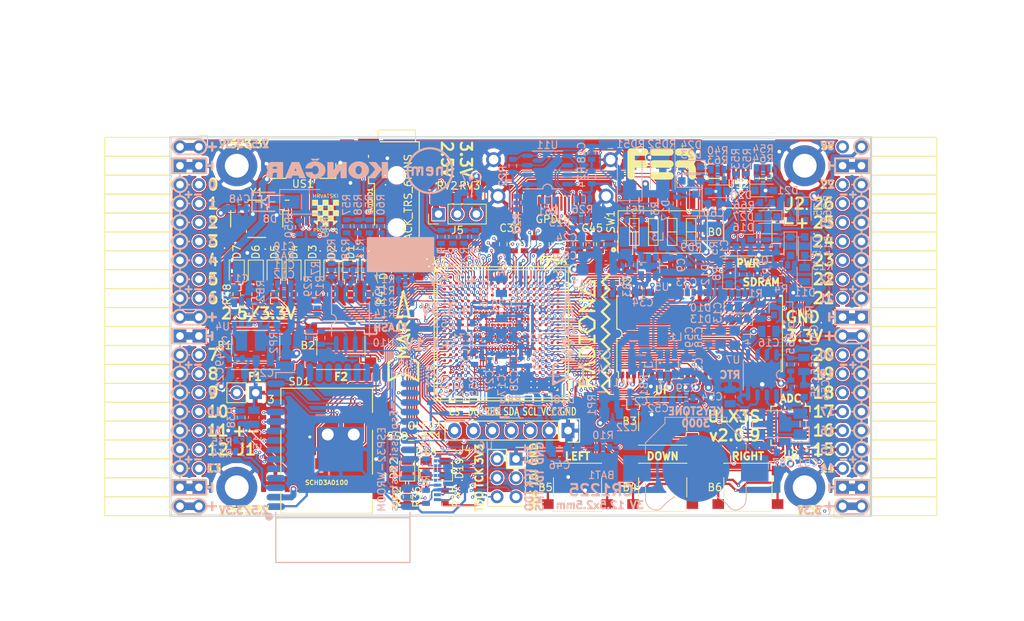
<source format=kicad_pcb>
(kicad_pcb (version 20171130) (host pcbnew 5.0.0+dfsg1-1)

  (general
    (thickness 1.6)
    (drawings 504)
    (tracks 5432)
    (zones 0)
    (modules 220)
    (nets 272)
  )

  (page A4)
  (layers
    (0 F.Cu signal)
    (1 In1.Cu signal)
    (2 In2.Cu signal)
    (31 B.Cu signal)
    (32 B.Adhes user)
    (33 F.Adhes user)
    (34 B.Paste user)
    (35 F.Paste user)
    (36 B.SilkS user)
    (37 F.SilkS user)
    (38 B.Mask user)
    (39 F.Mask user)
    (40 Dwgs.User user)
    (41 Cmts.User user)
    (42 Eco1.User user)
    (43 Eco2.User user)
    (44 Edge.Cuts user)
    (45 Margin user)
    (46 B.CrtYd user)
    (47 F.CrtYd user)
    (48 B.Fab user hide)
    (49 F.Fab user)
  )

  (setup
    (last_trace_width 0.3)
    (trace_clearance 0.127)
    (zone_clearance 0.127)
    (zone_45_only no)
    (trace_min 0.127)
    (segment_width 0.2)
    (edge_width 0.2)
    (via_size 0.419)
    (via_drill 0.2)
    (via_min_size 0.419)
    (via_min_drill 0.2)
    (uvia_size 0.3)
    (uvia_drill 0.1)
    (uvias_allowed no)
    (uvia_min_size 0.2)
    (uvia_min_drill 0.1)
    (pcb_text_width 0.3)
    (pcb_text_size 1.5 1.5)
    (mod_edge_width 0.15)
    (mod_text_size 1 1)
    (mod_text_width 0.15)
    (pad_size 0.4 0.4)
    (pad_drill 0)
    (pad_to_mask_clearance 0.05)
    (aux_axis_origin 94.1 112.22)
    (grid_origin 134.88 88.2)
    (visible_elements 7FFFF7FF)
    (pcbplotparams
      (layerselection 0x010fc_ffffffff)
      (usegerberextensions true)
      (usegerberattributes false)
      (usegerberadvancedattributes false)
      (creategerberjobfile false)
      (excludeedgelayer true)
      (linewidth 0.100000)
      (plotframeref false)
      (viasonmask false)
      (mode 1)
      (useauxorigin false)
      (hpglpennumber 1)
      (hpglpenspeed 20)
      (hpglpendiameter 15.000000)
      (psnegative false)
      (psa4output false)
      (plotreference true)
      (plotvalue true)
      (plotinvisibletext false)
      (padsonsilk false)
      (subtractmaskfromsilk true)
      (outputformat 1)
      (mirror false)
      (drillshape 0)
      (scaleselection 1)
      (outputdirectory "plot"))
  )

  (net 0 "")
  (net 1 GND)
  (net 2 +5V)
  (net 3 /gpio/IN5V)
  (net 4 /gpio/OUT5V)
  (net 5 +3V3)
  (net 6 BTN_D)
  (net 7 BTN_F1)
  (net 8 BTN_F2)
  (net 9 BTN_L)
  (net 10 BTN_R)
  (net 11 BTN_U)
  (net 12 /power/FB1)
  (net 13 +2V5)
  (net 14 /power/PWREN)
  (net 15 /power/FB3)
  (net 16 /power/FB2)
  (net 17 /power/VBAT)
  (net 18 JTAG_TDI)
  (net 19 JTAG_TCK)
  (net 20 JTAG_TMS)
  (net 21 JTAG_TDO)
  (net 22 /power/WAKEUPn)
  (net 23 /power/WKUP)
  (net 24 /power/SHUT)
  (net 25 /power/WAKE)
  (net 26 /power/HOLD)
  (net 27 /power/WKn)
  (net 28 /power/OSCI_32k)
  (net 29 /power/OSCO_32k)
  (net 30 SHUTDOWN)
  (net 31 GPDI_SDA)
  (net 32 GPDI_SCL)
  (net 33 /gpdi/VREF2)
  (net 34 SD_CMD)
  (net 35 SD_CLK)
  (net 36 SD_D0)
  (net 37 SD_D1)
  (net 38 USB5V)
  (net 39 GPDI_CEC)
  (net 40 nRESET)
  (net 41 FTDI_nDTR)
  (net 42 SDRAM_CKE)
  (net 43 SDRAM_A7)
  (net 44 SDRAM_D15)
  (net 45 SDRAM_BA1)
  (net 46 SDRAM_D7)
  (net 47 SDRAM_A6)
  (net 48 SDRAM_CLK)
  (net 49 SDRAM_D13)
  (net 50 SDRAM_BA0)
  (net 51 SDRAM_D6)
  (net 52 SDRAM_A5)
  (net 53 SDRAM_D14)
  (net 54 SDRAM_A11)
  (net 55 SDRAM_D12)
  (net 56 SDRAM_D5)
  (net 57 SDRAM_A4)
  (net 58 SDRAM_A10)
  (net 59 SDRAM_D11)
  (net 60 SDRAM_A3)
  (net 61 SDRAM_D4)
  (net 62 SDRAM_D10)
  (net 63 SDRAM_D9)
  (net 64 SDRAM_A9)
  (net 65 SDRAM_D3)
  (net 66 SDRAM_D8)
  (net 67 SDRAM_A8)
  (net 68 SDRAM_A2)
  (net 69 SDRAM_A1)
  (net 70 SDRAM_A0)
  (net 71 SDRAM_D2)
  (net 72 SDRAM_D1)
  (net 73 SDRAM_D0)
  (net 74 SDRAM_DQM0)
  (net 75 SDRAM_nCS)
  (net 76 SDRAM_nRAS)
  (net 77 SDRAM_DQM1)
  (net 78 SDRAM_nCAS)
  (net 79 SDRAM_nWE)
  (net 80 /flash/FLASH_nWP)
  (net 81 /flash/FLASH_nHOLD)
  (net 82 /flash/FLASH_MOSI)
  (net 83 /flash/FLASH_MISO)
  (net 84 /flash/FLASH_SCK)
  (net 85 /flash/FLASH_nCS)
  (net 86 /flash/FPGA_PROGRAMN)
  (net 87 /flash/FPGA_DONE)
  (net 88 /flash/FPGA_INITN)
  (net 89 OLED_RES)
  (net 90 OLED_DC)
  (net 91 OLED_CS)
  (net 92 WIFI_EN)
  (net 93 FTDI_nRTS)
  (net 94 FTDI_TXD)
  (net 95 FTDI_RXD)
  (net 96 WIFI_RXD)
  (net 97 WIFI_GPIO0)
  (net 98 WIFI_TXD)
  (net 99 USB_FTDI_D+)
  (net 100 USB_FTDI_D-)
  (net 101 SD_D3)
  (net 102 AUDIO_L3)
  (net 103 AUDIO_L2)
  (net 104 AUDIO_L1)
  (net 105 AUDIO_L0)
  (net 106 AUDIO_R3)
  (net 107 AUDIO_R2)
  (net 108 AUDIO_R1)
  (net 109 AUDIO_R0)
  (net 110 OLED_CLK)
  (net 111 OLED_MOSI)
  (net 112 LED0)
  (net 113 LED1)
  (net 114 LED2)
  (net 115 LED3)
  (net 116 LED4)
  (net 117 LED5)
  (net 118 LED6)
  (net 119 LED7)
  (net 120 BTN_PWRn)
  (net 121 FTDI_nTXLED)
  (net 122 FTDI_nSLEEP)
  (net 123 /blinkey/LED_PWREN)
  (net 124 /blinkey/LED_TXLED)
  (net 125 /sdcard/SD3V3)
  (net 126 SD_D2)
  (net 127 CLK_25MHz)
  (net 128 /blinkey/BTNPUL)
  (net 129 /blinkey/BTNPUR)
  (net 130 USB_FPGA_D+)
  (net 131 /power/FTDI_nSUSPEND)
  (net 132 /blinkey/ALED0)
  (net 133 /blinkey/ALED1)
  (net 134 /blinkey/ALED2)
  (net 135 /blinkey/ALED3)
  (net 136 /blinkey/ALED4)
  (net 137 /blinkey/ALED5)
  (net 138 /blinkey/ALED6)
  (net 139 /blinkey/ALED7)
  (net 140 /usb/FTD-)
  (net 141 /usb/FTD+)
  (net 142 ADC_MISO)
  (net 143 ADC_MOSI)
  (net 144 ADC_CSn)
  (net 145 ADC_SCLK)
  (net 146 SW3)
  (net 147 SW2)
  (net 148 SW1)
  (net 149 USB_FPGA_D-)
  (net 150 /usb/FPD+)
  (net 151 /usb/FPD-)
  (net 152 WIFI_GPIO16)
  (net 153 /usb/ANT_433MHz)
  (net 154 PROG_DONE)
  (net 155 /power/P3V3)
  (net 156 /power/P2V5)
  (net 157 /power/L1)
  (net 158 /power/L3)
  (net 159 /power/L2)
  (net 160 FTDI_TXDEN)
  (net 161 SDRAM_A12)
  (net 162 /analog/AUDIO_V)
  (net 163 AUDIO_V3)
  (net 164 AUDIO_V2)
  (net 165 AUDIO_V1)
  (net 166 AUDIO_V0)
  (net 167 /blinkey/LED_WIFI)
  (net 168 /power/P1V1)
  (net 169 +1V1)
  (net 170 SW4)
  (net 171 /blinkey/SWPU)
  (net 172 /wifi/WIFIEN)
  (net 173 FT2V5)
  (net 174 GN0)
  (net 175 GP0)
  (net 176 GN1)
  (net 177 GP1)
  (net 178 GN2)
  (net 179 GP2)
  (net 180 GN3)
  (net 181 GP3)
  (net 182 GN4)
  (net 183 GP4)
  (net 184 GN5)
  (net 185 GP5)
  (net 186 GN6)
  (net 187 GP6)
  (net 188 GN14)
  (net 189 GP14)
  (net 190 GN15)
  (net 191 GP15)
  (net 192 GN16)
  (net 193 GP16)
  (net 194 GN17)
  (net 195 GP17)
  (net 196 GN18)
  (net 197 GP18)
  (net 198 GN19)
  (net 199 GP19)
  (net 200 GN20)
  (net 201 GP20)
  (net 202 GN21)
  (net 203 GP21)
  (net 204 GN22)
  (net 205 GP22)
  (net 206 GN23)
  (net 207 GP23)
  (net 208 GN24)
  (net 209 GP24)
  (net 210 GN25)
  (net 211 GP25)
  (net 212 GN26)
  (net 213 GP26)
  (net 214 GN27)
  (net 215 GP27)
  (net 216 GN7)
  (net 217 GP7)
  (net 218 GN8)
  (net 219 GP8)
  (net 220 GN9)
  (net 221 GP9)
  (net 222 GN10)
  (net 223 GP10)
  (net 224 GN11)
  (net 225 GP11)
  (net 226 GN12)
  (net 227 GP12)
  (net 228 GN13)
  (net 229 GP13)
  (net 230 WIFI_GPIO5)
  (net 231 WIFI_GPIO17)
  (net 232 USB_FPGA_PULL_D+)
  (net 233 USB_FPGA_PULL_D-)
  (net 234 "Net-(D23-Pad2)")
  (net 235 "Net-(D24-Pad1)")
  (net 236 "Net-(D25-Pad2)")
  (net 237 "Net-(D26-Pad1)")
  (net 238 /gpdi/GPDI_ETH+)
  (net 239 FPDI_ETH+)
  (net 240 /gpdi/GPDI_ETH-)
  (net 241 FPDI_ETH-)
  (net 242 /gpdi/GPDI_D2-)
  (net 243 FPDI_D2-)
  (net 244 /gpdi/GPDI_D1-)
  (net 245 FPDI_D1-)
  (net 246 /gpdi/GPDI_D0-)
  (net 247 FPDI_D0-)
  (net 248 /gpdi/GPDI_CLK-)
  (net 249 FPDI_CLK-)
  (net 250 /gpdi/GPDI_D2+)
  (net 251 FPDI_D2+)
  (net 252 /gpdi/GPDI_D1+)
  (net 253 FPDI_D1+)
  (net 254 /gpdi/GPDI_D0+)
  (net 255 FPDI_D0+)
  (net 256 /gpdi/GPDI_CLK+)
  (net 257 FPDI_CLK+)
  (net 258 FPDI_SDA)
  (net 259 FPDI_SCL)
  (net 260 /gpdi/FPDI_CEC)
  (net 261 2V5_3V3)
  (net 262 /usb/US2VBUS)
  (net 263 /power/SHD)
  (net 264 /power/RTCVDD)
  (net 265 "Net-(D27-Pad2)")
  (net 266 US2_ID)
  (net 267 /analog/AUDIO_L)
  (net 268 /analog/AUDIO_R)
  (net 269 /analog/ADC3V3)
  (net 270 PWRBTn)
  (net 271 USER_PROGRAMN)

  (net_class Default "This is the default net class."
    (clearance 0.127)
    (trace_width 0.3)
    (via_dia 0.419)
    (via_drill 0.2)
    (uvia_dia 0.3)
    (uvia_drill 0.1)
    (add_net +5V)
    (add_net /analog/ADC3V3)
    (add_net /analog/AUDIO_L)
    (add_net /analog/AUDIO_R)
    (add_net /analog/AUDIO_V)
    (add_net /blinkey/ALED0)
    (add_net /blinkey/ALED1)
    (add_net /blinkey/ALED2)
    (add_net /blinkey/ALED3)
    (add_net /blinkey/ALED4)
    (add_net /blinkey/ALED5)
    (add_net /blinkey/ALED6)
    (add_net /blinkey/ALED7)
    (add_net /blinkey/BTNPUL)
    (add_net /blinkey/BTNPUR)
    (add_net /blinkey/LED_PWREN)
    (add_net /blinkey/LED_TXLED)
    (add_net /blinkey/LED_WIFI)
    (add_net /blinkey/SWPU)
    (add_net /gpdi/GPDI_CLK+)
    (add_net /gpdi/GPDI_CLK-)
    (add_net /gpdi/GPDI_D0+)
    (add_net /gpdi/GPDI_D0-)
    (add_net /gpdi/GPDI_D1+)
    (add_net /gpdi/GPDI_D1-)
    (add_net /gpdi/GPDI_D2+)
    (add_net /gpdi/GPDI_D2-)
    (add_net /gpdi/GPDI_ETH+)
    (add_net /gpdi/GPDI_ETH-)
    (add_net /gpdi/VREF2)
    (add_net /gpio/IN5V)
    (add_net /gpio/OUT5V)
    (add_net /power/FB1)
    (add_net /power/FB2)
    (add_net /power/FB3)
    (add_net /power/FTDI_nSUSPEND)
    (add_net /power/HOLD)
    (add_net /power/L1)
    (add_net /power/L2)
    (add_net /power/L3)
    (add_net /power/OSCI_32k)
    (add_net /power/OSCO_32k)
    (add_net /power/P1V1)
    (add_net /power/P2V5)
    (add_net /power/P3V3)
    (add_net /power/PWREN)
    (add_net /power/RTCVDD)
    (add_net /power/SHD)
    (add_net /power/SHUT)
    (add_net /power/VBAT)
    (add_net /power/WAKE)
    (add_net /power/WAKEUPn)
    (add_net /power/WKUP)
    (add_net /power/WKn)
    (add_net /sdcard/SD3V3)
    (add_net /usb/ANT_433MHz)
    (add_net /usb/FPD+)
    (add_net /usb/FPD-)
    (add_net /usb/FTD+)
    (add_net /usb/FTD-)
    (add_net /usb/US2VBUS)
    (add_net /wifi/WIFIEN)
    (add_net FT2V5)
    (add_net "Net-(D23-Pad2)")
    (add_net "Net-(D24-Pad1)")
    (add_net "Net-(D25-Pad2)")
    (add_net "Net-(D26-Pad1)")
    (add_net "Net-(D27-Pad2)")
    (add_net PWRBTn)
    (add_net US2_ID)
    (add_net USB5V)
  )

  (net_class BGA ""
    (clearance 0.127)
    (trace_width 0.127)
    (via_dia 0.419)
    (via_drill 0.2)
    (uvia_dia 0.3)
    (uvia_drill 0.1)
    (add_net /flash/FLASH_MISO)
    (add_net /flash/FLASH_MOSI)
    (add_net /flash/FLASH_SCK)
    (add_net /flash/FLASH_nCS)
    (add_net /flash/FLASH_nHOLD)
    (add_net /flash/FLASH_nWP)
    (add_net /flash/FPGA_DONE)
    (add_net /flash/FPGA_INITN)
    (add_net /flash/FPGA_PROGRAMN)
    (add_net /gpdi/FPDI_CEC)
    (add_net ADC_CSn)
    (add_net ADC_MISO)
    (add_net ADC_MOSI)
    (add_net ADC_SCLK)
    (add_net AUDIO_L0)
    (add_net AUDIO_L1)
    (add_net AUDIO_L2)
    (add_net AUDIO_L3)
    (add_net AUDIO_R0)
    (add_net AUDIO_R1)
    (add_net AUDIO_R2)
    (add_net AUDIO_R3)
    (add_net AUDIO_V0)
    (add_net AUDIO_V1)
    (add_net AUDIO_V2)
    (add_net AUDIO_V3)
    (add_net BTN_D)
    (add_net BTN_F1)
    (add_net BTN_F2)
    (add_net BTN_L)
    (add_net BTN_PWRn)
    (add_net BTN_R)
    (add_net BTN_U)
    (add_net CLK_25MHz)
    (add_net FPDI_CLK+)
    (add_net FPDI_CLK-)
    (add_net FPDI_D0+)
    (add_net FPDI_D0-)
    (add_net FPDI_D1+)
    (add_net FPDI_D1-)
    (add_net FPDI_D2+)
    (add_net FPDI_D2-)
    (add_net FPDI_ETH+)
    (add_net FPDI_ETH-)
    (add_net FPDI_SCL)
    (add_net FPDI_SDA)
    (add_net FTDI_RXD)
    (add_net FTDI_TXD)
    (add_net FTDI_TXDEN)
    (add_net FTDI_nDTR)
    (add_net FTDI_nRTS)
    (add_net FTDI_nSLEEP)
    (add_net FTDI_nTXLED)
    (add_net GN0)
    (add_net GN1)
    (add_net GN10)
    (add_net GN11)
    (add_net GN12)
    (add_net GN13)
    (add_net GN14)
    (add_net GN15)
    (add_net GN16)
    (add_net GN17)
    (add_net GN18)
    (add_net GN19)
    (add_net GN2)
    (add_net GN20)
    (add_net GN21)
    (add_net GN22)
    (add_net GN23)
    (add_net GN24)
    (add_net GN25)
    (add_net GN26)
    (add_net GN27)
    (add_net GN3)
    (add_net GN4)
    (add_net GN5)
    (add_net GN6)
    (add_net GN7)
    (add_net GN8)
    (add_net GN9)
    (add_net GND)
    (add_net GP0)
    (add_net GP1)
    (add_net GP10)
    (add_net GP11)
    (add_net GP12)
    (add_net GP13)
    (add_net GP14)
    (add_net GP15)
    (add_net GP16)
    (add_net GP17)
    (add_net GP18)
    (add_net GP19)
    (add_net GP2)
    (add_net GP20)
    (add_net GP21)
    (add_net GP22)
    (add_net GP23)
    (add_net GP24)
    (add_net GP25)
    (add_net GP26)
    (add_net GP27)
    (add_net GP3)
    (add_net GP4)
    (add_net GP5)
    (add_net GP6)
    (add_net GP7)
    (add_net GP8)
    (add_net GP9)
    (add_net GPDI_CEC)
    (add_net GPDI_SCL)
    (add_net GPDI_SDA)
    (add_net JTAG_TCK)
    (add_net JTAG_TDI)
    (add_net JTAG_TDO)
    (add_net JTAG_TMS)
    (add_net LED0)
    (add_net LED1)
    (add_net LED2)
    (add_net LED3)
    (add_net LED4)
    (add_net LED5)
    (add_net LED6)
    (add_net LED7)
    (add_net OLED_CLK)
    (add_net OLED_CS)
    (add_net OLED_DC)
    (add_net OLED_MOSI)
    (add_net OLED_RES)
    (add_net PROG_DONE)
    (add_net SDRAM_A0)
    (add_net SDRAM_A1)
    (add_net SDRAM_A10)
    (add_net SDRAM_A11)
    (add_net SDRAM_A12)
    (add_net SDRAM_A2)
    (add_net SDRAM_A3)
    (add_net SDRAM_A4)
    (add_net SDRAM_A5)
    (add_net SDRAM_A6)
    (add_net SDRAM_A7)
    (add_net SDRAM_A8)
    (add_net SDRAM_A9)
    (add_net SDRAM_BA0)
    (add_net SDRAM_BA1)
    (add_net SDRAM_CKE)
    (add_net SDRAM_CLK)
    (add_net SDRAM_D0)
    (add_net SDRAM_D1)
    (add_net SDRAM_D10)
    (add_net SDRAM_D11)
    (add_net SDRAM_D12)
    (add_net SDRAM_D13)
    (add_net SDRAM_D14)
    (add_net SDRAM_D15)
    (add_net SDRAM_D2)
    (add_net SDRAM_D3)
    (add_net SDRAM_D4)
    (add_net SDRAM_D5)
    (add_net SDRAM_D6)
    (add_net SDRAM_D7)
    (add_net SDRAM_D8)
    (add_net SDRAM_D9)
    (add_net SDRAM_DQM0)
    (add_net SDRAM_DQM1)
    (add_net SDRAM_nCAS)
    (add_net SDRAM_nCS)
    (add_net SDRAM_nRAS)
    (add_net SDRAM_nWE)
    (add_net SD_CLK)
    (add_net SD_CMD)
    (add_net SD_D0)
    (add_net SD_D1)
    (add_net SD_D2)
    (add_net SD_D3)
    (add_net SHUTDOWN)
    (add_net SW1)
    (add_net SW2)
    (add_net SW3)
    (add_net SW4)
    (add_net USB_FPGA_D+)
    (add_net USB_FPGA_D-)
    (add_net USB_FPGA_PULL_D+)
    (add_net USB_FPGA_PULL_D-)
    (add_net USB_FTDI_D+)
    (add_net USB_FTDI_D-)
    (add_net USER_PROGRAMN)
    (add_net WIFI_EN)
    (add_net WIFI_GPIO0)
    (add_net WIFI_GPIO16)
    (add_net WIFI_GPIO17)
    (add_net WIFI_GPIO5)
    (add_net WIFI_RXD)
    (add_net WIFI_TXD)
    (add_net nRESET)
  )

  (net_class Medium ""
    (clearance 0.127)
    (trace_width 0.127)
    (via_dia 0.419)
    (via_drill 0.2)
    (uvia_dia 0.3)
    (uvia_drill 0.1)
    (add_net +1V1)
    (add_net +2V5)
    (add_net +3V3)
    (add_net 2V5_3V3)
  )

  (module lfe5bg381:BGA-381_pitch0.8mm_dia0.4mm (layer F.Cu) (tedit 5B63FB4C) (tstamp 58D8D57E)
    (at 138.48 87.8)
    (path /56AC389C/5A0783C9)
    (attr smd)
    (fp_text reference U1 (at -8.2 -9.8) (layer F.SilkS)
      (effects (font (size 1 1) (thickness 0.15)))
    )
    (fp_text value LFE5U-85F-6BG381C (at 0.07 -11.902) (layer F.Fab)
      (effects (font (size 1 1) (thickness 0.15)))
    )
    (fp_line (start -8.6 -8.6) (end 8.6 -8.6) (layer F.SilkS) (width 0.15))
    (fp_line (start 8.6 -8.6) (end 8.6 8.6) (layer F.SilkS) (width 0.15))
    (fp_line (start 8.6 8.6) (end -8.6 8.6) (layer F.SilkS) (width 0.15))
    (fp_line (start -8.6 8.6) (end -8.6 -8.6) (layer F.SilkS) (width 0.15))
    (fp_line (start -9 -9) (end 9 -9) (layer F.SilkS) (width 0.15))
    (fp_line (start 9 -9) (end 9 9) (layer F.SilkS) (width 0.15))
    (fp_line (start 9 9) (end -9 9) (layer F.SilkS) (width 0.15))
    (fp_line (start -9 9) (end -9 -9) (layer F.SilkS) (width 0.15))
    (fp_line (start -8.2 -9) (end -9 -8.2) (layer F.SilkS) (width 0.15))
    (fp_line (start -7.6 7.4) (end -7.6 7.6) (layer F.SilkS) (width 0.15))
    (fp_line (start -7.6 7.6) (end -7.4 7.6) (layer F.SilkS) (width 0.15))
    (fp_line (start 7.4 7.6) (end 7.6 7.6) (layer F.SilkS) (width 0.15))
    (fp_line (start 7.6 7.6) (end 7.6 7.4) (layer F.SilkS) (width 0.15))
    (fp_line (start 7.4 -7.6) (end 7.6 -7.6) (layer F.SilkS) (width 0.15))
    (fp_line (start 7.6 -7.6) (end 7.6 -7.4) (layer F.SilkS) (width 0.15))
    (fp_line (start -7.6 -7.4) (end -7.6 -7.6) (layer F.SilkS) (width 0.15))
    (fp_line (start -7.6 -7.6) (end -7.4 -7.6) (layer F.SilkS) (width 0.15))
    (pad Y19 smd circle (at 6.8 7.6) (size 0.4 0.35) (layers F.Cu F.Paste F.Mask)
      (net 1 GND) (solder_mask_margin 0.05))
    (pad Y17 smd circle (at 5.2 7.6) (size 0.4 0.35) (layers F.Cu F.Paste F.Mask)
      (net 1 GND) (solder_mask_margin 0.05))
    (pad Y16 smd circle (at 4.4 7.6) (size 0.4 0.35) (layers F.Cu F.Paste F.Mask)
      (net 1 GND) (solder_mask_margin 0.05))
    (pad Y15 smd circle (at 3.6 7.6) (size 0.4 0.35) (layers F.Cu F.Paste F.Mask)
      (net 1 GND) (solder_mask_margin 0.05))
    (pad Y14 smd circle (at 2.8 7.6) (size 0.4 0.35) (layers F.Cu F.Paste F.Mask)
      (net 1 GND) (solder_mask_margin 0.05))
    (pad Y12 smd circle (at 1.2 7.6) (size 0.4 0.35) (layers F.Cu F.Paste F.Mask)
      (net 1 GND) (solder_mask_margin 0.05))
    (pad Y11 smd circle (at 0.4 7.6) (size 0.4 0.35) (layers F.Cu F.Paste F.Mask)
      (net 1 GND) (solder_mask_margin 0.05))
    (pad Y8 smd circle (at -2 7.6) (size 0.4 0.35) (layers F.Cu F.Paste F.Mask)
      (net 1 GND) (solder_mask_margin 0.05))
    (pad Y7 smd circle (at -2.8 7.6) (size 0.4 0.35) (layers F.Cu F.Paste F.Mask)
      (net 1 GND) (solder_mask_margin 0.05))
    (pad Y6 smd circle (at -3.6 7.6) (size 0.4 0.35) (layers F.Cu F.Paste F.Mask)
      (net 1 GND) (solder_mask_margin 0.05))
    (pad Y5 smd circle (at -4.4 7.6) (size 0.4 0.35) (layers F.Cu F.Paste F.Mask)
      (net 1 GND) (solder_mask_margin 0.05))
    (pad Y3 smd circle (at -6 7.6) (size 0.4 0.35) (layers F.Cu F.Paste F.Mask)
      (net 87 /flash/FPGA_DONE) (solder_mask_margin 0.05))
    (pad Y2 smd circle (at -6.8 7.6) (size 0.4 0.35) (layers F.Cu F.Paste F.Mask)
      (net 80 /flash/FLASH_nWP) (solder_mask_margin 0.05))
    (pad W20 smd circle (at 7.6 6.8) (size 0.4 0.35) (layers F.Cu F.Paste F.Mask)
      (net 1 GND) (solder_mask_margin 0.05))
    (pad W19 smd circle (at 6.8 6.8) (size 0.4 0.35) (layers F.Cu F.Paste F.Mask)
      (net 1 GND) (solder_mask_margin 0.05))
    (pad W18 smd circle (at 6 6.8) (size 0.4 0.35) (layers F.Cu F.Paste F.Mask)
      (solder_mask_margin 0.05))
    (pad W17 smd circle (at 5.2 6.8) (size 0.4 0.35) (layers F.Cu F.Paste F.Mask)
      (solder_mask_margin 0.05))
    (pad W16 smd circle (at 4.4 6.8) (size 0.4 0.35) (layers F.Cu F.Paste F.Mask)
      (net 1 GND) (solder_mask_margin 0.05))
    (pad W15 smd circle (at 3.6 6.8) (size 0.4 0.35) (layers F.Cu F.Paste F.Mask)
      (net 1 GND) (solder_mask_margin 0.05))
    (pad W14 smd circle (at 2.8 6.8) (size 0.4 0.35) (layers F.Cu F.Paste F.Mask)
      (solder_mask_margin 0.05))
    (pad W13 smd circle (at 2 6.8) (size 0.4 0.35) (layers F.Cu F.Paste F.Mask)
      (solder_mask_margin 0.05))
    (pad W12 smd circle (at 1.2 6.8) (size 0.4 0.35) (layers F.Cu F.Paste F.Mask)
      (net 1 GND) (solder_mask_margin 0.05))
    (pad W11 smd circle (at 0.4 6.8) (size 0.4 0.35) (layers F.Cu F.Paste F.Mask)
      (solder_mask_margin 0.05))
    (pad W10 smd circle (at -0.4 6.8) (size 0.4 0.35) (layers F.Cu F.Paste F.Mask)
      (solder_mask_margin 0.05))
    (pad W9 smd circle (at -1.2 6.8) (size 0.4 0.35) (layers F.Cu F.Paste F.Mask)
      (solder_mask_margin 0.05))
    (pad W8 smd circle (at -2 6.8) (size 0.4 0.35) (layers F.Cu F.Paste F.Mask)
      (solder_mask_margin 0.05))
    (pad W7 smd circle (at -2.8 6.8) (size 0.4 0.35) (layers F.Cu F.Paste F.Mask)
      (net 1 GND) (solder_mask_margin 0.05))
    (pad W6 smd circle (at -3.6 6.8) (size 0.4 0.35) (layers F.Cu F.Paste F.Mask)
      (net 1 GND) (solder_mask_margin 0.05))
    (pad W5 smd circle (at -4.4 6.8) (size 0.4 0.35) (layers F.Cu F.Paste F.Mask)
      (solder_mask_margin 0.05))
    (pad W4 smd circle (at -5.2 6.8) (size 0.4 0.35) (layers F.Cu F.Paste F.Mask)
      (solder_mask_margin 0.05))
    (pad W3 smd circle (at -6 6.8) (size 0.4 0.35) (layers F.Cu F.Paste F.Mask)
      (net 86 /flash/FPGA_PROGRAMN) (solder_mask_margin 0.05))
    (pad W2 smd circle (at -6.8 6.8) (size 0.4 0.35) (layers F.Cu F.Paste F.Mask)
      (net 82 /flash/FLASH_MOSI) (solder_mask_margin 0.05))
    (pad W1 smd circle (at -7.6 6.8) (size 0.4 0.35) (layers F.Cu F.Paste F.Mask)
      (net 81 /flash/FLASH_nHOLD) (solder_mask_margin 0.05))
    (pad V20 smd circle (at 7.6 6) (size 0.4 0.35) (layers F.Cu F.Paste F.Mask)
      (net 1 GND) (solder_mask_margin 0.05))
    (pad V19 smd circle (at 6.8 6) (size 0.4 0.35) (layers F.Cu F.Paste F.Mask)
      (net 1 GND) (solder_mask_margin 0.05))
    (pad V18 smd circle (at 6 6) (size 0.4 0.35) (layers F.Cu F.Paste F.Mask)
      (net 1 GND) (solder_mask_margin 0.05))
    (pad V17 smd circle (at 5.2 6) (size 0.4 0.35) (layers F.Cu F.Paste F.Mask)
      (net 1 GND) (solder_mask_margin 0.05))
    (pad V16 smd circle (at 4.4 6) (size 0.4 0.35) (layers F.Cu F.Paste F.Mask)
      (net 1 GND) (solder_mask_margin 0.05))
    (pad V15 smd circle (at 3.6 6) (size 0.4 0.35) (layers F.Cu F.Paste F.Mask)
      (net 1 GND) (solder_mask_margin 0.05))
    (pad V14 smd circle (at 2.8 6) (size 0.4 0.35) (layers F.Cu F.Paste F.Mask)
      (net 1 GND) (solder_mask_margin 0.05))
    (pad V13 smd circle (at 2 6) (size 0.4 0.35) (layers F.Cu F.Paste F.Mask)
      (net 1 GND) (solder_mask_margin 0.05))
    (pad V12 smd circle (at 1.2 6) (size 0.4 0.35) (layers F.Cu F.Paste F.Mask)
      (net 1 GND) (solder_mask_margin 0.05))
    (pad V11 smd circle (at 0.4 6) (size 0.4 0.35) (layers F.Cu F.Paste F.Mask)
      (net 1 GND) (solder_mask_margin 0.05))
    (pad V10 smd circle (at -0.4 6) (size 0.4 0.35) (layers F.Cu F.Paste F.Mask)
      (net 1 GND) (solder_mask_margin 0.05))
    (pad V9 smd circle (at -1.2 6) (size 0.4 0.35) (layers F.Cu F.Paste F.Mask)
      (net 1 GND) (solder_mask_margin 0.05))
    (pad V8 smd circle (at -2 6) (size 0.4 0.35) (layers F.Cu F.Paste F.Mask)
      (net 1 GND) (solder_mask_margin 0.05))
    (pad V7 smd circle (at -2.8 6) (size 0.4 0.35) (layers F.Cu F.Paste F.Mask)
      (net 1 GND) (solder_mask_margin 0.05))
    (pad V6 smd circle (at -3.6 6) (size 0.4 0.35) (layers F.Cu F.Paste F.Mask)
      (net 1 GND) (solder_mask_margin 0.05))
    (pad V5 smd circle (at -4.4 6) (size 0.4 0.35) (layers F.Cu F.Paste F.Mask)
      (net 1 GND) (solder_mask_margin 0.05))
    (pad V4 smd circle (at -5.2 6) (size 0.4 0.35) (layers F.Cu F.Paste F.Mask)
      (net 21 JTAG_TDO) (solder_mask_margin 0.05))
    (pad V3 smd circle (at -6 6) (size 0.4 0.35) (layers F.Cu F.Paste F.Mask)
      (net 88 /flash/FPGA_INITN) (solder_mask_margin 0.05))
    (pad V2 smd circle (at -6.8 6) (size 0.4 0.35) (layers F.Cu F.Paste F.Mask)
      (net 83 /flash/FLASH_MISO) (solder_mask_margin 0.05))
    (pad V1 smd circle (at -7.6 6) (size 0.4 0.35) (layers F.Cu F.Paste F.Mask)
      (net 6 BTN_D) (solder_mask_margin 0.05))
    (pad U20 smd circle (at 7.6 5.2) (size 0.4 0.35) (layers F.Cu F.Paste F.Mask)
      (net 46 SDRAM_D7) (solder_mask_margin 0.05))
    (pad U19 smd circle (at 6.8 5.2) (size 0.4 0.35) (layers F.Cu F.Paste F.Mask)
      (net 74 SDRAM_DQM0) (solder_mask_margin 0.05))
    (pad U18 smd circle (at 6 5.2) (size 0.4 0.35) (layers F.Cu F.Paste F.Mask)
      (net 189 GP14) (solder_mask_margin 0.05))
    (pad U17 smd circle (at 5.2 5.2) (size 0.4 0.35) (layers F.Cu F.Paste F.Mask)
      (net 188 GN14) (solder_mask_margin 0.05))
    (pad U16 smd circle (at 4.4 5.2) (size 0.4 0.35) (layers F.Cu F.Paste F.Mask)
      (net 142 ADC_MISO) (solder_mask_margin 0.05))
    (pad U15 smd circle (at 3.6 5.2) (size 0.4 0.35) (layers F.Cu F.Paste F.Mask)
      (net 1 GND) (solder_mask_margin 0.05))
    (pad U14 smd circle (at 2.8 5.2) (size 0.4 0.35) (layers F.Cu F.Paste F.Mask)
      (net 1 GND) (solder_mask_margin 0.05))
    (pad U13 smd circle (at 2 5.2) (size 0.4 0.35) (layers F.Cu F.Paste F.Mask)
      (net 1 GND) (solder_mask_margin 0.05))
    (pad U12 smd circle (at 1.2 5.2) (size 0.4 0.35) (layers F.Cu F.Paste F.Mask)
      (net 1 GND) (solder_mask_margin 0.05))
    (pad U11 smd circle (at 0.4 5.2) (size 0.4 0.35) (layers F.Cu F.Paste F.Mask)
      (net 1 GND) (solder_mask_margin 0.05))
    (pad U10 smd circle (at -0.4 5.2) (size 0.4 0.35) (layers F.Cu F.Paste F.Mask)
      (net 1 GND) (solder_mask_margin 0.05))
    (pad U9 smd circle (at -1.2 5.2) (size 0.4 0.35) (layers F.Cu F.Paste F.Mask)
      (net 1 GND) (solder_mask_margin 0.05))
    (pad U8 smd circle (at -2 5.2) (size 0.4 0.35) (layers F.Cu F.Paste F.Mask)
      (net 1 GND) (solder_mask_margin 0.05))
    (pad U7 smd circle (at -2.8 5.2) (size 0.4 0.35) (layers F.Cu F.Paste F.Mask)
      (net 1 GND) (solder_mask_margin 0.05))
    (pad U6 smd circle (at -3.6 5.2) (size 0.4 0.35) (layers F.Cu F.Paste F.Mask)
      (net 1 GND) (solder_mask_margin 0.05))
    (pad U5 smd circle (at -4.4 5.2) (size 0.4 0.35) (layers F.Cu F.Paste F.Mask)
      (net 20 JTAG_TMS) (solder_mask_margin 0.05))
    (pad U4 smd circle (at -5.2 5.2) (size 0.4 0.35) (layers F.Cu F.Paste F.Mask)
      (net 1 GND) (solder_mask_margin 0.05))
    (pad U3 smd circle (at -6 5.2) (size 0.4 0.35) (layers F.Cu F.Paste F.Mask)
      (net 84 /flash/FLASH_SCK) (solder_mask_margin 0.05))
    (pad U2 smd circle (at -6.8 5.2) (size 0.4 0.35) (layers F.Cu F.Paste F.Mask)
      (net 5 +3V3) (solder_mask_margin 0.05))
    (pad U1 smd circle (at -7.6 5.2) (size 0.4 0.35) (layers F.Cu F.Paste F.Mask)
      (net 9 BTN_L) (solder_mask_margin 0.05))
    (pad T20 smd circle (at 7.6 4.4) (size 0.4 0.35) (layers F.Cu F.Paste F.Mask)
      (net 79 SDRAM_nWE) (solder_mask_margin 0.05))
    (pad T19 smd circle (at 6.8 4.4) (size 0.4 0.35) (layers F.Cu F.Paste F.Mask)
      (net 78 SDRAM_nCAS) (solder_mask_margin 0.05))
    (pad T18 smd circle (at 6 4.4) (size 0.4 0.35) (layers F.Cu F.Paste F.Mask)
      (net 56 SDRAM_D5) (solder_mask_margin 0.05))
    (pad T17 smd circle (at 5.2 4.4) (size 0.4 0.35) (layers F.Cu F.Paste F.Mask)
      (net 51 SDRAM_D6) (solder_mask_margin 0.05))
    (pad T16 smd circle (at 4.4 4.4) (size 0.4 0.35) (layers F.Cu F.Paste F.Mask)
      (solder_mask_margin 0.05))
    (pad T15 smd circle (at 3.6 4.4) (size 0.4 0.35) (layers F.Cu F.Paste F.Mask)
      (net 1 GND) (solder_mask_margin 0.05))
    (pad T14 smd circle (at 2.8 4.4) (size 0.4 0.35) (layers F.Cu F.Paste F.Mask)
      (net 1 GND) (solder_mask_margin 0.05))
    (pad T13 smd circle (at 2 4.4) (size 0.4 0.35) (layers F.Cu F.Paste F.Mask)
      (net 1 GND) (solder_mask_margin 0.05))
    (pad T12 smd circle (at 1.2 4.4) (size 0.4 0.35) (layers F.Cu F.Paste F.Mask)
      (net 1 GND) (solder_mask_margin 0.05))
    (pad T11 smd circle (at 0.4 4.4) (size 0.4 0.35) (layers F.Cu F.Paste F.Mask)
      (net 1 GND) (solder_mask_margin 0.05))
    (pad T10 smd circle (at -0.4 4.4) (size 0.4 0.35) (layers F.Cu F.Paste F.Mask)
      (net 1 GND) (solder_mask_margin 0.05))
    (pad T9 smd circle (at -1.2 4.4) (size 0.4 0.35) (layers F.Cu F.Paste F.Mask)
      (net 1 GND) (solder_mask_margin 0.05))
    (pad T8 smd circle (at -2 4.4) (size 0.4 0.35) (layers F.Cu F.Paste F.Mask)
      (net 1 GND) (solder_mask_margin 0.05))
    (pad T7 smd circle (at -2.8 4.4) (size 0.4 0.35) (layers F.Cu F.Paste F.Mask)
      (net 1 GND) (solder_mask_margin 0.05))
    (pad T6 smd circle (at -3.6 4.4) (size 0.4 0.35) (layers F.Cu F.Paste F.Mask)
      (net 1 GND) (solder_mask_margin 0.05))
    (pad T5 smd circle (at -4.4 4.4) (size 0.4 0.35) (layers F.Cu F.Paste F.Mask)
      (net 19 JTAG_TCK) (solder_mask_margin 0.05))
    (pad T4 smd circle (at -5.2 4.4) (size 0.4 0.35) (layers F.Cu F.Paste F.Mask)
      (net 5 +3V3) (solder_mask_margin 0.05))
    (pad T3 smd circle (at -6 4.4) (size 0.4 0.35) (layers F.Cu F.Paste F.Mask)
      (net 5 +3V3) (solder_mask_margin 0.05))
    (pad T2 smd circle (at -6.8 4.4) (size 0.4 0.35) (layers F.Cu F.Paste F.Mask)
      (net 5 +3V3) (solder_mask_margin 0.05))
    (pad T1 smd circle (at -7.6 4.4) (size 0.4 0.35) (layers F.Cu F.Paste F.Mask)
      (net 8 BTN_F2) (solder_mask_margin 0.05))
    (pad R20 smd circle (at 7.6 3.6) (size 0.4 0.35) (layers F.Cu F.Paste F.Mask)
      (net 76 SDRAM_nRAS) (solder_mask_margin 0.05))
    (pad R19 smd circle (at 6.8 3.6) (size 0.4 0.35) (layers F.Cu F.Paste F.Mask)
      (net 1 GND) (solder_mask_margin 0.05))
    (pad R18 smd circle (at 6 3.6) (size 0.4 0.35) (layers F.Cu F.Paste F.Mask)
      (net 11 BTN_U) (solder_mask_margin 0.05))
    (pad R17 smd circle (at 5.2 3.6) (size 0.4 0.35) (layers F.Cu F.Paste F.Mask)
      (net 144 ADC_CSn) (solder_mask_margin 0.05))
    (pad R16 smd circle (at 4.4 3.6) (size 0.4 0.35) (layers F.Cu F.Paste F.Mask)
      (net 143 ADC_MOSI) (solder_mask_margin 0.05))
    (pad R5 smd circle (at -4.4 3.6) (size 0.4 0.35) (layers F.Cu F.Paste F.Mask)
      (net 18 JTAG_TDI) (solder_mask_margin 0.05))
    (pad R4 smd circle (at -5.2 3.6) (size 0.4 0.35) (layers F.Cu F.Paste F.Mask)
      (net 1 GND) (solder_mask_margin 0.05))
    (pad R3 smd circle (at -6 3.6) (size 0.4 0.35) (layers F.Cu F.Paste F.Mask)
      (solder_mask_margin 0.05))
    (pad R2 smd circle (at -6.8 3.6) (size 0.4 0.35) (layers F.Cu F.Paste F.Mask)
      (net 85 /flash/FLASH_nCS) (solder_mask_margin 0.05))
    (pad R1 smd circle (at -7.6 3.6) (size 0.4 0.35) (layers F.Cu F.Paste F.Mask)
      (net 7 BTN_F1) (solder_mask_margin 0.05))
    (pad P20 smd circle (at 7.6 2.8) (size 0.4 0.35) (layers F.Cu F.Paste F.Mask)
      (net 75 SDRAM_nCS) (solder_mask_margin 0.05))
    (pad P19 smd circle (at 6.8 2.8) (size 0.4 0.35) (layers F.Cu F.Paste F.Mask)
      (net 50 SDRAM_BA0) (solder_mask_margin 0.05))
    (pad P18 smd circle (at 6 2.8) (size 0.4 0.35) (layers F.Cu F.Paste F.Mask)
      (net 61 SDRAM_D4) (solder_mask_margin 0.05))
    (pad P17 smd circle (at 5.2 2.8) (size 0.4 0.35) (layers F.Cu F.Paste F.Mask)
      (net 145 ADC_SCLK) (solder_mask_margin 0.05))
    (pad P16 smd circle (at 4.4 2.8) (size 0.4 0.35) (layers F.Cu F.Paste F.Mask)
      (net 190 GN15) (solder_mask_margin 0.05))
    (pad P15 smd circle (at 3.6 2.8) (size 0.4 0.35) (layers F.Cu F.Paste F.Mask)
      (net 13 +2V5) (solder_mask_margin 0.05))
    (pad P14 smd circle (at 2.8 2.8) (size 0.4 0.35) (layers F.Cu F.Paste F.Mask)
      (net 1 GND) (solder_mask_margin 0.05))
    (pad P13 smd circle (at 2 2.8) (size 0.4 0.35) (layers F.Cu F.Paste F.Mask)
      (net 1 GND) (solder_mask_margin 0.05))
    (pad P12 smd circle (at 1.2 2.8) (size 0.4 0.35) (layers F.Cu F.Paste F.Mask)
      (net 1 GND) (solder_mask_margin 0.05))
    (pad P11 smd circle (at 0.4 2.8) (size 0.4 0.35) (layers F.Cu F.Paste F.Mask)
      (net 1 GND) (solder_mask_margin 0.05))
    (pad P10 smd circle (at -0.4 2.8) (size 0.4 0.35) (layers F.Cu F.Paste F.Mask)
      (net 5 +3V3) (solder_mask_margin 0.05))
    (pad P9 smd circle (at -1.2 2.8) (size 0.4 0.35) (layers F.Cu F.Paste F.Mask)
      (net 5 +3V3) (solder_mask_margin 0.05))
    (pad P8 smd circle (at -2 2.8) (size 0.4 0.35) (layers F.Cu F.Paste F.Mask)
      (net 1 GND) (solder_mask_margin 0.05))
    (pad P7 smd circle (at -2.8 2.8) (size 0.4 0.35) (layers F.Cu F.Paste F.Mask)
      (net 1 GND) (solder_mask_margin 0.05))
    (pad P6 smd circle (at -3.6 2.8) (size 0.4 0.35) (layers F.Cu F.Paste F.Mask)
      (net 13 +2V5) (solder_mask_margin 0.05))
    (pad P5 smd circle (at -4.4 2.8) (size 0.4 0.35) (layers F.Cu F.Paste F.Mask)
      (solder_mask_margin 0.05))
    (pad P4 smd circle (at -5.2 2.8) (size 0.4 0.35) (layers F.Cu F.Paste F.Mask)
      (net 110 OLED_CLK) (solder_mask_margin 0.05))
    (pad P3 smd circle (at -6 2.8) (size 0.4 0.35) (layers F.Cu F.Paste F.Mask)
      (net 111 OLED_MOSI) (solder_mask_margin 0.05))
    (pad P2 smd circle (at -6.8 2.8) (size 0.4 0.35) (layers F.Cu F.Paste F.Mask)
      (net 89 OLED_RES) (solder_mask_margin 0.05))
    (pad P1 smd circle (at -7.6 2.8) (size 0.4 0.35) (layers F.Cu F.Paste F.Mask)
      (net 90 OLED_DC) (solder_mask_margin 0.05))
    (pad N20 smd circle (at 7.6 2) (size 0.4 0.35) (layers F.Cu F.Paste F.Mask)
      (net 45 SDRAM_BA1) (solder_mask_margin 0.05))
    (pad N19 smd circle (at 6.8 2) (size 0.4 0.35) (layers F.Cu F.Paste F.Mask)
      (net 58 SDRAM_A10) (solder_mask_margin 0.05))
    (pad N18 smd circle (at 6 2) (size 0.4 0.35) (layers F.Cu F.Paste F.Mask)
      (net 65 SDRAM_D3) (solder_mask_margin 0.05))
    (pad N17 smd circle (at 5.2 2) (size 0.4 0.35) (layers F.Cu F.Paste F.Mask)
      (net 191 GP15) (solder_mask_margin 0.05))
    (pad N16 smd circle (at 4.4 2) (size 0.4 0.35) (layers F.Cu F.Paste F.Mask)
      (net 193 GP16) (solder_mask_margin 0.05))
    (pad N15 smd circle (at 3.6 2) (size 0.4 0.35) (layers F.Cu F.Paste F.Mask)
      (net 1 GND) (solder_mask_margin 0.05))
    (pad N14 smd circle (at 2.8 2) (size 0.4 0.35) (layers F.Cu F.Paste F.Mask)
      (net 1 GND) (solder_mask_margin 0.05))
    (pad N13 smd circle (at 2 2) (size 0.4 0.35) (layers F.Cu F.Paste F.Mask)
      (net 169 +1V1) (solder_mask_margin 0.05))
    (pad N12 smd circle (at 1.2 2) (size 0.4 0.35) (layers F.Cu F.Paste F.Mask)
      (net 169 +1V1) (solder_mask_margin 0.05))
    (pad N11 smd circle (at 0.4 2) (size 0.4 0.35) (layers F.Cu F.Paste F.Mask)
      (net 169 +1V1) (solder_mask_margin 0.05))
    (pad N10 smd circle (at -0.4 2) (size 0.4 0.35) (layers F.Cu F.Paste F.Mask)
      (net 169 +1V1) (solder_mask_margin 0.05))
    (pad N9 smd circle (at -1.2 2) (size 0.4 0.35) (layers F.Cu F.Paste F.Mask)
      (net 169 +1V1) (solder_mask_margin 0.05))
    (pad N8 smd circle (at -2 2) (size 0.4 0.35) (layers F.Cu F.Paste F.Mask)
      (net 169 +1V1) (solder_mask_margin 0.05))
    (pad N7 smd circle (at -2.8 2) (size 0.4 0.35) (layers F.Cu F.Paste F.Mask)
      (net 1 GND) (solder_mask_margin 0.05))
    (pad N6 smd circle (at -3.6 2) (size 0.4 0.35) (layers F.Cu F.Paste F.Mask)
      (net 1 GND) (solder_mask_margin 0.05))
    (pad N5 smd circle (at -4.4 2) (size 0.4 0.35) (layers F.Cu F.Paste F.Mask)
      (solder_mask_margin 0.05))
    (pad N4 smd circle (at -5.2 2) (size 0.4 0.35) (layers F.Cu F.Paste F.Mask)
      (net 230 WIFI_GPIO5) (solder_mask_margin 0.05))
    (pad N3 smd circle (at -6 2) (size 0.4 0.35) (layers F.Cu F.Paste F.Mask)
      (net 231 WIFI_GPIO17) (solder_mask_margin 0.05))
    (pad N2 smd circle (at -6.8 2) (size 0.4 0.35) (layers F.Cu F.Paste F.Mask)
      (net 91 OLED_CS) (solder_mask_margin 0.05))
    (pad N1 smd circle (at -7.6 2) (size 0.4 0.35) (layers F.Cu F.Paste F.Mask)
      (net 41 FTDI_nDTR) (solder_mask_margin 0.05))
    (pad M20 smd circle (at 7.6 1.2) (size 0.4 0.35) (layers F.Cu F.Paste F.Mask)
      (net 70 SDRAM_A0) (solder_mask_margin 0.05))
    (pad M19 smd circle (at 6.8 1.2) (size 0.4 0.35) (layers F.Cu F.Paste F.Mask)
      (net 69 SDRAM_A1) (solder_mask_margin 0.05))
    (pad M18 smd circle (at 6 1.2) (size 0.4 0.35) (layers F.Cu F.Paste F.Mask)
      (net 71 SDRAM_D2) (solder_mask_margin 0.05))
    (pad M17 smd circle (at 5.2 1.2) (size 0.4 0.35) (layers F.Cu F.Paste F.Mask)
      (net 192 GN16) (solder_mask_margin 0.05))
    (pad M16 smd circle (at 4.4 1.2) (size 0.4 0.35) (layers F.Cu F.Paste F.Mask)
      (net 1 GND) (solder_mask_margin 0.05))
    (pad M15 smd circle (at 3.6 1.2) (size 0.4 0.35) (layers F.Cu F.Paste F.Mask)
      (net 5 +3V3) (solder_mask_margin 0.05))
    (pad M14 smd circle (at 2.8 1.2) (size 0.4 0.35) (layers F.Cu F.Paste F.Mask)
      (net 1 GND) (solder_mask_margin 0.05))
    (pad M13 smd circle (at 2 1.2) (size 0.4 0.35) (layers F.Cu F.Paste F.Mask)
      (net 169 +1V1) (solder_mask_margin 0.05))
    (pad M12 smd circle (at 1.2 1.2) (size 0.4 0.35) (layers F.Cu F.Paste F.Mask)
      (net 1 GND) (solder_mask_margin 0.05))
    (pad M11 smd circle (at 0.4 1.2) (size 0.4 0.35) (layers F.Cu F.Paste F.Mask)
      (net 1 GND) (solder_mask_margin 0.05))
    (pad M10 smd circle (at -0.4 1.2) (size 0.4 0.35) (layers F.Cu F.Paste F.Mask)
      (net 1 GND) (solder_mask_margin 0.05))
    (pad M9 smd circle (at -1.2 1.2) (size 0.4 0.35) (layers F.Cu F.Paste F.Mask)
      (net 1 GND) (solder_mask_margin 0.05))
    (pad M8 smd circle (at -2 1.2) (size 0.4 0.35) (layers F.Cu F.Paste F.Mask)
      (net 169 +1V1) (solder_mask_margin 0.05))
    (pad M7 smd circle (at -2.8 1.2) (size 0.4 0.35) (layers F.Cu F.Paste F.Mask)
      (net 1 GND) (solder_mask_margin 0.05))
    (pad M6 smd circle (at -3.6 1.2) (size 0.4 0.35) (layers F.Cu F.Paste F.Mask)
      (net 5 +3V3) (solder_mask_margin 0.05))
    (pad M5 smd circle (at -4.4 1.2) (size 0.4 0.35) (layers F.Cu F.Paste F.Mask)
      (solder_mask_margin 0.05))
    (pad M4 smd circle (at -5.2 1.2) (size 0.4 0.35) (layers F.Cu F.Paste F.Mask)
      (net 271 USER_PROGRAMN) (solder_mask_margin 0.05))
    (pad M3 smd circle (at -6 1.2) (size 0.4 0.35) (layers F.Cu F.Paste F.Mask)
      (net 93 FTDI_nRTS) (solder_mask_margin 0.05))
    (pad M2 smd circle (at -6.8 1.2) (size 0.4 0.35) (layers F.Cu F.Paste F.Mask)
      (net 1 GND) (solder_mask_margin 0.05))
    (pad M1 smd circle (at -7.6 1.2) (size 0.4 0.35) (layers F.Cu F.Paste F.Mask)
      (net 94 FTDI_TXD) (solder_mask_margin 0.05))
    (pad L20 smd circle (at 7.6 0.4) (size 0.4 0.35) (layers F.Cu F.Paste F.Mask)
      (net 68 SDRAM_A2) (solder_mask_margin 0.05))
    (pad L19 smd circle (at 6.8 0.4) (size 0.4 0.35) (layers F.Cu F.Paste F.Mask)
      (net 60 SDRAM_A3) (solder_mask_margin 0.05))
    (pad L18 smd circle (at 6 0.4) (size 0.4 0.35) (layers F.Cu F.Paste F.Mask)
      (net 72 SDRAM_D1) (solder_mask_margin 0.05))
    (pad L17 smd circle (at 5.2 0.4) (size 0.4 0.35) (layers F.Cu F.Paste F.Mask)
      (net 194 GN17) (solder_mask_margin 0.05))
    (pad L16 smd circle (at 4.4 0.4) (size 0.4 0.35) (layers F.Cu F.Paste F.Mask)
      (net 195 GP17) (solder_mask_margin 0.05))
    (pad L15 smd circle (at 3.6 0.4) (size 0.4 0.35) (layers F.Cu F.Paste F.Mask)
      (net 5 +3V3) (solder_mask_margin 0.05))
    (pad L14 smd circle (at 2.8 0.4) (size 0.4 0.35) (layers F.Cu F.Paste F.Mask)
      (net 5 +3V3) (solder_mask_margin 0.05))
    (pad L13 smd circle (at 2 0.4) (size 0.4 0.35) (layers F.Cu F.Paste F.Mask)
      (net 169 +1V1) (solder_mask_margin 0.05))
    (pad L12 smd circle (at 1.2 0.4) (size 0.4 0.35) (layers F.Cu F.Paste F.Mask)
      (net 1 GND) (solder_mask_margin 0.05))
    (pad L11 smd circle (at 0.4 0.4) (size 0.4 0.35) (layers F.Cu F.Paste F.Mask)
      (net 1 GND) (solder_mask_margin 0.05))
    (pad L10 smd circle (at -0.4 0.4) (size 0.4 0.35) (layers F.Cu F.Paste F.Mask)
      (net 1 GND) (solder_mask_margin 0.05))
    (pad L9 smd circle (at -1.2 0.4) (size 0.4 0.35) (layers F.Cu F.Paste F.Mask)
      (net 1 GND) (solder_mask_margin 0.05))
    (pad L8 smd circle (at -2 0.4) (size 0.4 0.35) (layers F.Cu F.Paste F.Mask)
      (net 169 +1V1) (solder_mask_margin 0.05))
    (pad L7 smd circle (at -2.8 0.4) (size 0.4 0.35) (layers F.Cu F.Paste F.Mask)
      (net 5 +3V3) (solder_mask_margin 0.05))
    (pad L6 smd circle (at -3.6 0.4) (size 0.4 0.35) (layers F.Cu F.Paste F.Mask)
      (net 5 +3V3) (solder_mask_margin 0.05))
    (pad L5 smd circle (at -4.4 0.4) (size 0.4 0.35) (layers F.Cu F.Paste F.Mask)
      (solder_mask_margin 0.05))
    (pad L4 smd circle (at -5.2 0.4) (size 0.4 0.35) (layers F.Cu F.Paste F.Mask)
      (net 95 FTDI_RXD) (solder_mask_margin 0.05))
    (pad L3 smd circle (at -6 0.4) (size 0.4 0.35) (layers F.Cu F.Paste F.Mask)
      (net 160 FTDI_TXDEN) (solder_mask_margin 0.05))
    (pad L2 smd circle (at -6.8 0.4) (size 0.4 0.35) (layers F.Cu F.Paste F.Mask)
      (net 97 WIFI_GPIO0) (solder_mask_margin 0.05))
    (pad L1 smd circle (at -7.6 0.4) (size 0.4 0.35) (layers F.Cu F.Paste F.Mask)
      (net 152 WIFI_GPIO16) (solder_mask_margin 0.05))
    (pad K20 smd circle (at 7.6 -0.4) (size 0.4 0.35) (layers F.Cu F.Paste F.Mask)
      (net 57 SDRAM_A4) (solder_mask_margin 0.05))
    (pad K19 smd circle (at 6.8 -0.4) (size 0.4 0.35) (layers F.Cu F.Paste F.Mask)
      (net 52 SDRAM_A5) (solder_mask_margin 0.05))
    (pad K18 smd circle (at 6 -0.4) (size 0.4 0.35) (layers F.Cu F.Paste F.Mask)
      (net 47 SDRAM_A6) (solder_mask_margin 0.05))
    (pad K17 smd circle (at 5.2 -0.4) (size 0.4 0.35) (layers F.Cu F.Paste F.Mask)
      (solder_mask_margin 0.05))
    (pad K16 smd circle (at 4.4 -0.4) (size 0.4 0.35) (layers F.Cu F.Paste F.Mask)
      (solder_mask_margin 0.05))
    (pad K15 smd circle (at 3.6 -0.4) (size 0.4 0.35) (layers F.Cu F.Paste F.Mask)
      (net 1 GND) (solder_mask_margin 0.05))
    (pad K14 smd circle (at 2.8 -0.4) (size 0.4 0.35) (layers F.Cu F.Paste F.Mask)
      (net 1 GND) (solder_mask_margin 0.05))
    (pad K13 smd circle (at 2 -0.4) (size 0.4 0.35) (layers F.Cu F.Paste F.Mask)
      (net 169 +1V1) (solder_mask_margin 0.05))
    (pad K12 smd circle (at 1.2 -0.4) (size 0.4 0.35) (layers F.Cu F.Paste F.Mask)
      (net 1 GND) (solder_mask_margin 0.05))
    (pad K11 smd circle (at 0.4 -0.4) (size 0.4 0.35) (layers F.Cu F.Paste F.Mask)
      (net 1 GND) (solder_mask_margin 0.05))
    (pad K10 smd circle (at -0.4 -0.4) (size 0.4 0.35) (layers F.Cu F.Paste F.Mask)
      (net 1 GND) (solder_mask_margin 0.05))
    (pad K9 smd circle (at -1.2 -0.4) (size 0.4 0.35) (layers F.Cu F.Paste F.Mask)
      (net 1 GND) (solder_mask_margin 0.05))
    (pad K8 smd circle (at -2 -0.4) (size 0.4 0.35) (layers F.Cu F.Paste F.Mask)
      (net 169 +1V1) (solder_mask_margin 0.05))
    (pad K7 smd circle (at -2.8 -0.4) (size 0.4 0.35) (layers F.Cu F.Paste F.Mask)
      (net 1 GND) (solder_mask_margin 0.05))
    (pad K6 smd circle (at -3.6 -0.4) (size 0.4 0.35) (layers F.Cu F.Paste F.Mask)
      (net 1 GND) (solder_mask_margin 0.05))
    (pad K5 smd circle (at -4.4 -0.4) (size 0.4 0.35) (layers F.Cu F.Paste F.Mask)
      (solder_mask_margin 0.05))
    (pad K4 smd circle (at -5.2 -0.4) (size 0.4 0.35) (layers F.Cu F.Paste F.Mask)
      (net 98 WIFI_TXD) (solder_mask_margin 0.05))
    (pad K3 smd circle (at -6 -0.4) (size 0.4 0.35) (layers F.Cu F.Paste F.Mask)
      (net 96 WIFI_RXD) (solder_mask_margin 0.05))
    (pad K2 smd circle (at -6.8 -0.4) (size 0.4 0.35) (layers F.Cu F.Paste F.Mask)
      (net 101 SD_D3) (solder_mask_margin 0.05))
    (pad K1 smd circle (at -7.6 -0.4) (size 0.4 0.35) (layers F.Cu F.Paste F.Mask)
      (net 126 SD_D2) (solder_mask_margin 0.05))
    (pad J20 smd circle (at 7.6 -1.2) (size 0.4 0.35) (layers F.Cu F.Paste F.Mask)
      (net 43 SDRAM_A7) (solder_mask_margin 0.05))
    (pad J19 smd circle (at 6.8 -1.2) (size 0.4 0.35) (layers F.Cu F.Paste F.Mask)
      (net 67 SDRAM_A8) (solder_mask_margin 0.05))
    (pad J18 smd circle (at 6 -1.2) (size 0.4 0.35) (layers F.Cu F.Paste F.Mask)
      (net 53 SDRAM_D14) (solder_mask_margin 0.05))
    (pad J17 smd circle (at 5.2 -1.2) (size 0.4 0.35) (layers F.Cu F.Paste F.Mask)
      (net 44 SDRAM_D15) (solder_mask_margin 0.05))
    (pad J16 smd circle (at 4.4 -1.2) (size 0.4 0.35) (layers F.Cu F.Paste F.Mask)
      (net 73 SDRAM_D0) (solder_mask_margin 0.05))
    (pad J15 smd circle (at 3.6 -1.2) (size 0.4 0.35) (layers F.Cu F.Paste F.Mask)
      (net 5 +3V3) (solder_mask_margin 0.05))
    (pad J14 smd circle (at 2.8 -1.2) (size 0.4 0.35) (layers F.Cu F.Paste F.Mask)
      (net 1 GND) (solder_mask_margin 0.05))
    (pad J13 smd circle (at 2 -1.2) (size 0.4 0.35) (layers F.Cu F.Paste F.Mask)
      (net 169 +1V1) (solder_mask_margin 0.05))
    (pad J12 smd circle (at 1.2 -1.2) (size 0.4 0.35) (layers F.Cu F.Paste F.Mask)
      (net 1 GND) (solder_mask_margin 0.05))
    (pad J11 smd circle (at 0.4 -1.2) (size 0.4 0.35) (layers F.Cu F.Paste F.Mask)
      (net 1 GND) (solder_mask_margin 0.05))
    (pad J10 smd circle (at -0.4 -1.2) (size 0.4 0.35) (layers F.Cu F.Paste F.Mask)
      (net 1 GND) (solder_mask_margin 0.05))
    (pad J9 smd circle (at -1.2 -1.2) (size 0.4 0.35) (layers F.Cu F.Paste F.Mask)
      (net 1 GND) (solder_mask_margin 0.05))
    (pad J8 smd circle (at -2 -1.2) (size 0.4 0.35) (layers F.Cu F.Paste F.Mask)
      (net 169 +1V1) (solder_mask_margin 0.05))
    (pad J7 smd circle (at -2.8 -1.2) (size 0.4 0.35) (layers F.Cu F.Paste F.Mask)
      (net 1 GND) (solder_mask_margin 0.05))
    (pad J6 smd circle (at -3.6 -1.2) (size 0.4 0.35) (layers F.Cu F.Paste F.Mask)
      (net 261 2V5_3V3) (solder_mask_margin 0.05))
    (pad J5 smd circle (at -4.4 -1.2) (size 0.4 0.35) (layers F.Cu F.Paste F.Mask)
      (solder_mask_margin 0.05))
    (pad J4 smd circle (at -5.2 -1.2) (size 0.4 0.35) (layers F.Cu F.Paste F.Mask)
      (solder_mask_margin 0.05))
    (pad J3 smd circle (at -6 -1.2) (size 0.4 0.35) (layers F.Cu F.Paste F.Mask)
      (net 36 SD_D0) (solder_mask_margin 0.05))
    (pad J2 smd circle (at -6.8 -1.2) (size 0.4 0.35) (layers F.Cu F.Paste F.Mask)
      (net 1 GND) (solder_mask_margin 0.05))
    (pad J1 smd circle (at -7.6 -1.2) (size 0.4 0.35) (layers F.Cu F.Paste F.Mask)
      (net 34 SD_CMD) (solder_mask_margin 0.05))
    (pad H20 smd circle (at 7.6 -2) (size 0.4 0.35) (layers F.Cu F.Paste F.Mask)
      (net 64 SDRAM_A9) (solder_mask_margin 0.05))
    (pad H19 smd circle (at 6.8 -2) (size 0.4 0.35) (layers F.Cu F.Paste F.Mask)
      (net 1 GND) (solder_mask_margin 0.05))
    (pad H18 smd circle (at 6 -2) (size 0.4 0.35) (layers F.Cu F.Paste F.Mask)
      (net 197 GP18) (solder_mask_margin 0.05))
    (pad H17 smd circle (at 5.2 -2) (size 0.4 0.35) (layers F.Cu F.Paste F.Mask)
      (net 196 GN18) (solder_mask_margin 0.05))
    (pad H16 smd circle (at 4.4 -2) (size 0.4 0.35) (layers F.Cu F.Paste F.Mask)
      (net 10 BTN_R) (solder_mask_margin 0.05))
    (pad H15 smd circle (at 3.6 -2) (size 0.4 0.35) (layers F.Cu F.Paste F.Mask)
      (net 5 +3V3) (solder_mask_margin 0.05))
    (pad H14 smd circle (at 2.8 -2) (size 0.4 0.35) (layers F.Cu F.Paste F.Mask)
      (net 5 +3V3) (solder_mask_margin 0.05))
    (pad H13 smd circle (at 2 -2) (size 0.4 0.35) (layers F.Cu F.Paste F.Mask)
      (net 169 +1V1) (solder_mask_margin 0.05))
    (pad H12 smd circle (at 1.2 -2) (size 0.4 0.35) (layers F.Cu F.Paste F.Mask)
      (net 169 +1V1) (solder_mask_margin 0.05))
    (pad H11 smd circle (at 0.4 -2) (size 0.4 0.35) (layers F.Cu F.Paste F.Mask)
      (net 169 +1V1) (solder_mask_margin 0.05))
    (pad H10 smd circle (at -0.4 -2) (size 0.4 0.35) (layers F.Cu F.Paste F.Mask)
      (net 169 +1V1) (solder_mask_margin 0.05))
    (pad H9 smd circle (at -1.2 -2) (size 0.4 0.35) (layers F.Cu F.Paste F.Mask)
      (net 169 +1V1) (solder_mask_margin 0.05))
    (pad H8 smd circle (at -2 -2) (size 0.4 0.35) (layers F.Cu F.Paste F.Mask)
      (net 169 +1V1) (solder_mask_margin 0.05))
    (pad H7 smd circle (at -2.8 -2) (size 0.4 0.35) (layers F.Cu F.Paste F.Mask)
      (net 261 2V5_3V3) (solder_mask_margin 0.05))
    (pad H6 smd circle (at -3.6 -2) (size 0.4 0.35) (layers F.Cu F.Paste F.Mask)
      (net 261 2V5_3V3) (solder_mask_margin 0.05))
    (pad H5 smd circle (at -4.4 -2) (size 0.4 0.35) (layers F.Cu F.Paste F.Mask)
      (net 166 AUDIO_V0) (solder_mask_margin 0.05))
    (pad H4 smd circle (at -5.2 -2) (size 0.4 0.35) (layers F.Cu F.Paste F.Mask)
      (net 229 GP13) (solder_mask_margin 0.05))
    (pad H3 smd circle (at -6 -2) (size 0.4 0.35) (layers F.Cu F.Paste F.Mask)
      (net 119 LED7) (solder_mask_margin 0.05))
    (pad H2 smd circle (at -6.8 -2) (size 0.4 0.35) (layers F.Cu F.Paste F.Mask)
      (net 35 SD_CLK) (solder_mask_margin 0.05))
    (pad H1 smd circle (at -7.6 -2) (size 0.4 0.35) (layers F.Cu F.Paste F.Mask)
      (net 37 SD_D1) (solder_mask_margin 0.05))
    (pad G20 smd circle (at 7.6 -2.8) (size 0.4 0.35) (layers F.Cu F.Paste F.Mask)
      (net 54 SDRAM_A11) (solder_mask_margin 0.05))
    (pad G19 smd circle (at 6.8 -2.8) (size 0.4 0.35) (layers F.Cu F.Paste F.Mask)
      (net 161 SDRAM_A12) (solder_mask_margin 0.05))
    (pad G18 smd circle (at 6 -2.8) (size 0.4 0.35) (layers F.Cu F.Paste F.Mask)
      (net 198 GN19) (solder_mask_margin 0.05))
    (pad G17 smd circle (at 5.2 -2.8) (size 0.4 0.35) (layers F.Cu F.Paste F.Mask)
      (net 1 GND) (solder_mask_margin 0.05))
    (pad G16 smd circle (at 4.4 -2.8) (size 0.4 0.35) (layers F.Cu F.Paste F.Mask)
      (net 30 SHUTDOWN) (solder_mask_margin 0.05))
    (pad G15 smd circle (at 3.6 -2.8) (size 0.4 0.35) (layers F.Cu F.Paste F.Mask)
      (net 1 GND) (solder_mask_margin 0.05))
    (pad G14 smd circle (at 2.8 -2.8) (size 0.4 0.35) (layers F.Cu F.Paste F.Mask)
      (net 1 GND) (solder_mask_margin 0.05))
    (pad G13 smd circle (at 2 -2.8) (size 0.4 0.35) (layers F.Cu F.Paste F.Mask)
      (net 1 GND) (solder_mask_margin 0.05))
    (pad G12 smd circle (at 1.2 -2.8) (size 0.4 0.35) (layers F.Cu F.Paste F.Mask)
      (net 1 GND) (solder_mask_margin 0.05))
    (pad G11 smd circle (at 0.4 -2.8) (size 0.4 0.35) (layers F.Cu F.Paste F.Mask)
      (net 1 GND) (solder_mask_margin 0.05))
    (pad G10 smd circle (at -0.4 -2.8) (size 0.4 0.35) (layers F.Cu F.Paste F.Mask)
      (net 1 GND) (solder_mask_margin 0.05))
    (pad G9 smd circle (at -1.2 -2.8) (size 0.4 0.35) (layers F.Cu F.Paste F.Mask)
      (net 1 GND) (solder_mask_margin 0.05))
    (pad G8 smd circle (at -2 -2.8) (size 0.4 0.35) (layers F.Cu F.Paste F.Mask)
      (net 1 GND) (solder_mask_margin 0.05))
    (pad G7 smd circle (at -2.8 -2.8) (size 0.4 0.35) (layers F.Cu F.Paste F.Mask)
      (net 1 GND) (solder_mask_margin 0.05))
    (pad G6 smd circle (at -3.6 -2.8) (size 0.4 0.35) (layers F.Cu F.Paste F.Mask)
      (net 1 GND) (solder_mask_margin 0.05))
    (pad G5 smd circle (at -4.4 -2.8) (size 0.4 0.35) (layers F.Cu F.Paste F.Mask)
      (net 228 GN13) (solder_mask_margin 0.05))
    (pad G4 smd circle (at -5.2 -2.8) (size 0.4 0.35) (layers F.Cu F.Paste F.Mask)
      (net 1 GND) (solder_mask_margin 0.05))
    (pad G3 smd circle (at -6 -2.8) (size 0.4 0.35) (layers F.Cu F.Paste F.Mask)
      (net 227 GP12) (solder_mask_margin 0.05))
    (pad G2 smd circle (at -6.8 -2.8) (size 0.4 0.35) (layers F.Cu F.Paste F.Mask)
      (net 127 CLK_25MHz) (solder_mask_margin 0.05))
    (pad G1 smd circle (at -7.6 -2.8) (size 0.4 0.35) (layers F.Cu F.Paste F.Mask)
      (net 153 /usb/ANT_433MHz) (solder_mask_margin 0.05))
    (pad F20 smd circle (at 7.6 -3.6) (size 0.4 0.35) (layers F.Cu F.Paste F.Mask)
      (net 42 SDRAM_CKE) (solder_mask_margin 0.05))
    (pad F19 smd circle (at 6.8 -3.6) (size 0.4 0.35) (layers F.Cu F.Paste F.Mask)
      (net 48 SDRAM_CLK) (solder_mask_margin 0.05))
    (pad F18 smd circle (at 6 -3.6) (size 0.4 0.35) (layers F.Cu F.Paste F.Mask)
      (net 49 SDRAM_D13) (solder_mask_margin 0.05))
    (pad F17 smd circle (at 5.2 -3.6) (size 0.4 0.35) (layers F.Cu F.Paste F.Mask)
      (net 199 GP19) (solder_mask_margin 0.05))
    (pad F16 smd circle (at 4.4 -3.6) (size 0.4 0.35) (layers F.Cu F.Paste F.Mask)
      (net 149 USB_FPGA_D-) (solder_mask_margin 0.05))
    (pad F15 smd circle (at 3.6 -3.6) (size 0.4 0.35) (layers F.Cu F.Paste F.Mask)
      (net 13 +2V5) (solder_mask_margin 0.05))
    (pad F14 smd circle (at 2.8 -3.6) (size 0.4 0.35) (layers F.Cu F.Paste F.Mask)
      (net 1 GND) (solder_mask_margin 0.05))
    (pad F13 smd circle (at 2 -3.6) (size 0.4 0.35) (layers F.Cu F.Paste F.Mask)
      (net 1 GND) (solder_mask_margin 0.05))
    (pad F12 smd circle (at 1.2 -3.6) (size 0.4 0.35) (layers F.Cu F.Paste F.Mask)
      (net 5 +3V3) (solder_mask_margin 0.05))
    (pad F11 smd circle (at 0.4 -3.6) (size 0.4 0.35) (layers F.Cu F.Paste F.Mask)
      (net 5 +3V3) (solder_mask_margin 0.05))
    (pad F10 smd circle (at -0.4 -3.6) (size 0.4 0.35) (layers F.Cu F.Paste F.Mask)
      (net 261 2V5_3V3) (solder_mask_margin 0.05))
    (pad F9 smd circle (at -1.2 -3.6) (size 0.4 0.35) (layers F.Cu F.Paste F.Mask)
      (net 261 2V5_3V3) (solder_mask_margin 0.05))
    (pad F8 smd circle (at -2 -3.6) (size 0.4 0.35) (layers F.Cu F.Paste F.Mask)
      (net 1 GND) (solder_mask_margin 0.05))
    (pad F7 smd circle (at -2.8 -3.6) (size 0.4 0.35) (layers F.Cu F.Paste F.Mask)
      (net 1 GND) (solder_mask_margin 0.05))
    (pad F6 smd circle (at -3.6 -3.6) (size 0.4 0.35) (layers F.Cu F.Paste F.Mask)
      (net 13 +2V5) (solder_mask_margin 0.05))
    (pad F5 smd circle (at -4.4 -3.6) (size 0.4 0.35) (layers F.Cu F.Paste F.Mask)
      (net 164 AUDIO_V2) (solder_mask_margin 0.05))
    (pad F4 smd circle (at -5.2 -3.6) (size 0.4 0.35) (layers F.Cu F.Paste F.Mask)
      (net 225 GP11) (solder_mask_margin 0.05))
    (pad F3 smd circle (at -6 -3.6) (size 0.4 0.4) (layers F.Cu F.Paste F.Mask)
      (net 226 GN12))
    (pad F2 smd circle (at -6.8 -3.6) (size 0.4 0.4) (layers F.Cu F.Paste F.Mask)
      (net 165 AUDIO_V1))
    (pad F1 smd circle (at -7.6 -3.6) (size 0.4 0.35) (layers F.Cu F.Paste F.Mask)
      (net 92 WIFI_EN) (solder_mask_margin 0.05))
    (pad E20 smd circle (at 7.6 -4.4) (size 0.4 0.35) (layers F.Cu F.Paste F.Mask)
      (net 77 SDRAM_DQM1) (solder_mask_margin 0.05))
    (pad E19 smd circle (at 6.8 -4.4) (size 0.4 0.35) (layers F.Cu F.Paste F.Mask)
      (net 66 SDRAM_D8) (solder_mask_margin 0.05))
    (pad E18 smd circle (at 6 -4.4) (size 0.4 0.35) (layers F.Cu F.Paste F.Mask)
      (net 55 SDRAM_D12) (solder_mask_margin 0.05))
    (pad E17 smd circle (at 5.2 -4.4) (size 0.4 0.35) (layers F.Cu F.Paste F.Mask)
      (net 200 GN20) (solder_mask_margin 0.05))
    (pad E16 smd circle (at 4.4 -4.4) (size 0.4 0.35) (layers F.Cu F.Paste F.Mask)
      (net 130 USB_FPGA_D+) (solder_mask_margin 0.05))
    (pad E15 smd circle (at 3.6 -4.4) (size 0.4 0.35) (layers F.Cu F.Paste F.Mask)
      (net 149 USB_FPGA_D-) (solder_mask_margin 0.05))
    (pad E14 smd circle (at 2.8 -4.4) (size 0.4 0.35) (layers F.Cu F.Paste F.Mask)
      (net 210 GN25) (solder_mask_margin 0.05))
    (pad E13 smd circle (at 2 -4.4) (size 0.4 0.35) (layers F.Cu F.Paste F.Mask)
      (net 214 GN27) (solder_mask_margin 0.05))
    (pad E12 smd circle (at 1.2 -4.4) (size 0.4 0.35) (layers F.Cu F.Paste F.Mask)
      (net 259 FPDI_SCL) (solder_mask_margin 0.05))
    (pad E11 smd circle (at 0.4 -4.4) (size 0.4 0.35) (layers F.Cu F.Paste F.Mask)
      (solder_mask_margin 0.05))
    (pad E10 smd circle (at -0.4 -4.4) (size 0.4 0.35) (layers F.Cu F.Paste F.Mask)
      (solder_mask_margin 0.05))
    (pad E9 smd circle (at -1.2 -4.4) (size 0.4 0.35) (layers F.Cu F.Paste F.Mask)
      (solder_mask_margin 0.05))
    (pad E8 smd circle (at -2 -4.4) (size 0.4 0.35) (layers F.Cu F.Paste F.Mask)
      (net 148 SW1) (solder_mask_margin 0.05))
    (pad E7 smd circle (at -2.8 -4.4) (size 0.4 0.35) (layers F.Cu F.Paste F.Mask)
      (net 170 SW4) (solder_mask_margin 0.05))
    (pad E6 smd circle (at -3.6 -4.4) (size 0.4 0.35) (layers F.Cu F.Paste F.Mask)
      (solder_mask_margin 0.05))
    (pad E5 smd circle (at -4.4 -4.4) (size 0.4 0.35) (layers F.Cu F.Paste F.Mask)
      (net 163 AUDIO_V3) (solder_mask_margin 0.05))
    (pad E4 smd circle (at -5.2 -4.4) (size 0.4 0.35) (layers F.Cu F.Paste F.Mask)
      (net 105 AUDIO_L0) (solder_mask_margin 0.05))
    (pad E3 smd circle (at -6 -4.4) (size 0.4 0.4) (layers F.Cu F.Paste F.Mask)
      (net 224 GN11))
    (pad E2 smd circle (at -6.8 -4.4) (size 0.4 0.35) (layers F.Cu F.Paste F.Mask)
      (net 117 LED5) (solder_mask_margin 0.05))
    (pad E1 smd circle (at -7.6 -4.4) (size 0.4 0.35) (layers F.Cu F.Paste F.Mask)
      (net 118 LED6) (solder_mask_margin 0.05))
    (pad D20 smd circle (at 7.6 -5.2) (size 0.4 0.35) (layers F.Cu F.Paste F.Mask)
      (net 63 SDRAM_D9) (solder_mask_margin 0.05))
    (pad D19 smd circle (at 6.8 -5.2) (size 0.4 0.35) (layers F.Cu F.Paste F.Mask)
      (net 62 SDRAM_D10) (solder_mask_margin 0.05))
    (pad D18 smd circle (at 6 -5.2) (size 0.4 0.35) (layers F.Cu F.Paste F.Mask)
      (net 201 GP20) (solder_mask_margin 0.05))
    (pad D17 smd circle (at 5.2 -5.2) (size 0.4 0.35) (layers F.Cu F.Paste F.Mask)
      (net 202 GN21) (solder_mask_margin 0.05))
    (pad D16 smd circle (at 4.4 -5.2) (size 0.4 0.35) (layers F.Cu F.Paste F.Mask)
      (net 208 GN24) (solder_mask_margin 0.05))
    (pad D15 smd circle (at 3.6 -5.2) (size 0.4 0.35) (layers F.Cu F.Paste F.Mask)
      (net 130 USB_FPGA_D+) (solder_mask_margin 0.05))
    (pad D14 smd circle (at 2.8 -5.2) (size 0.4 0.35) (layers F.Cu F.Paste F.Mask)
      (net 211 GP25) (solder_mask_margin 0.05))
    (pad D13 smd circle (at 2 -5.2) (size 0.4 0.35) (layers F.Cu F.Paste F.Mask)
      (net 215 GP27) (solder_mask_margin 0.05))
    (pad D12 smd circle (at 1.2 -5.2) (size 0.4 0.35) (layers F.Cu F.Paste F.Mask)
      (solder_mask_margin 0.05))
    (pad D11 smd circle (at 0.4 -5.2) (size 0.4 0.35) (layers F.Cu F.Paste F.Mask)
      (solder_mask_margin 0.05))
    (pad D10 smd circle (at -0.4 -5.2) (size 0.4 0.35) (layers F.Cu F.Paste F.Mask)
      (solder_mask_margin 0.05))
    (pad D9 smd circle (at -1.2 -5.2) (size 0.4 0.35) (layers F.Cu F.Paste F.Mask)
      (solder_mask_margin 0.05))
    (pad D8 smd circle (at -2 -5.2) (size 0.4 0.35) (layers F.Cu F.Paste F.Mask)
      (net 147 SW2) (solder_mask_margin 0.05))
    (pad D7 smd circle (at -2.8 -5.2) (size 0.4 0.35) (layers F.Cu F.Paste F.Mask)
      (net 146 SW3) (solder_mask_margin 0.05))
    (pad D6 smd circle (at -3.6 -5.2) (size 0.4 0.35) (layers F.Cu F.Paste F.Mask)
      (net 120 BTN_PWRn) (solder_mask_margin 0.05))
    (pad D5 smd circle (at -4.4 -5.2) (size 0.4 0.35) (layers F.Cu F.Paste F.Mask)
      (net 107 AUDIO_R2) (solder_mask_margin 0.05))
    (pad D4 smd circle (at -5.2 -5.2) (size 0.4 0.35) (layers F.Cu F.Paste F.Mask)
      (net 1 GND) (solder_mask_margin 0.05))
    (pad D3 smd circle (at -6 -5.2) (size 0.4 0.35) (layers F.Cu F.Paste F.Mask)
      (net 104 AUDIO_L1) (solder_mask_margin 0.05))
    (pad D2 smd circle (at -6.8 -5.2) (size 0.4 0.35) (layers F.Cu F.Paste F.Mask)
      (net 115 LED3) (solder_mask_margin 0.05))
    (pad D1 smd circle (at -7.6 -5.2) (size 0.4 0.35) (layers F.Cu F.Paste F.Mask)
      (net 116 LED4) (solder_mask_margin 0.05))
    (pad C20 smd circle (at 7.6 -6) (size 0.4 0.35) (layers F.Cu F.Paste F.Mask)
      (net 59 SDRAM_D11) (solder_mask_margin 0.05))
    (pad C19 smd circle (at 6.8 -6) (size 0.4 0.35) (layers F.Cu F.Paste F.Mask)
      (net 1 GND) (solder_mask_margin 0.05))
    (pad C18 smd circle (at 6 -6) (size 0.4 0.35) (layers F.Cu F.Paste F.Mask)
      (net 203 GP21) (solder_mask_margin 0.05))
    (pad C17 smd circle (at 5.2 -6) (size 0.4 0.35) (layers F.Cu F.Paste F.Mask)
      (net 206 GN23) (solder_mask_margin 0.05))
    (pad C16 smd circle (at 4.4 -6) (size 0.4 0.35) (layers F.Cu F.Paste F.Mask)
      (net 209 GP24) (solder_mask_margin 0.05))
    (pad C15 smd circle (at 3.6 -6) (size 0.4 0.35) (layers F.Cu F.Paste F.Mask)
      (net 204 GN22) (solder_mask_margin 0.05))
    (pad C14 smd circle (at 2.8 -6) (size 0.4 0.35) (layers F.Cu F.Paste F.Mask)
      (net 245 FPDI_D1-) (solder_mask_margin 0.05))
    (pad C13 smd circle (at 2 -6) (size 0.4 0.35) (layers F.Cu F.Paste F.Mask)
      (net 212 GN26) (solder_mask_margin 0.05))
    (pad C12 smd circle (at 1.2 -6) (size 0.4 0.35) (layers F.Cu F.Paste F.Mask)
      (net 233 USB_FPGA_PULL_D-) (solder_mask_margin 0.05))
    (pad C11 smd circle (at 0.4 -6) (size 0.4 0.35) (layers F.Cu F.Paste F.Mask)
      (net 174 GN0) (solder_mask_margin 0.05))
    (pad C10 smd circle (at -0.4 -6) (size 0.4 0.35) (layers F.Cu F.Paste F.Mask)
      (net 180 GN3) (solder_mask_margin 0.05))
    (pad C9 smd circle (at -1.2 -6) (size 0.4 0.35) (layers F.Cu F.Paste F.Mask)
      (solder_mask_margin 0.05))
    (pad C8 smd circle (at -2 -6) (size 0.4 0.35) (layers F.Cu F.Paste F.Mask)
      (net 185 GP5) (solder_mask_margin 0.05))
    (pad C7 smd circle (at -2.8 -6) (size 0.4 0.35) (layers F.Cu F.Paste F.Mask)
      (net 186 GN6) (solder_mask_margin 0.05))
    (pad C6 smd circle (at -3.6 -6) (size 0.4 0.35) (layers F.Cu F.Paste F.Mask)
      (net 187 GP6) (solder_mask_margin 0.05))
    (pad C5 smd circle (at -4.4 -6) (size 0.4 0.35) (layers F.Cu F.Paste F.Mask)
      (net 106 AUDIO_R3) (solder_mask_margin 0.05))
    (pad C4 smd circle (at -5.2 -6) (size 0.4 0.35) (layers F.Cu F.Paste F.Mask)
      (net 223 GP10) (solder_mask_margin 0.05))
    (pad C3 smd circle (at -6 -6) (size 0.4 0.35) (layers F.Cu F.Paste F.Mask)
      (net 103 AUDIO_L2) (solder_mask_margin 0.05))
    (pad C2 smd circle (at -6.8 -6) (size 0.4 0.35) (layers F.Cu F.Paste F.Mask)
      (net 113 LED1) (solder_mask_margin 0.05))
    (pad C1 smd circle (at -7.6 -6) (size 0.4 0.35) (layers F.Cu F.Paste F.Mask)
      (net 114 LED2) (solder_mask_margin 0.05))
    (pad B20 smd circle (at 7.6 -6.8) (size 0.4 0.35) (layers F.Cu F.Paste F.Mask)
      (net 241 FPDI_ETH-) (solder_mask_margin 0.05))
    (pad B19 smd circle (at 6.8 -6.8) (size 0.4 0.35) (layers F.Cu F.Paste F.Mask)
      (net 258 FPDI_SDA) (solder_mask_margin 0.05))
    (pad B18 smd circle (at 6 -6.8) (size 0.4 0.35) (layers F.Cu F.Paste F.Mask)
      (net 249 FPDI_CLK-) (solder_mask_margin 0.05))
    (pad B17 smd circle (at 5.2 -6.8) (size 0.4 0.35) (layers F.Cu F.Paste F.Mask)
      (net 207 GP23) (solder_mask_margin 0.05))
    (pad B16 smd circle (at 4.4 -6.8) (size 0.4 0.35) (layers F.Cu F.Paste F.Mask)
      (net 247 FPDI_D0-) (solder_mask_margin 0.05))
    (pad B15 smd circle (at 3.6 -6.8) (size 0.4 0.35) (layers F.Cu F.Paste F.Mask)
      (net 205 GP22) (solder_mask_margin 0.05))
    (pad B14 smd circle (at 2.8 -6.8) (size 0.4 0.35) (layers F.Cu F.Paste F.Mask)
      (net 1 GND) (solder_mask_margin 0.05))
    (pad B13 smd circle (at 2 -6.8) (size 0.4 0.35) (layers F.Cu F.Paste F.Mask)
      (net 213 GP26) (solder_mask_margin 0.05))
    (pad B12 smd circle (at 1.2 -6.8) (size 0.4 0.35) (layers F.Cu F.Paste F.Mask)
      (net 232 USB_FPGA_PULL_D+) (solder_mask_margin 0.05))
    (pad B11 smd circle (at 0.4 -6.8) (size 0.4 0.35) (layers F.Cu F.Paste F.Mask)
      (net 175 GP0) (solder_mask_margin 0.05))
    (pad B10 smd circle (at -0.4 -6.8) (size 0.4 0.35) (layers F.Cu F.Paste F.Mask)
      (net 178 GN2) (solder_mask_margin 0.05))
    (pad B9 smd circle (at -1.2 -6.8) (size 0.4 0.35) (layers F.Cu F.Paste F.Mask)
      (net 181 GP3) (solder_mask_margin 0.05))
    (pad B8 smd circle (at -2 -6.8) (size 0.4 0.35) (layers F.Cu F.Paste F.Mask)
      (net 184 GN5) (solder_mask_margin 0.05))
    (pad B7 smd circle (at -2.8 -6.8) (size 0.4 0.35) (layers F.Cu F.Paste F.Mask)
      (net 1 GND) (solder_mask_margin 0.05))
    (pad B6 smd circle (at -3.6 -6.8) (size 0.4 0.35) (layers F.Cu F.Paste F.Mask)
      (net 216 GN7) (solder_mask_margin 0.05))
    (pad B5 smd circle (at -4.4 -6.8) (size 0.4 0.35) (layers F.Cu F.Paste F.Mask)
      (net 108 AUDIO_R1) (solder_mask_margin 0.05))
    (pad B4 smd circle (at -5.2 -6.8) (size 0.4 0.35) (layers F.Cu F.Paste F.Mask)
      (net 222 GN10) (solder_mask_margin 0.05))
    (pad B3 smd circle (at -6 -6.8) (size 0.4 0.35) (layers F.Cu F.Paste F.Mask)
      (net 102 AUDIO_L3) (solder_mask_margin 0.05))
    (pad B2 smd circle (at -6.8 -6.8) (size 0.4 0.35) (layers F.Cu F.Paste F.Mask)
      (net 112 LED0) (solder_mask_margin 0.05))
    (pad B1 smd circle (at -7.6 -6.8) (size 0.4 0.35) (layers F.Cu F.Paste F.Mask)
      (net 220 GN9) (solder_mask_margin 0.05))
    (pad A19 smd circle (at 6.8 -7.6) (size 0.4 0.35) (layers F.Cu F.Paste F.Mask)
      (net 239 FPDI_ETH+) (solder_mask_margin 0.05))
    (pad A18 smd circle (at 6 -7.6) (size 0.4 0.35) (layers F.Cu F.Paste F.Mask)
      (net 260 /gpdi/FPDI_CEC) (solder_mask_margin 0.05))
    (pad A17 smd circle (at 5.2 -7.6) (size 0.4 0.35) (layers F.Cu F.Paste F.Mask)
      (net 257 FPDI_CLK+) (solder_mask_margin 0.05))
    (pad A16 smd circle (at 4.4 -7.6) (size 0.4 0.35) (layers F.Cu F.Paste F.Mask)
      (net 255 FPDI_D0+) (solder_mask_margin 0.05))
    (pad A15 smd circle (at 3.6 -7.6) (size 0.4 0.35) (layers F.Cu F.Paste F.Mask)
      (solder_mask_margin 0.05))
    (pad A14 smd circle (at 2.8 -7.6) (size 0.4 0.35) (layers F.Cu F.Paste F.Mask)
      (net 253 FPDI_D1+) (solder_mask_margin 0.05))
    (pad A13 smd circle (at 2 -7.6) (size 0.4 0.35) (layers F.Cu F.Paste F.Mask)
      (net 243 FPDI_D2-) (solder_mask_margin 0.05))
    (pad A12 smd circle (at 1.2 -7.6) (size 0.4 0.35) (layers F.Cu F.Paste F.Mask)
      (net 251 FPDI_D2+) (solder_mask_margin 0.05))
    (pad A11 smd circle (at 0.4 -7.6) (size 0.4 0.35) (layers F.Cu F.Paste F.Mask)
      (net 176 GN1) (solder_mask_margin 0.05))
    (pad A10 smd circle (at -0.4 -7.6) (size 0.4 0.35) (layers F.Cu F.Paste F.Mask)
      (net 177 GP1) (solder_mask_margin 0.05))
    (pad A9 smd circle (at -1.2 -7.6) (size 0.4 0.35) (layers F.Cu F.Paste F.Mask)
      (net 179 GP2) (solder_mask_margin 0.05))
    (pad A8 smd circle (at -2 -7.6) (size 0.4 0.35) (layers F.Cu F.Paste F.Mask)
      (net 182 GN4) (solder_mask_margin 0.05))
    (pad A7 smd circle (at -2.8 -7.6) (size 0.4 0.35) (layers F.Cu F.Paste F.Mask)
      (net 183 GP4) (solder_mask_margin 0.05))
    (pad A6 smd circle (at -3.6 -7.6) (size 0.4 0.35) (layers F.Cu F.Paste F.Mask)
      (net 217 GP7) (solder_mask_margin 0.05))
    (pad A5 smd circle (at -4.4 -7.6) (size 0.4 0.35) (layers F.Cu F.Paste F.Mask)
      (net 218 GN8) (solder_mask_margin 0.05))
    (pad A4 smd circle (at -5.2 -7.6) (size 0.4 0.35) (layers F.Cu F.Paste F.Mask)
      (net 219 GP8) (solder_mask_margin 0.05))
    (pad A3 smd circle (at -6 -7.6) (size 0.4 0.35) (layers F.Cu F.Paste F.Mask)
      (net 109 AUDIO_R0) (solder_mask_margin 0.05))
    (pad A2 smd circle (at -6.8 -7.6) (size 0.4 0.35) (layers F.Cu F.Paste F.Mask)
      (net 221 GP9) (solder_mask_margin 0.05))
    (model ${KISYS3DMOD}/Package_BGA.3dshapes/BGA-256_17.0x17.0mm_Layout16x16_P1.0mm_Ball0.5mm_Pad0.4mm_NSMD.wrl_def
      (at (xyz 0 0 0))
      (scale (xyz 1 1 1))
      (rotate (xyz 0 0 0))
    )
  )

  (module conn-fci:CONN-10029449-111RLF (layer F.Cu) (tedit 5B407082) (tstamp 5AFABAC2)
    (at 145.296 69.312 180)
    (path /58D686D9/58D69067)
    (attr smd)
    (fp_text reference GPDI1 (at 0 -3.1115 180) (layer F.SilkS)
      (effects (font (size 1 1) (thickness 0.15)))
    )
    (fp_text value GPDI-D (at 0 0 180) (layer F.Fab)
      (effects (font (size 1 1) (thickness 0.15)))
    )
    (fp_line (start -9.1 7.5) (end -9.1 -2.2) (layer F.CrtYd) (width 0.35))
    (fp_line (start -9.1 -2.2) (end 9.1 -2.2) (layer F.CrtYd) (width 0.35))
    (fp_line (start 9.1 -2.2) (end 9.1 7.5) (layer F.CrtYd) (width 0.35))
    (fp_line (start 9.1 7.5) (end -9.1 7.5) (layer F.CrtYd) (width 0.35))
    (pad 19 smd rect (at -4.25 -1 180) (size 0.3 1.9) (layers F.Cu F.Paste F.Mask)
      (net 240 /gpdi/GPDI_ETH-))
    (pad 18 smd rect (at -3.75 -1 180) (size 0.3 1.9) (layers F.Cu F.Paste F.Mask)
      (net 2 +5V))
    (pad 17 smd rect (at -3.25 -1 180) (size 0.3 1.9) (layers F.Cu F.Paste F.Mask)
      (net 1 GND))
    (pad 16 smd rect (at -2.75 -1 180) (size 0.3 1.9) (layers F.Cu F.Paste F.Mask)
      (net 31 GPDI_SDA))
    (pad 15 smd rect (at -2.25 -1 180) (size 0.3 1.9) (layers F.Cu F.Paste F.Mask)
      (net 32 GPDI_SCL))
    (pad 14 smd rect (at -1.75 -1 180) (size 0.3 1.9) (layers F.Cu F.Paste F.Mask)
      (net 238 /gpdi/GPDI_ETH+))
    (pad 13 smd rect (at -1.25 -1 180) (size 0.3 1.9) (layers F.Cu F.Paste F.Mask)
      (net 39 GPDI_CEC))
    (pad 12 smd rect (at -0.75 -1 180) (size 0.3 1.9) (layers F.Cu F.Paste F.Mask)
      (net 248 /gpdi/GPDI_CLK-))
    (pad 11 smd rect (at -0.25 -1 180) (size 0.3 1.9) (layers F.Cu F.Paste F.Mask)
      (net 1 GND))
    (pad 10 smd rect (at 0.25 -1 180) (size 0.3 1.9) (layers F.Cu F.Paste F.Mask)
      (net 256 /gpdi/GPDI_CLK+))
    (pad 9 smd rect (at 0.75 -1 180) (size 0.3 1.9) (layers F.Cu F.Paste F.Mask)
      (net 246 /gpdi/GPDI_D0-))
    (pad 8 smd rect (at 1.25 -1 180) (size 0.3 1.9) (layers F.Cu F.Paste F.Mask)
      (net 1 GND))
    (pad 7 smd rect (at 1.75 -1 180) (size 0.3 1.9) (layers F.Cu F.Paste F.Mask)
      (net 254 /gpdi/GPDI_D0+))
    (pad 6 smd rect (at 2.25 -1 180) (size 0.3 1.9) (layers F.Cu F.Paste F.Mask)
      (net 244 /gpdi/GPDI_D1-))
    (pad 5 smd rect (at 2.75 -1 180) (size 0.3 1.9) (layers F.Cu F.Paste F.Mask)
      (net 1 GND))
    (pad 4 smd rect (at 3.25 -1 180) (size 0.3 1.9) (layers F.Cu F.Paste F.Mask)
      (net 252 /gpdi/GPDI_D1+))
    (pad 3 smd rect (at 3.75 -1 180) (size 0.3 1.9) (layers F.Cu F.Paste F.Mask)
      (net 242 /gpdi/GPDI_D2-))
    (pad 2 smd rect (at 4.25 -1 180) (size 0.3 1.9) (layers F.Cu F.Paste F.Mask)
      (net 1 GND))
    (pad 1 smd rect (at 4.75 -1 180) (size 0.3 1.9) (layers F.Cu F.Paste F.Mask)
      (net 250 /gpdi/GPDI_D2+))
    (pad 0 thru_hole circle (at -7.25 0 180) (size 2 2) (drill 1.3) (layers *.Cu *.Mask F.Paste)
      (net 1 GND))
    (pad 0 thru_hole circle (at 7.25 0 180) (size 2 2) (drill 1.3) (layers *.Cu *.Mask F.Paste)
      (net 1 GND))
    (pad 0 thru_hole circle (at -7.85 4.9 180) (size 2 2) (drill 1.3) (layers *.Cu *.Mask F.Paste)
      (net 1 GND))
    (pad 0 thru_hole circle (at 7.85 4.9 180) (size 2 2) (drill 1.3) (layers *.Cu *.Mask F.Paste)
      (net 1 GND))
    (model ${KIPRJMOD}/footprints/hdmi-d/hdmi-d.3dshapes/10029449-111RLF.wrl
      (offset (xyz 0 -1.6 3.3))
      (scale (xyz 0.3937 0.3937 0.3937))
      (rotate (xyz 180 0 0))
    )
  )

  (module ESP32:ESP32-WROOM (layer B.Cu) (tedit 5B406615) (tstamp 5A111CE5)
    (at 117.23 105.75 180)
    (path /58D6D447/58E5662B)
    (attr smd)
    (fp_text reference U9 (at -8.366 13.85 180) (layer B.SilkS)
      (effects (font (size 1 1) (thickness 0.15)) (justify mirror))
    )
    (fp_text value ESP-WROOM32 (at 5.715 -14.224 180) (layer B.Fab)
      (effects (font (size 1 1) (thickness 0.15)) (justify mirror))
    )
    (fp_text user "Espressif Systems" (at -6.858 0.889 90) (layer B.SilkS)
      (effects (font (size 1 1) (thickness 0.15)) (justify mirror))
    )
    (fp_circle (center 9.906 -6.604) (end 10.033 -6.858) (layer B.SilkS) (width 0.5))
    (fp_text user ESP32-WROOM (at -5.207 -0.254 90) (layer B.SilkS)
      (effects (font (size 1 1) (thickness 0.15)) (justify mirror))
    )
    (fp_line (start -9 -6.75) (end 9 -6.75) (layer B.SilkS) (width 0.15))
    (fp_line (start 9 -12.75) (end 9 -6) (layer B.SilkS) (width 0.15))
    (fp_line (start -9 -12.75) (end -9 -6) (layer B.SilkS) (width 0.15))
    (fp_line (start -9 -12.75) (end 9 -12.75) (layer B.SilkS) (width 0.15))
    (fp_line (start -9 12) (end -9 12.75) (layer B.SilkS) (width 0.15))
    (fp_line (start -9 12.75) (end -6.5 12.75) (layer B.SilkS) (width 0.15))
    (fp_line (start 6.5 12.75) (end 9 12.75) (layer B.SilkS) (width 0.15))
    (fp_line (start 9 12.75) (end 9 12) (layer B.SilkS) (width 0.15))
    (pad 38 smd oval (at -9 -5.25 180) (size 2.5 0.9) (layers B.Cu B.Mask)
      (net 1 GND))
    (pad 37 smd oval (at -9 -3.98 180) (size 2.5 0.9) (layers B.Cu B.Mask)
      (net 18 JTAG_TDI))
    (pad 36 smd oval (at -9 -2.71 180) (size 2.5 0.9) (layers B.Cu B.Mask)
      (net 154 PROG_DONE))
    (pad 35 smd oval (at -9 -1.44 180) (size 2.5 0.9) (layers B.Cu B.Mask)
      (net 98 WIFI_TXD))
    (pad 34 smd oval (at -9 -0.17 180) (size 2.5 0.9) (layers B.Cu B.Mask)
      (net 96 WIFI_RXD))
    (pad 33 smd oval (at -9 1.1 180) (size 2.5 0.9) (layers B.Cu B.Mask)
      (net 20 JTAG_TMS))
    (pad 32 smd oval (at -9 2.37 180) (size 2.5 0.9) (layers B.Cu B.Mask))
    (pad 31 smd oval (at -9 3.64 180) (size 2.5 0.9) (layers B.Cu B.Mask)
      (net 21 JTAG_TDO))
    (pad 30 smd oval (at -9 4.91 180) (size 2.5 0.9) (layers B.Cu B.Mask)
      (net 19 JTAG_TCK))
    (pad 29 smd oval (at -9 6.18 180) (size 2.5 0.9) (layers B.Cu B.Mask)
      (net 230 WIFI_GPIO5))
    (pad 28 smd oval (at -9 7.45 180) (size 2.5 0.9) (layers B.Cu B.Mask)
      (net 231 WIFI_GPIO17))
    (pad 27 smd oval (at -9 8.72 180) (size 2.5 0.9) (layers B.Cu B.Mask)
      (net 152 WIFI_GPIO16))
    (pad 26 smd oval (at -9 9.99 180) (size 2.5 0.9) (layers B.Cu B.Mask)
      (net 37 SD_D1))
    (pad 25 smd oval (at -9 11.26 180) (size 2.5 0.9) (layers B.Cu B.Mask)
      (net 97 WIFI_GPIO0))
    (pad 24 smd oval (at -5.715 12.75 180) (size 0.9 2.5) (layers B.Cu B.Mask)
      (net 36 SD_D0))
    (pad 23 smd oval (at -4.445 12.75 180) (size 0.9 2.5) (layers B.Cu B.Mask)
      (net 34 SD_CMD))
    (pad 22 smd oval (at -3.175 12.75 180) (size 0.9 2.5) (layers B.Cu B.Mask))
    (pad 21 smd oval (at -1.905 12.75 180) (size 0.9 2.5) (layers B.Cu B.Mask))
    (pad 20 smd oval (at -0.635 12.75 180) (size 0.9 2.5) (layers B.Cu B.Mask))
    (pad 19 smd oval (at 0.635 12.75 180) (size 0.9 2.5) (layers B.Cu B.Mask))
    (pad 18 smd oval (at 1.905 12.75 180) (size 0.9 2.5) (layers B.Cu B.Mask))
    (pad 17 smd oval (at 3.175 12.75 180) (size 0.9 2.5) (layers B.Cu B.Mask))
    (pad 16 smd oval (at 4.445 12.75 180) (size 0.9 2.5) (layers B.Cu B.Mask)
      (net 101 SD_D3))
    (pad 15 smd oval (at 5.715 12.75 180) (size 0.9 2.5) (layers B.Cu B.Mask)
      (net 1 GND))
    (pad 14 smd oval (at 9 11.26 180) (size 2.5 0.9) (layers B.Cu B.Mask)
      (net 126 SD_D2))
    (pad 13 smd oval (at 9 9.99 180) (size 2.5 0.9) (layers B.Cu B.Mask)
      (net 35 SD_CLK))
    (pad 12 smd oval (at 9 8.72 180) (size 2.5 0.9) (layers B.Cu B.Mask))
    (pad 11 smd oval (at 9 7.45 180) (size 2.5 0.9) (layers B.Cu B.Mask)
      (net 225 GP11))
    (pad 10 smd oval (at 9 6.18 180) (size 2.5 0.9) (layers B.Cu B.Mask)
      (net 224 GN11))
    (pad 9 smd oval (at 9 4.91 180) (size 2.5 0.9) (layers B.Cu B.Mask)
      (net 227 GP12))
    (pad 8 smd oval (at 9 3.64 180) (size 2.5 0.9) (layers B.Cu B.Mask)
      (net 226 GN12))
    (pad 7 smd oval (at 9 2.37 180) (size 2.5 0.9) (layers B.Cu B.Mask)
      (net 229 GP13))
    (pad 6 smd oval (at 9 1.1 180) (size 2.5 0.9) (layers B.Cu B.Mask)
      (net 228 GN13))
    (pad 5 smd oval (at 9 -0.17 180) (size 2.5 0.9) (layers B.Cu B.Mask))
    (pad 4 smd oval (at 9 -1.44 180) (size 2.5 0.9) (layers B.Cu B.Mask))
    (pad 3 smd oval (at 9 -2.71 180) (size 2.5 0.9) (layers B.Cu B.Mask)
      (net 172 /wifi/WIFIEN))
    (pad 2 smd oval (at 9 -3.98 180) (size 2.5 0.9) (layers B.Cu B.Mask)
      (net 5 +3V3))
    (pad 1 smd oval (at 9 -5.25 180) (size 2.5 0.9) (layers B.Cu B.Mask)
      (net 1 GND))
    (pad 39 smd rect (at 0.3 2.45 180) (size 6 6) (layers B.Cu B.Mask)
      (net 1 GND))
    (model ./footprints/esp32/ESP32.3dshapes/KiCAD-ESP-WROOM-32.wrl
      (at (xyz 0 0 0))
      (scale (xyz 1 1 1))
      (rotate (xyz 0 0 0))
    )
  )

  (module Capacitor_SMD:C_0603_1608Metric (layer B.Cu) (tedit 59FE48B8) (tstamp 5AF6F5BB)
    (at 102.863 91.156)
    (descr "Capacitor SMD 0603 (1608 Metric), square (rectangular) end terminal, IPC_7351 nominal, (Body size source: http://www.tortai-tech.com/upload/download/2011102023233369053.pdf), generated with kicad-footprint-generator")
    (tags capacitor)
    (path /58D51CAD/5ABCECF1)
    (attr smd)
    (fp_text reference C49 (at -2.159 -0.399 90) (layer B.SilkS)
      (effects (font (size 1 1) (thickness 0.15)) (justify mirror))
    )
    (fp_text value 22nF (at 0 -1.65) (layer B.Fab)
      (effects (font (size 1 1) (thickness 0.15)) (justify mirror))
    )
    (fp_text user %R (at 0 0) (layer B.Fab)
      (effects (font (size 0.5 0.5) (thickness 0.08)) (justify mirror))
    )
    (fp_line (start 1.46 -0.75) (end -1.46 -0.75) (layer B.CrtYd) (width 0.05))
    (fp_line (start 1.46 0.75) (end 1.46 -0.75) (layer B.CrtYd) (width 0.05))
    (fp_line (start -1.46 0.75) (end 1.46 0.75) (layer B.CrtYd) (width 0.05))
    (fp_line (start -1.46 -0.75) (end -1.46 0.75) (layer B.CrtYd) (width 0.05))
    (fp_line (start -0.22 -0.51) (end 0.22 -0.51) (layer B.SilkS) (width 0.12))
    (fp_line (start -0.22 0.51) (end 0.22 0.51) (layer B.SilkS) (width 0.12))
    (fp_line (start 0.8 -0.4) (end -0.8 -0.4) (layer B.Fab) (width 0.1))
    (fp_line (start 0.8 0.4) (end 0.8 -0.4) (layer B.Fab) (width 0.1))
    (fp_line (start -0.8 0.4) (end 0.8 0.4) (layer B.Fab) (width 0.1))
    (fp_line (start -0.8 -0.4) (end -0.8 0.4) (layer B.Fab) (width 0.1))
    (pad 2 smd rect (at 0.875 0) (size 0.67 1) (layers B.Cu B.Paste B.Mask)
      (net 1 GND))
    (pad 1 smd rect (at -0.875 0) (size 0.67 1) (layers B.Cu B.Paste B.Mask)
      (net 261 2V5_3V3))
    (model ${KISYS3DMOD}/Capacitor_SMD.3dshapes/C_0603_1608Metric.wrl
      (at (xyz 0 0 0))
      (scale (xyz 1 1 1))
      (rotate (xyz 0 0 0))
    )
  )

  (module jumper:R_0805_2012Metric_Pad1.29x1.40mm_HandSolder_Jumper_NC (layer B.Cu) (tedit 5B3F4516) (tstamp 5B550CF3)
    (at 149.472 78.311 270)
    (descr "Resistor SMD 0805 (2012 Metric), square (rectangular) end terminal, IPC_7351 nominal with elongated pad for handsoldering. (Body size source: http://www.tortai-tech.com/upload/download/2011102023233369053.pdf), generated with kicad-footprint-generator")
    (tags "resistor handsolder")
    (path /58D51CAD/59DFBF34)
    (attr virtual)
    (fp_text reference RP3 (at 0 3.414 270) (layer B.SilkS)
      (effects (font (size 1 1) (thickness 0.15)) (justify mirror))
    )
    (fp_text value 0 (at 0 -1.65 270) (layer B.Fab)
      (effects (font (size 1 1) (thickness 0.15)) (justify mirror))
    )
    (fp_line (start -1 0) (end 1 0) (layer B.Mask) (width 1.2))
    (fp_line (start -1 0) (end 1 0) (layer B.Cu) (width 1))
    (fp_text user %R (at 0 1.6 270) (layer B.Fab)
      (effects (font (size 0.5 0.5) (thickness 0.08)) (justify mirror))
    )
    (fp_line (start 1.86 -0.95) (end -1.86 -0.95) (layer B.CrtYd) (width 0.05))
    (fp_line (start 1.86 0.95) (end 1.86 -0.95) (layer B.CrtYd) (width 0.05))
    (fp_line (start -1.86 0.95) (end 1.86 0.95) (layer B.CrtYd) (width 0.05))
    (fp_line (start -1.86 -0.95) (end -1.86 0.95) (layer B.CrtYd) (width 0.05))
    (fp_line (start 1 -0.6) (end -1 -0.6) (layer B.Fab) (width 0.1))
    (fp_line (start 1 0.6) (end 1 -0.6) (layer B.Fab) (width 0.1))
    (fp_line (start -1 0.6) (end 1 0.6) (layer B.Fab) (width 0.1))
    (fp_line (start -1 -0.6) (end -1 0.6) (layer B.Fab) (width 0.1))
    (pad 2 smd rect (at 0.9675 0 270) (size 1.295 1.4) (layers B.Cu B.Mask)
      (net 5 +3V3))
    (pad 1 smd rect (at -0.9675 0 270) (size 1.295 1.4) (layers B.Cu B.Mask)
      (net 155 /power/P3V3))
    (model ${KISYS3DMOD}/Resistor_SMD.3dshapes/R_0805_2012Metric.wrl_disabled
      (at (xyz 0 0 0))
      (scale (xyz 1 1 1))
      (rotate (xyz 0 0 0))
    )
  )

  (module jumper:R_0805_2012Metric_Pad1.29x1.40mm_HandSolder_Jumper_NC (layer B.Cu) (tedit 5B3F4516) (tstamp 5B552FE6)
    (at 109.609 89.632 270)
    (descr "Resistor SMD 0805 (2012 Metric), square (rectangular) end terminal, IPC_7351 nominal with elongated pad for handsoldering. (Body size source: http://www.tortai-tech.com/upload/download/2011102023233369053.pdf), generated with kicad-footprint-generator")
    (tags "resistor handsolder")
    (path /58D51CAD/59DFB617)
    (attr virtual)
    (fp_text reference RP2 (at -0.635 1.651 270) (layer B.SilkS)
      (effects (font (size 1 1) (thickness 0.15)) (justify mirror))
    )
    (fp_text value 0 (at 0 -1.65 270) (layer B.Fab)
      (effects (font (size 1 1) (thickness 0.15)) (justify mirror))
    )
    (fp_line (start -1 0) (end 1 0) (layer B.Mask) (width 1.2))
    (fp_line (start -1 0) (end 1 0) (layer B.Cu) (width 1))
    (fp_text user %R (at 0 1.6 270) (layer B.Fab)
      (effects (font (size 0.5 0.5) (thickness 0.08)) (justify mirror))
    )
    (fp_line (start 1.86 -0.95) (end -1.86 -0.95) (layer B.CrtYd) (width 0.05))
    (fp_line (start 1.86 0.95) (end 1.86 -0.95) (layer B.CrtYd) (width 0.05))
    (fp_line (start -1.86 0.95) (end 1.86 0.95) (layer B.CrtYd) (width 0.05))
    (fp_line (start -1.86 -0.95) (end -1.86 0.95) (layer B.CrtYd) (width 0.05))
    (fp_line (start 1 -0.6) (end -1 -0.6) (layer B.Fab) (width 0.1))
    (fp_line (start 1 0.6) (end 1 -0.6) (layer B.Fab) (width 0.1))
    (fp_line (start -1 0.6) (end 1 0.6) (layer B.Fab) (width 0.1))
    (fp_line (start -1 -0.6) (end -1 0.6) (layer B.Fab) (width 0.1))
    (pad 2 smd rect (at 0.9675 0 270) (size 1.295 1.4) (layers B.Cu B.Mask)
      (net 13 +2V5))
    (pad 1 smd rect (at -0.9675 0 270) (size 1.295 1.4) (layers B.Cu B.Mask)
      (net 156 /power/P2V5))
    (model ${KISYS3DMOD}/Resistor_SMD.3dshapes/R_0805_2012Metric.wrl_disabled
      (at (xyz 0 0 0))
      (scale (xyz 1 1 1))
      (rotate (xyz 0 0 0))
    )
  )

  (module jumper:R_0805_2012Metric_Pad1.29x1.40mm_HandSolder_Jumper_NC (layer B.Cu) (tedit 5B3F4516) (tstamp 5B550CE2)
    (at 152.281 97.361 270)
    (descr "Resistor SMD 0805 (2012 Metric), square (rectangular) end terminal, IPC_7351 nominal with elongated pad for handsoldering. (Body size source: http://www.tortai-tech.com/upload/download/2011102023233369053.pdf), generated with kicad-footprint-generator")
    (tags "resistor handsolder")
    (path /58D51CAD/59DFB08A)
    (attr virtual)
    (fp_text reference RP1 (at 0 1.65 270) (layer B.SilkS)
      (effects (font (size 1 1) (thickness 0.15)) (justify mirror))
    )
    (fp_text value 0 (at 0 -1.65 270) (layer B.Fab)
      (effects (font (size 1 1) (thickness 0.15)) (justify mirror))
    )
    (fp_line (start -1 0) (end 1 0) (layer B.Mask) (width 1.2))
    (fp_line (start -1 0) (end 1 0) (layer B.Cu) (width 1))
    (fp_text user %R (at 0 1.6 270) (layer B.Fab)
      (effects (font (size 0.5 0.5) (thickness 0.08)) (justify mirror))
    )
    (fp_line (start 1.86 -0.95) (end -1.86 -0.95) (layer B.CrtYd) (width 0.05))
    (fp_line (start 1.86 0.95) (end 1.86 -0.95) (layer B.CrtYd) (width 0.05))
    (fp_line (start -1.86 0.95) (end 1.86 0.95) (layer B.CrtYd) (width 0.05))
    (fp_line (start -1.86 -0.95) (end -1.86 0.95) (layer B.CrtYd) (width 0.05))
    (fp_line (start 1 -0.6) (end -1 -0.6) (layer B.Fab) (width 0.1))
    (fp_line (start 1 0.6) (end 1 -0.6) (layer B.Fab) (width 0.1))
    (fp_line (start -1 0.6) (end 1 0.6) (layer B.Fab) (width 0.1))
    (fp_line (start -1 -0.6) (end -1 0.6) (layer B.Fab) (width 0.1))
    (pad 2 smd rect (at 0.9675 0 270) (size 1.295 1.4) (layers B.Cu B.Mask)
      (net 169 +1V1))
    (pad 1 smd rect (at -0.9675 0 270) (size 1.295 1.4) (layers B.Cu B.Mask)
      (net 168 /power/P1V1))
    (model ${KISYS3DMOD}/Resistor_SMD.3dshapes/R_0805_2012Metric.wrl_disabled
      (at (xyz 0 0 0))
      (scale (xyz 1 1 1))
      (rotate (xyz 0 0 0))
    )
  )

  (module jumper:D_SMA_Jumper_NC (layer B.Cu) (tedit 5B3F4472) (tstamp 5B5FA61D)
    (at 164.854 73.63 180)
    (descr "Diode SMA (DO-214AC)")
    (tags "Diode SMA (DO-214AC)")
    (path /58D6BF46/58D6C83C)
    (attr virtual)
    (fp_text reference RD9 (at 0.889 -2.54 180) (layer B.SilkS)
      (effects (font (size 1 1) (thickness 0.15)) (justify mirror))
    )
    (fp_text value 0 (at 0 -2.6 180) (layer B.Fab)
      (effects (font (size 1 1) (thickness 0.15)) (justify mirror))
    )
    (fp_line (start -2 0) (end 2 0) (layer B.Mask) (width 1.2))
    (fp_line (start -2 0) (end 2 0) (layer B.Cu) (width 1))
    (fp_line (start -3.4 1.65) (end 2 1.65) (layer B.SilkS) (width 0.12))
    (fp_line (start -3.4 -1.65) (end 2 -1.65) (layer B.SilkS) (width 0.12))
    (fp_line (start -0.64944 -0.00102) (end 0.50118 0.79908) (layer B.Fab) (width 0.1))
    (fp_line (start -0.64944 -0.00102) (end 0.50118 -0.75032) (layer B.Fab) (width 0.1))
    (fp_line (start 0.50118 -0.75032) (end 0.50118 0.79908) (layer B.Fab) (width 0.1))
    (fp_line (start -0.64944 0.79908) (end -0.64944 -0.80112) (layer B.Fab) (width 0.1))
    (fp_line (start 0.50118 -0.00102) (end 1.4994 -0.00102) (layer B.Fab) (width 0.1))
    (fp_line (start -0.64944 -0.00102) (end -1.55114 -0.00102) (layer B.Fab) (width 0.1))
    (fp_line (start -3.5 -1.75) (end -3.5 1.75) (layer B.CrtYd) (width 0.05))
    (fp_line (start 3.5 -1.75) (end -3.5 -1.75) (layer B.CrtYd) (width 0.05))
    (fp_line (start 3.5 1.75) (end 3.5 -1.75) (layer B.CrtYd) (width 0.05))
    (fp_line (start -3.5 1.75) (end 3.5 1.75) (layer B.CrtYd) (width 0.05))
    (fp_line (start 2.3 1.5) (end -2.3 1.5) (layer B.Fab) (width 0.1))
    (fp_line (start 2.3 1.5) (end 2.3 -1.5) (layer B.Fab) (width 0.1))
    (fp_line (start -2.3 -1.5) (end -2.3 1.5) (layer B.Fab) (width 0.1))
    (fp_line (start 2.3 -1.5) (end -2.3 -1.5) (layer B.Fab) (width 0.1))
    (fp_line (start -3.4 1.65) (end -3.4 -1.65) (layer B.SilkS) (width 0.12))
    (fp_text user %R (at 0 2.5 180) (layer B.Fab)
      (effects (font (size 1 1) (thickness 0.15)) (justify mirror))
    )
    (pad 2 smd rect (at 2 0 180) (size 2.5 1.8) (layers B.Cu B.Mask)
      (net 2 +5V))
    (pad 1 smd rect (at -2 0 180) (size 2.5 1.8) (layers B.Cu B.Mask)
      (net 262 /usb/US2VBUS))
    (model ${KISYS3DMOD}/Diode_SMD.3dshapes/D_SMA.wrl_disabled
      (at (xyz 0 0 0))
      (scale (xyz 1 1 1))
      (rotate (xyz 0 0 0))
    )
  )

  (module jumper:D_SMA_Jumper_NC (layer B.Cu) (tedit 5B3F4472) (tstamp 5B5FA651)
    (at 160.155 66.391 270)
    (descr "Diode SMA (DO-214AC)")
    (tags "Diode SMA (DO-214AC)")
    (path /56AC389C/56AC4846)
    (attr virtual)
    (fp_text reference RD52 (at -4.064 0.127) (layer B.SilkS)
      (effects (font (size 1 1) (thickness 0.15)) (justify mirror))
    )
    (fp_text value 0 (at 0 -2.6 270) (layer B.Fab)
      (effects (font (size 1 1) (thickness 0.15)) (justify mirror))
    )
    (fp_line (start -2 0) (end 2 0) (layer B.Mask) (width 1.2))
    (fp_line (start -2 0) (end 2 0) (layer B.Cu) (width 1))
    (fp_line (start -3.4 1.65) (end 2 1.65) (layer B.SilkS) (width 0.12))
    (fp_line (start -3.4 -1.65) (end 2 -1.65) (layer B.SilkS) (width 0.12))
    (fp_line (start -0.64944 -0.00102) (end 0.50118 0.79908) (layer B.Fab) (width 0.1))
    (fp_line (start -0.64944 -0.00102) (end 0.50118 -0.75032) (layer B.Fab) (width 0.1))
    (fp_line (start 0.50118 -0.75032) (end 0.50118 0.79908) (layer B.Fab) (width 0.1))
    (fp_line (start -0.64944 0.79908) (end -0.64944 -0.80112) (layer B.Fab) (width 0.1))
    (fp_line (start 0.50118 -0.00102) (end 1.4994 -0.00102) (layer B.Fab) (width 0.1))
    (fp_line (start -0.64944 -0.00102) (end -1.55114 -0.00102) (layer B.Fab) (width 0.1))
    (fp_line (start -3.5 -1.75) (end -3.5 1.75) (layer B.CrtYd) (width 0.05))
    (fp_line (start 3.5 -1.75) (end -3.5 -1.75) (layer B.CrtYd) (width 0.05))
    (fp_line (start 3.5 1.75) (end 3.5 -1.75) (layer B.CrtYd) (width 0.05))
    (fp_line (start -3.5 1.75) (end 3.5 1.75) (layer B.CrtYd) (width 0.05))
    (fp_line (start 2.3 1.5) (end -2.3 1.5) (layer B.Fab) (width 0.1))
    (fp_line (start 2.3 1.5) (end 2.3 -1.5) (layer B.Fab) (width 0.1))
    (fp_line (start -2.3 -1.5) (end -2.3 1.5) (layer B.Fab) (width 0.1))
    (fp_line (start 2.3 -1.5) (end -2.3 -1.5) (layer B.Fab) (width 0.1))
    (fp_line (start -3.4 1.65) (end -3.4 -1.65) (layer B.SilkS) (width 0.12))
    (fp_text user %R (at 0 2.5 270) (layer B.Fab)
      (effects (font (size 1 1) (thickness 0.15)) (justify mirror))
    )
    (pad 2 smd rect (at 2 0 270) (size 2.5 1.8) (layers B.Cu B.Mask)
      (net 2 +5V))
    (pad 1 smd rect (at -2 0 270) (size 2.5 1.8) (layers B.Cu B.Mask)
      (net 4 /gpio/OUT5V))
    (model ${KISYS3DMOD}/Diode_SMD.3dshapes/D_SMA.wrl_disabled
      (at (xyz 0 0 0))
      (scale (xyz 1 1 1))
      (rotate (xyz 0 0 0))
    )
  )

  (module jumper:D_SMA_Jumper_NC (layer B.Cu) (tedit 5B3F4472) (tstamp 5B5FA637)
    (at 155.71 66.518 90)
    (descr "Diode SMA (DO-214AC)")
    (tags "Diode SMA (DO-214AC)")
    (path /56AC389C/56AC483B)
    (attr virtual)
    (fp_text reference RD51 (at 4.191 0.127 180) (layer B.SilkS)
      (effects (font (size 1 1) (thickness 0.15)) (justify mirror))
    )
    (fp_text value 0 (at 0 -2.6 90) (layer B.Fab)
      (effects (font (size 1 1) (thickness 0.15)) (justify mirror))
    )
    (fp_line (start -2 0) (end 2 0) (layer B.Mask) (width 1.2))
    (fp_line (start -2 0) (end 2 0) (layer B.Cu) (width 1))
    (fp_line (start -3.4 1.65) (end 2 1.65) (layer B.SilkS) (width 0.12))
    (fp_line (start -3.4 -1.65) (end 2 -1.65) (layer B.SilkS) (width 0.12))
    (fp_line (start -0.64944 -0.00102) (end 0.50118 0.79908) (layer B.Fab) (width 0.1))
    (fp_line (start -0.64944 -0.00102) (end 0.50118 -0.75032) (layer B.Fab) (width 0.1))
    (fp_line (start 0.50118 -0.75032) (end 0.50118 0.79908) (layer B.Fab) (width 0.1))
    (fp_line (start -0.64944 0.79908) (end -0.64944 -0.80112) (layer B.Fab) (width 0.1))
    (fp_line (start 0.50118 -0.00102) (end 1.4994 -0.00102) (layer B.Fab) (width 0.1))
    (fp_line (start -0.64944 -0.00102) (end -1.55114 -0.00102) (layer B.Fab) (width 0.1))
    (fp_line (start -3.5 -1.75) (end -3.5 1.75) (layer B.CrtYd) (width 0.05))
    (fp_line (start 3.5 -1.75) (end -3.5 -1.75) (layer B.CrtYd) (width 0.05))
    (fp_line (start 3.5 1.75) (end 3.5 -1.75) (layer B.CrtYd) (width 0.05))
    (fp_line (start -3.5 1.75) (end 3.5 1.75) (layer B.CrtYd) (width 0.05))
    (fp_line (start 2.3 1.5) (end -2.3 1.5) (layer B.Fab) (width 0.1))
    (fp_line (start 2.3 1.5) (end 2.3 -1.5) (layer B.Fab) (width 0.1))
    (fp_line (start -2.3 -1.5) (end -2.3 1.5) (layer B.Fab) (width 0.1))
    (fp_line (start 2.3 -1.5) (end -2.3 -1.5) (layer B.Fab) (width 0.1))
    (fp_line (start -3.4 1.65) (end -3.4 -1.65) (layer B.SilkS) (width 0.12))
    (fp_text user %R (at 0 2.5 90) (layer B.Fab)
      (effects (font (size 1 1) (thickness 0.15)) (justify mirror))
    )
    (pad 2 smd rect (at 2 0 90) (size 2.5 1.8) (layers B.Cu B.Mask)
      (net 3 /gpio/IN5V))
    (pad 1 smd rect (at -2 0 90) (size 2.5 1.8) (layers B.Cu B.Mask)
      (net 2 +5V))
    (model ${KISYS3DMOD}/Diode_SMD.3dshapes/D_SMA.wrl_disabled
      (at (xyz 0 0 0))
      (scale (xyz 1 1 1))
      (rotate (xyz 0 0 0))
    )
  )

  (module dipswitch:SW_DIP_x4_W8.61mm_Slide_LowProfile (layer F.Cu) (tedit 5B3E112F) (tstamp 5B542784)
    (at 160.14 74.12 90)
    (descr "4x-dip-switch, Slide, row spacing 8.61 mm (338 mils), SMD, LowProfile")
    (tags "DIP Switch Slide 8.61mm 338mil SMD LowProfile")
    (path /58D6547C/5B1DD3B8)
    (attr smd)
    (fp_text reference SW1 (at 1.379 -6.97 90) (layer F.SilkS)
      (effects (font (size 1 1) (thickness 0.15)))
    )
    (fp_text value SW_DIP_x04 (at 0 6.98 90) (layer F.Fab)
      (effects (font (size 1 1) (thickness 0.15)))
    )
    (fp_line (start 5.8 -6.3) (end -5.8 -6.3) (layer F.CrtYd) (width 0.05))
    (fp_line (start 5.8 6.3) (end 5.8 -6.3) (layer F.CrtYd) (width 0.05))
    (fp_line (start -5.8 6.3) (end 5.8 6.3) (layer F.CrtYd) (width 0.05))
    (fp_line (start -5.8 -6.3) (end -5.8 6.3) (layer F.CrtYd) (width 0.05))
    (fp_line (start 0 3.175) (end 0 4.445) (layer F.SilkS) (width 0.12))
    (fp_line (start 1.81 3.175) (end -1.81 3.175) (layer F.SilkS) (width 0.12))
    (fp_line (start 1.81 4.445) (end 1.81 3.175) (layer F.SilkS) (width 0.12))
    (fp_line (start -1.81 4.445) (end 1.81 4.445) (layer F.SilkS) (width 0.12))
    (fp_line (start -1.81 3.175) (end -1.81 4.445) (layer F.SilkS) (width 0.12))
    (fp_line (start 0 0.635) (end 0 1.905) (layer F.SilkS) (width 0.12))
    (fp_line (start 1.81 0.635) (end -1.81 0.635) (layer F.SilkS) (width 0.12))
    (fp_line (start 1.81 1.905) (end 1.81 0.635) (layer F.SilkS) (width 0.12))
    (fp_line (start -1.81 1.905) (end 1.81 1.905) (layer F.SilkS) (width 0.12))
    (fp_line (start -1.81 0.635) (end -1.81 1.905) (layer F.SilkS) (width 0.12))
    (fp_line (start 0 -1.905) (end 0 -0.635) (layer F.SilkS) (width 0.12))
    (fp_line (start 1.81 -1.905) (end -1.81 -1.905) (layer F.SilkS) (width 0.12))
    (fp_line (start 1.81 -0.635) (end 1.81 -1.905) (layer F.SilkS) (width 0.12))
    (fp_line (start -1.81 -0.635) (end 1.81 -0.635) (layer F.SilkS) (width 0.12))
    (fp_line (start -1.81 -1.905) (end -1.81 -0.635) (layer F.SilkS) (width 0.12))
    (fp_line (start 0 -4.445) (end 0 -3.175) (layer F.SilkS) (width 0.12))
    (fp_line (start 1.81 -4.445) (end -1.81 -4.445) (layer F.SilkS) (width 0.12))
    (fp_line (start 1.81 -3.175) (end 1.81 -4.445) (layer F.SilkS) (width 0.12))
    (fp_line (start -1.81 -3.175) (end 1.81 -3.175) (layer F.SilkS) (width 0.12))
    (fp_line (start -1.81 -4.445) (end -1.81 -3.175) (layer F.SilkS) (width 0.12))
    (fp_line (start -2.845 5.98) (end -2.845 -2.54) (layer F.SilkS) (width 0.12))
    (fp_line (start 2.845 5.98) (end -2.845 5.98) (layer F.SilkS) (width 0.12))
    (fp_line (start 2.845 -5.98) (end 2.845 5.98) (layer F.SilkS) (width 0.12))
    (fp_line (start -2.845 -5.98) (end 2.845 -5.98) (layer F.SilkS) (width 0.12))
    (fp_line (start 0 3.175) (end 0 4.445) (layer F.Fab) (width 0.1))
    (fp_line (start 1.81 3.175) (end -1.81 3.175) (layer F.Fab) (width 0.1))
    (fp_line (start 1.81 4.445) (end 1.81 3.175) (layer F.Fab) (width 0.1))
    (fp_line (start -1.81 4.445) (end 1.81 4.445) (layer F.Fab) (width 0.1))
    (fp_line (start -1.81 3.175) (end -1.81 4.445) (layer F.Fab) (width 0.1))
    (fp_line (start 0 0.635) (end 0 1.905) (layer F.Fab) (width 0.1))
    (fp_line (start 1.81 0.635) (end -1.81 0.635) (layer F.Fab) (width 0.1))
    (fp_line (start 1.81 1.905) (end 1.81 0.635) (layer F.Fab) (width 0.1))
    (fp_line (start -1.81 1.905) (end 1.81 1.905) (layer F.Fab) (width 0.1))
    (fp_line (start -1.81 0.635) (end -1.81 1.905) (layer F.Fab) (width 0.1))
    (fp_line (start 0 -1.905) (end 0 -0.635) (layer F.Fab) (width 0.1))
    (fp_line (start 1.81 -1.905) (end -1.81 -1.905) (layer F.Fab) (width 0.1))
    (fp_line (start 1.81 -0.635) (end 1.81 -1.905) (layer F.Fab) (width 0.1))
    (fp_line (start -1.81 -0.635) (end 1.81 -0.635) (layer F.Fab) (width 0.1))
    (fp_line (start -1.81 -1.905) (end -1.81 -0.635) (layer F.Fab) (width 0.1))
    (fp_line (start 0 -4.445) (end 0 -3.175) (layer F.Fab) (width 0.1))
    (fp_line (start 1.81 -4.445) (end -1.81 -4.445) (layer F.Fab) (width 0.1))
    (fp_line (start 1.81 -3.175) (end 1.81 -4.445) (layer F.Fab) (width 0.1))
    (fp_line (start -1.81 -3.175) (end 1.81 -3.175) (layer F.Fab) (width 0.1))
    (fp_line (start -1.81 -4.445) (end -1.81 -3.175) (layer F.Fab) (width 0.1))
    (fp_line (start -3.34 -4.86) (end -2.34 -5.86) (layer F.Fab) (width 0.1))
    (fp_line (start -3.34 5.86) (end -3.34 -4.86) (layer F.Fab) (width 0.1))
    (fp_line (start 3.34 5.86) (end -3.34 5.86) (layer F.Fab) (width 0.1))
    (fp_line (start 3.34 -5.86) (end 3.34 5.86) (layer F.Fab) (width 0.1))
    (fp_line (start -2.34 -5.86) (end 3.34 -5.86) (layer F.Fab) (width 0.1))
    (fp_circle (center -2.4 -6.6) (end -2.2 -6.6) (layer F.SilkS) (width 0.3))
    (pad 8 smd rect (at 4.305 -3.81 90) (size 2.44 1.12) (layers F.Cu F.Paste F.Mask)
      (net 148 SW1))
    (pad 4 smd rect (at -4.305 3.81 90) (size 2.44 1.12) (layers F.Cu F.Paste F.Mask)
      (net 171 /blinkey/SWPU))
    (pad 7 smd rect (at 4.305 -1.27 90) (size 2.44 1.12) (layers F.Cu F.Paste F.Mask)
      (net 147 SW2))
    (pad 3 smd rect (at -4.305 1.27 90) (size 2.44 1.12) (layers F.Cu F.Paste F.Mask)
      (net 171 /blinkey/SWPU))
    (pad 6 smd rect (at 4.305 1.27 90) (size 2.44 1.12) (layers F.Cu F.Paste F.Mask)
      (net 146 SW3))
    (pad 2 smd rect (at -4.305 -1.27 90) (size 2.44 1.12) (layers F.Cu F.Paste F.Mask)
      (net 171 /blinkey/SWPU))
    (pad 5 smd rect (at 4.305 3.81 90) (size 2.44 1.12) (layers F.Cu F.Paste F.Mask)
      (net 170 SW4))
    (pad 1 smd rect (at -4.305 -3.81 90) (size 2.44 1.12) (layers F.Cu F.Paste F.Mask)
      (net 171 /blinkey/SWPU))
    (model ./footprints/dipswitch/dipswitch_smd.3dshapes/dipswitch_smd.wrl
      (at (xyz 0 0 0))
      (scale (xyz 0.3937 0.3937 0.3937))
      (rotate (xyz 0 0 90))
    )
    (model ${KISYS3DMOD}/Button_Switch_SMD.3dshapes/SW_DIP_x4_W8.61mm_Slide_LowProfile.wrl_disabled
      (at (xyz 0 0 0))
      (scale (xyz 1 1 1))
      (rotate (xyz 0 0 0))
    )
  )

  (module Keystone_3000_1x12mm-CoinCell:Keystone_3000_1x12mm-CoinCell (layer B.Cu) (tedit 5B3B36A9) (tstamp 58D7ADD9)
    (at 164.585 105.87 90)
    (descr http://www.keyelco.com/product-pdf.cfm?p=777)
    (tags "Keystone type 3000 coin cell retainer")
    (path /58D51CAD/58D72202)
    (attr smd)
    (fp_text reference BAT1 (at -0.907 -12.685 180) (layer B.SilkS)
      (effects (font (size 1 1) (thickness 0.15)) (justify mirror))
    )
    (fp_text value CR1225 (at 0 -7.5 90) (layer B.Fab)
      (effects (font (size 1 1) (thickness 0.15)) (justify mirror))
    )
    (fp_arc (start -8.9 0) (end -3.8 -2.8) (angle -21.8) (layer B.SilkS) (width 0.12))
    (fp_arc (start -8.9 0) (end -5.2 4.5) (angle -22.6) (layer B.SilkS) (width 0.12))
    (fp_arc (start 0 0) (end -6.75 0) (angle -36.6) (layer B.CrtYd) (width 0.05))
    (fp_arc (start -9.15 -0.11) (end -5.65 -4.22) (angle 3.1) (layer B.CrtYd) (width 0.05))
    (fp_arc (start -9.15 -0.11) (end -5.65 4.22) (angle -3.1) (layer B.CrtYd) (width 0.05))
    (fp_arc (start 0 0) (end -6.75 0) (angle 36.6) (layer B.CrtYd) (width 0.05))
    (fp_arc (start -4.1 -5.25) (end -6.1 -5.3) (angle 90) (layer B.CrtYd) (width 0.05))
    (fp_arc (start -4.6 -5.29) (end -5.65 -4.22) (angle 54.1) (layer B.CrtYd) (width 0.05))
    (fp_arc (start -4.6 5.29) (end -5.65 4.22) (angle -54.1) (layer B.CrtYd) (width 0.05))
    (fp_circle (center 0 0) (end -6.25 0) (layer B.Fab) (width 0.15))
    (fp_arc (start -4.6 -5.29) (end -5.2 -4.5) (angle 60) (layer B.SilkS) (width 0.12))
    (fp_arc (start -4.6 5.29) (end -5.2 4.5) (angle -60) (layer B.SilkS) (width 0.12))
    (fp_arc (start -4.6 -5.29) (end -5.1 -4.6) (angle 60) (layer B.Fab) (width 0.1))
    (fp_arc (start -4.6 5.29) (end -5.1 4.6) (angle -60) (layer B.Fab) (width 0.1))
    (fp_arc (start -8.9 0) (end -5.1 4.6) (angle -101) (layer B.Fab) (width 0.1))
    (fp_arc (start -4.1 5.25) (end -6.1 5.3) (angle -90) (layer B.CrtYd) (width 0.05))
    (fp_arc (start -4.1 -5.25) (end -5.6 -5.3) (angle 90) (layer B.SilkS) (width 0.12))
    (fp_arc (start -4.1 5.25) (end -5.6 5.3) (angle -90) (layer B.SilkS) (width 0.12))
    (fp_line (start -2.15 7.25) (end -4.1 7.25) (layer B.CrtYd) (width 0.05))
    (fp_line (start -2.15 -7.25) (end -4.1 -7.25) (layer B.CrtYd) (width 0.05))
    (fp_line (start -2 -6.75) (end -4.1 -6.75) (layer B.SilkS) (width 0.12))
    (fp_line (start -2 6.75) (end -4.1 6.75) (layer B.SilkS) (width 0.12))
    (fp_arc (start -4.1 -5.25) (end -5.45 -5.3) (angle 90) (layer B.Fab) (width 0.1))
    (fp_line (start 2.15 -7.25) (end 3.8 -7.25) (layer B.CrtYd) (width 0.05))
    (fp_line (start 3.8 -7.25) (end 6.4 -4.65) (layer B.CrtYd) (width 0.05))
    (fp_line (start 6.4 -4.65) (end 7.35 -4.65) (layer B.CrtYd) (width 0.05))
    (fp_line (start 7.35 4.65) (end 7.35 -4.65) (layer B.CrtYd) (width 0.05))
    (fp_line (start 6.4 4.65) (end 7.35 4.65) (layer B.CrtYd) (width 0.05))
    (fp_line (start 3.8 7.25) (end 6.4 4.65) (layer B.CrtYd) (width 0.05))
    (fp_line (start 2.15 7.25) (end 3.8 7.25) (layer B.CrtYd) (width 0.05))
    (fp_line (start 2 6.75) (end 3.45 6.75) (layer B.SilkS) (width 0.12))
    (fp_line (start 3.45 6.75) (end 6.05 4.15) (layer B.SilkS) (width 0.12))
    (fp_line (start 6.05 4.15) (end 6.85 4.15) (layer B.SilkS) (width 0.12))
    (fp_line (start 6.85 4.15) (end 6.85 -4.15) (layer B.SilkS) (width 0.12))
    (fp_line (start 6.85 -4.15) (end 6.05 -4.15) (layer B.SilkS) (width 0.12))
    (fp_line (start 6.05 -4.15) (end 3.45 -6.75) (layer B.SilkS) (width 0.12))
    (fp_line (start 3.45 -6.75) (end 2 -6.75) (layer B.SilkS) (width 0.12))
    (fp_line (start 2.15 7.25) (end 2.15 10.15) (layer B.CrtYd) (width 0.05))
    (fp_line (start 2.15 10.15) (end -2.15 10.15) (layer B.CrtYd) (width 0.05))
    (fp_line (start -2.15 10.15) (end -2.15 7.25) (layer B.CrtYd) (width 0.05))
    (fp_line (start 2.15 -7.25) (end 2.15 -10.15) (layer B.CrtYd) (width 0.05))
    (fp_line (start 2.15 -10.15) (end -2.15 -10.15) (layer B.CrtYd) (width 0.05))
    (fp_line (start -2.15 -10.15) (end -2.15 -7.25) (layer B.CrtYd) (width 0.05))
    (fp_arc (start -4.1 5.25) (end -5.45 5.3) (angle -90) (layer B.Fab) (width 0.1))
    (fp_line (start 3.4 -6.6) (end -4.1 -6.6) (layer B.Fab) (width 0.1))
    (fp_line (start 3.4 6.6) (end -4.1 6.6) (layer B.Fab) (width 0.1))
    (fp_line (start 6 -4) (end 3.4 -6.6) (layer B.Fab) (width 0.1))
    (fp_line (start 6 4) (end 3.4 6.6) (layer B.Fab) (width 0.1))
    (fp_line (start 6.7 -4) (end 6 -4) (layer B.Fab) (width 0.1))
    (fp_line (start 6.7 4) (end 6 4) (layer B.Fab) (width 0.1))
    (fp_line (start 6.7 4) (end 6.7 -4) (layer B.Fab) (width 0.1))
    (pad 1 smd rect (at 0 7.9 180) (size 3.7 3.5) (layers B.Cu B.Paste B.Mask)
      (net 17 /power/VBAT) (clearance 0.7))
    (pad 1 smd rect (at 0 -7.9 180) (size 3.7 3.5) (layers B.Cu B.Paste B.Mask)
      (net 17 /power/VBAT) (clearance 0.7))
    (pad 2 smd circle (at 0 0 180) (size 9 9) (layers B.Cu B.Mask)
      (net 1 GND))
    (model ${KIPRJMOD}/footprints/battery/keystone3000tr.3dshapes/keystone3000tr.wrl
      (offset (xyz 0 0 3))
      (scale (xyz 0.3931 0.3931 0.3931))
      (rotate (xyz -90 0 -90))
    )
  )

  (module SM8:SM8 (layer B.Cu) (tedit 5B1AB739) (tstamp 5B17ED8A)
    (at 144.68 65.8015 90)
    (descr "TI SM8 SOIC-8 150 mil")
    (tags "SOIC-8 1.27 150 mil SOT96-1")
    (path /58D686D9/5B01C6B5)
    (attr smd)
    (fp_text reference U11 (at 3.3475 -0.019 -180) (layer B.SilkS)
      (effects (font (size 1 1) (thickness 0.15)) (justify mirror))
    )
    (fp_text value PCA9306D (at 4.318 -5.588 -180) (layer B.Fab)
      (effects (font (size 1 1) (thickness 0.15)) (justify mirror))
    )
    (fp_line (start -2.45 1.95) (end 2.45 1.95) (layer B.Fab) (width 0.15))
    (fp_line (start 2.45 1.95) (end 2.45 -1.95) (layer B.Fab) (width 0.15))
    (fp_line (start 2.45 -1.95) (end -1.45 -1.95) (layer B.Fab) (width 0.15))
    (fp_line (start -1.45 -1.95) (end -2.45 -0.95) (layer B.Fab) (width 0.15))
    (fp_line (start -2.75 -3.75) (end 2.75 -3.75) (layer B.CrtYd) (width 0.05))
    (fp_line (start -2.75 3.75) (end 2.75 3.75) (layer B.CrtYd) (width 0.05))
    (fp_line (start -2.75 -3.75) (end -2.75 3.75) (layer B.CrtYd) (width 0.05))
    (fp_line (start 2.75 -3.75) (end 2.75 3.75) (layer B.CrtYd) (width 0.05))
    (fp_line (start -2.54 -0.635) (end -2.54 -3.302) (layer B.SilkS) (width 0.15))
    (fp_line (start -2.54 0.635) (end -2.54 2.032) (layer B.SilkS) (width 0.15))
    (fp_line (start 2.54 2.032) (end 2.54 -2.032) (layer B.SilkS) (width 0.15))
    (fp_arc (start -2.54 0) (end -2.54 -0.635) (angle 180) (layer B.SilkS) (width 0.15))
    (pad 1 smd rect (at -1.905 -2.7) (size 1.55 0.6) (layers B.Cu B.Paste B.Mask)
      (net 1 GND))
    (pad 2 smd oval (at -0.635 -2.7) (size 1.55 0.6) (layers B.Cu B.Paste B.Mask)
      (net 13 +2V5))
    (pad 3 smd oval (at 0.635 -2.7) (size 1.55 0.6) (layers B.Cu B.Paste B.Mask)
      (net 259 FPDI_SCL))
    (pad 4 smd oval (at 1.905 -2.7) (size 1.55 0.6) (layers B.Cu B.Paste B.Mask)
      (net 258 FPDI_SDA))
    (pad 5 smd oval (at 1.905 2.7) (size 1.55 0.6) (layers B.Cu B.Paste B.Mask)
      (net 31 GPDI_SDA))
    (pad 6 smd oval (at 0.635 2.7) (size 1.55 0.6) (layers B.Cu B.Paste B.Mask)
      (net 32 GPDI_SCL))
    (pad 7 smd oval (at -0.635 2.7) (size 1.55 0.6) (layers B.Cu B.Paste B.Mask)
      (net 33 /gpdi/VREF2))
    (pad 8 smd oval (at -1.905 2.7) (size 1.55 0.6) (layers B.Cu B.Paste B.Mask)
      (net 5 +3V3))
    (model ${KISYS3DMOD}/Package_SO.3dshapes/SOIC-8_3.9x4.9mm_P1.27mm.wrl
      (at (xyz 0 0 0))
      (scale (xyz 1 1 1))
      (rotate (xyz 0 0 -90))
    )
  )

  (module TSOP54:TSOP54 (layer F.Cu) (tedit 5B1ADE42) (tstamp 5A111CAC)
    (at 165.093 87.8 90)
    (descr "TSOPII-54: Plastic Thin Small Outline Package; 54 leads; body width 10.16mm; (see 128m-as4c4m32s-tsopii.pdf and http://www.infineon.com/cms/packages/SMD_-_Surface_Mounted_Devices/P-PG-TSOPII/P-TSOPII-54-1.html)")
    (tags "TSOPII 0.8")
    (path /58D6D507/5A04F49A)
    (attr smd)
    (fp_text reference U2 (at 6.98 -9.993 180) (layer F.SilkS)
      (effects (font (size 1 1) (thickness 0.15)))
    )
    (fp_text value MT48LC16M16A2TG (at 0 12 90) (layer F.Fab)
      (effects (font (size 1 1) (thickness 0.15)))
    )
    (fp_line (start -5.08 11.1) (end -5.08 10.9) (layer F.SilkS) (width 0.15))
    (fp_line (start 5.08 11.1) (end 5.08 10.9) (layer F.SilkS) (width 0.15))
    (fp_line (start -5.08 -10.9) (end -5.9 -10.9) (layer F.SilkS) (width 0.15))
    (fp_line (start -5.08 -11.1) (end -5.08 -10.9) (layer F.SilkS) (width 0.15))
    (fp_line (start 5.08 -11.1) (end 5.08 -10.9) (layer F.SilkS) (width 0.15))
    (fp_line (start 5.08 11.11) (end -5.08 11.11) (layer F.SilkS) (width 0.15))
    (fp_line (start -5.08 -11.11) (end -0.635 -11.11) (layer F.SilkS) (width 0.15))
    (fp_arc (start 0 -11.049) (end -0.635 -11.049) (angle -180) (layer F.SilkS) (width 0.15))
    (fp_line (start 0.635 -11.11) (end 5.08 -11.11) (layer F.SilkS) (width 0.15))
    (pad 28 smd rect (at 5.53 10.4 90) (size 0.9 0.56) (layers F.Cu F.Paste F.Mask)
      (net 1 GND))
    (pad 1 smd rect (at -5.53 -10.4 90) (size 0.9 0.56) (layers F.Cu F.Paste F.Mask)
      (net 5 +3V3))
    (pad 2 smd rect (at -5.53 -9.6 90) (size 0.9 0.56) (layers F.Cu F.Paste F.Mask)
      (net 73 SDRAM_D0))
    (pad 3 smd rect (at -5.53 -8.8 90) (size 0.9 0.56) (layers F.Cu F.Paste F.Mask)
      (net 5 +3V3))
    (pad 4 smd rect (at -5.53 -8 90) (size 0.9 0.56) (layers F.Cu F.Paste F.Mask)
      (net 72 SDRAM_D1))
    (pad 5 smd rect (at -5.53 -7.2 90) (size 0.9 0.56) (layers F.Cu F.Paste F.Mask)
      (net 71 SDRAM_D2))
    (pad 6 smd rect (at -5.53 -6.4 90) (size 0.9 0.56) (layers F.Cu F.Paste F.Mask)
      (net 1 GND))
    (pad 7 smd rect (at -5.53 -5.6 90) (size 0.9 0.56) (layers F.Cu F.Paste F.Mask)
      (net 65 SDRAM_D3))
    (pad 8 smd rect (at -5.53 -4.8 90) (size 0.9 0.56) (layers F.Cu F.Paste F.Mask)
      (net 61 SDRAM_D4))
    (pad 9 smd rect (at -5.53 -4 90) (size 0.9 0.56) (layers F.Cu F.Paste F.Mask)
      (net 5 +3V3))
    (pad 10 smd rect (at -5.53 -3.2 90) (size 0.9 0.56) (layers F.Cu F.Paste F.Mask)
      (net 56 SDRAM_D5))
    (pad 11 smd rect (at -5.53 -2.4 90) (size 0.9 0.56) (layers F.Cu F.Paste F.Mask)
      (net 51 SDRAM_D6))
    (pad 12 smd rect (at -5.53 -1.6 90) (size 0.9 0.56) (layers F.Cu F.Paste F.Mask)
      (net 1 GND))
    (pad 13 smd rect (at -5.53 -0.8 90) (size 0.9 0.56) (layers F.Cu F.Paste F.Mask)
      (net 46 SDRAM_D7))
    (pad 14 smd rect (at -5.53 0 90) (size 0.9 0.56) (layers F.Cu F.Paste F.Mask)
      (net 5 +3V3))
    (pad 15 smd rect (at -5.53 0.8 90) (size 0.9 0.56) (layers F.Cu F.Paste F.Mask)
      (net 74 SDRAM_DQM0))
    (pad 16 smd rect (at -5.53 1.6 90) (size 0.9 0.56) (layers F.Cu F.Paste F.Mask)
      (net 79 SDRAM_nWE))
    (pad 17 smd rect (at -5.53 2.4 90) (size 0.9 0.56) (layers F.Cu F.Paste F.Mask)
      (net 78 SDRAM_nCAS))
    (pad 18 smd rect (at -5.53 3.2 90) (size 0.9 0.56) (layers F.Cu F.Paste F.Mask)
      (net 76 SDRAM_nRAS))
    (pad 19 smd rect (at -5.53 4 90) (size 0.9 0.56) (layers F.Cu F.Paste F.Mask)
      (net 75 SDRAM_nCS))
    (pad 20 smd rect (at -5.53 4.8 90) (size 0.9 0.56) (layers F.Cu F.Paste F.Mask)
      (net 50 SDRAM_BA0))
    (pad 21 smd rect (at -5.53 5.6 90) (size 0.9 0.56) (layers F.Cu F.Paste F.Mask)
      (net 45 SDRAM_BA1))
    (pad 22 smd rect (at -5.53 6.4 90) (size 0.9 0.56) (layers F.Cu F.Paste F.Mask)
      (net 58 SDRAM_A10))
    (pad 23 smd rect (at -5.53 7.2 90) (size 0.9 0.56) (layers F.Cu F.Paste F.Mask)
      (net 70 SDRAM_A0))
    (pad 24 smd rect (at -5.53 8 90) (size 0.9 0.56) (layers F.Cu F.Paste F.Mask)
      (net 69 SDRAM_A1))
    (pad 25 smd rect (at -5.53 8.8 90) (size 0.9 0.56) (layers F.Cu F.Paste F.Mask)
      (net 68 SDRAM_A2))
    (pad 26 smd rect (at -5.53 9.6 90) (size 0.9 0.56) (layers F.Cu F.Paste F.Mask)
      (net 60 SDRAM_A3))
    (pad 27 smd rect (at -5.53 10.4 90) (size 0.9 0.56) (layers F.Cu F.Paste F.Mask)
      (net 5 +3V3))
    (pad 29 smd rect (at 5.53 9.6 90) (size 0.9 0.56) (layers F.Cu F.Paste F.Mask)
      (net 57 SDRAM_A4))
    (pad 30 smd rect (at 5.53 8.8 90) (size 0.9 0.56) (layers F.Cu F.Paste F.Mask)
      (net 52 SDRAM_A5))
    (pad 31 smd rect (at 5.53 8 90) (size 0.9 0.56) (layers F.Cu F.Paste F.Mask)
      (net 47 SDRAM_A6))
    (pad 32 smd rect (at 5.53 7.2 90) (size 0.9 0.56) (layers F.Cu F.Paste F.Mask)
      (net 43 SDRAM_A7))
    (pad 33 smd rect (at 5.53 6.4 90) (size 0.9 0.56) (layers F.Cu F.Paste F.Mask)
      (net 67 SDRAM_A8))
    (pad 34 smd rect (at 5.53 5.6 90) (size 0.9 0.56) (layers F.Cu F.Paste F.Mask)
      (net 64 SDRAM_A9))
    (pad 35 smd rect (at 5.53 4.8 90) (size 0.9 0.56) (layers F.Cu F.Paste F.Mask)
      (net 54 SDRAM_A11))
    (pad 36 smd rect (at 5.53 4 90) (size 0.9 0.56) (layers F.Cu F.Paste F.Mask)
      (net 161 SDRAM_A12))
    (pad 37 smd rect (at 5.53 3.2 90) (size 0.9 0.56) (layers F.Cu F.Paste F.Mask)
      (net 42 SDRAM_CKE))
    (pad 38 smd rect (at 5.53 2.4 90) (size 0.9 0.56) (layers F.Cu F.Paste F.Mask)
      (net 48 SDRAM_CLK))
    (pad 39 smd rect (at 5.53 1.6 90) (size 0.9 0.56) (layers F.Cu F.Paste F.Mask)
      (net 77 SDRAM_DQM1))
    (pad 40 smd rect (at 5.53 0.8 90) (size 0.9 0.56) (layers F.Cu F.Paste F.Mask))
    (pad 41 smd rect (at 5.53 0 90) (size 0.9 0.56) (layers F.Cu F.Paste F.Mask)
      (net 1 GND))
    (pad 42 smd rect (at 5.53 -0.8 90) (size 0.9 0.56) (layers F.Cu F.Paste F.Mask)
      (net 66 SDRAM_D8))
    (pad 43 smd rect (at 5.53 -1.6 90) (size 0.9 0.56) (layers F.Cu F.Paste F.Mask)
      (net 5 +3V3))
    (pad 44 smd rect (at 5.53 -2.4 90) (size 0.9 0.56) (layers F.Cu F.Paste F.Mask)
      (net 63 SDRAM_D9))
    (pad 45 smd rect (at 5.53 -3.2 90) (size 0.9 0.56) (layers F.Cu F.Paste F.Mask)
      (net 62 SDRAM_D10))
    (pad 46 smd rect (at 5.53 -4 90) (size 0.9 0.56) (layers F.Cu F.Paste F.Mask)
      (net 1 GND))
    (pad 47 smd rect (at 5.53 -4.8 90) (size 0.9 0.56) (layers F.Cu F.Paste F.Mask)
      (net 59 SDRAM_D11))
    (pad 48 smd rect (at 5.53 -5.6 90) (size 0.9 0.56) (layers F.Cu F.Paste F.Mask)
      (net 55 SDRAM_D12))
    (pad 49 smd rect (at 5.53 -6.4 90) (size 0.9 0.56) (layers F.Cu F.Paste F.Mask)
      (net 5 +3V3))
    (pad 50 smd rect (at 5.53 -7.2 90) (size 0.9 0.56) (layers F.Cu F.Paste F.Mask)
      (net 49 SDRAM_D13))
    (pad 51 smd rect (at 5.53 -8 90) (size 0.9 0.56) (layers F.Cu F.Paste F.Mask)
      (net 53 SDRAM_D14))
    (pad 52 smd rect (at 5.53 -8.8 90) (size 0.9 0.56) (layers F.Cu F.Paste F.Mask)
      (net 1 GND))
    (pad 53 smd rect (at 5.53 -9.6 90) (size 0.9 0.56) (layers F.Cu F.Paste F.Mask)
      (net 44 SDRAM_D15))
    (pad 54 smd rect (at 5.53 -10.4 90) (size 0.9 0.56) (layers F.Cu F.Paste F.Mask)
      (net 1 GND))
    (model ./footprints/sdram/TSOP54.3dshapes/TSOP54.wrl
      (at (xyz 0 0 0))
      (scale (xyz 0.3937 0.3937 0.3937))
      (rotate (xyz 0 0 90))
    )
  )

  (module SOA008-150mil:SOA008-150-208mil (layer B.Cu) (tedit 5B1AD4D5) (tstamp 5B3C9488)
    (at 118.245 85.822 270)
    (descr "Cypress SOA008 SOIC-8 150/208 mil")
    (tags "SOA008 SOIC-8 1.27 150 208 mil")
    (path /58D913EC/58D913F5)
    (attr smd)
    (fp_text reference U10 (at 3.175 -4.445) (layer B.SilkS)
      (effects (font (size 1 1) (thickness 0.15)) (justify mirror))
    )
    (fp_text value IS25LP128F-JBLE (at 5.08 0) (layer B.Fab)
      (effects (font (size 1 1) (thickness 0.15)) (justify mirror))
    )
    (fp_line (start -0.95 2.45) (end 1.95 2.45) (layer B.Fab) (width 0.15))
    (fp_line (start 1.95 2.45) (end 1.95 -2.45) (layer B.Fab) (width 0.15))
    (fp_line (start 1.95 -2.45) (end -1.95 -2.45) (layer B.Fab) (width 0.15))
    (fp_line (start -1.95 -2.45) (end -1.95 1.45) (layer B.Fab) (width 0.15))
    (fp_line (start -1.95 1.45) (end -0.95 2.45) (layer B.Fab) (width 0.15))
    (fp_line (start -3.75 2.75) (end -3.75 -2.75) (layer B.CrtYd) (width 0.05))
    (fp_line (start 3.75 2.75) (end 3.75 -2.75) (layer B.CrtYd) (width 0.05))
    (fp_line (start -3.75 2.75) (end 3.75 2.75) (layer B.CrtYd) (width 0.05))
    (fp_line (start -3.75 -2.75) (end 3.75 -2.75) (layer B.CrtYd) (width 0.05))
    (fp_line (start 0.635 2.54) (end 2.286 2.54) (layer B.SilkS) (width 0.15))
    (fp_line (start -0.635 2.54) (end -4.318 2.54) (layer B.SilkS) (width 0.15))
    (fp_line (start 2.286 -2.54) (end -2.286 -2.54) (layer B.SilkS) (width 0.15))
    (fp_arc (start 0 2.54) (end -0.635 2.54) (angle 180) (layer B.SilkS) (width 0.15))
    (pad 1 smd rect (at -3.302 1.905 270) (size 2.1 0.6) (layers B.Cu B.Paste B.Mask)
      (net 85 /flash/FLASH_nCS))
    (pad 2 smd oval (at -3.302 0.635 270) (size 2.1 0.6) (layers B.Cu B.Paste B.Mask)
      (net 83 /flash/FLASH_MISO))
    (pad 3 smd oval (at -3.302 -0.635 270) (size 2.1 0.6) (layers B.Cu B.Paste B.Mask)
      (net 80 /flash/FLASH_nWP))
    (pad 4 smd oval (at -3.302 -1.905 270) (size 2.1 0.6) (layers B.Cu B.Paste B.Mask)
      (net 1 GND))
    (pad 5 smd oval (at 3.302 -1.905 270) (size 2.1 0.6) (layers B.Cu B.Paste B.Mask)
      (net 82 /flash/FLASH_MOSI))
    (pad 6 smd oval (at 3.302 -0.635 270) (size 2.1 0.6) (layers B.Cu B.Paste B.Mask)
      (net 84 /flash/FLASH_SCK))
    (pad 7 smd oval (at 3.302 0.635 270) (size 2.1 0.6) (layers B.Cu B.Paste B.Mask)
      (net 81 /flash/FLASH_nHOLD))
    (pad 8 smd oval (at 3.302 1.905 270) (size 2.1 0.6) (layers B.Cu B.Paste B.Mask)
      (net 5 +3V3))
    (model ${KISYS3DMOD}/Package_SO.3dshapes/SOIC-8-1EP_3.9x4.9mm_P1.27mm_EP2.35x2.35mm.step
      (at (xyz 0 0 0))
      (scale (xyz 1 1 1))
      (rotate (xyz 0 0 0))
    )
    (model ${KISYS3DMOD}/Package_SO.3dshapes/SOIJ-8_5.3x5.3mm_P1.27mm.wrl_disabled
      (at (xyz 0 0 0))
      (scale (xyz 1 1 1))
      (rotate (xyz 0 0 0))
    )
  )

  (module SOT96-1:SOT96-1 (layer B.Cu) (tedit 5B1AD492) (tstamp 5A0BABF2)
    (at 173.49 93.315 90)
    (descr "NXP SOT96-1 SOIC-8 150 mil")
    (tags "SOIC-8 1.27 150 mil SOT96-1")
    (path /58D51CAD/58D70684)
    (attr smd)
    (fp_text reference U7 (at 2.032 -3.937 180) (layer B.SilkS)
      (effects (font (size 1 1) (thickness 0.15)) (justify mirror))
    )
    (fp_text value MCP7940NT (at 1.27 -6.35 180) (layer B.Fab)
      (effects (font (size 1 1) (thickness 0.15)) (justify mirror))
    )
    (fp_line (start -0.95 2.45) (end 1.95 2.45) (layer B.Fab) (width 0.15))
    (fp_line (start 1.95 2.45) (end 1.95 -2.45) (layer B.Fab) (width 0.15))
    (fp_line (start 1.95 -2.45) (end -1.95 -2.45) (layer B.Fab) (width 0.15))
    (fp_line (start -1.95 -2.45) (end -1.95 1.45) (layer B.Fab) (width 0.15))
    (fp_line (start -1.95 1.45) (end -0.95 2.45) (layer B.Fab) (width 0.15))
    (fp_line (start -3.75 2.75) (end -3.75 -2.75) (layer B.CrtYd) (width 0.05))
    (fp_line (start 3.75 2.75) (end 3.75 -2.75) (layer B.CrtYd) (width 0.05))
    (fp_line (start -3.75 2.75) (end 3.75 2.75) (layer B.CrtYd) (width 0.05))
    (fp_line (start -3.75 -2.75) (end 3.75 -2.75) (layer B.CrtYd) (width 0.05))
    (fp_line (start 0.635 2.54) (end 2.032 2.54) (layer B.SilkS) (width 0.15))
    (fp_line (start -2.032 -2.54) (end 2.032 -2.54) (layer B.SilkS) (width 0.15))
    (fp_line (start -0.635 2.54) (end -3.556 2.54) (layer B.SilkS) (width 0.15))
    (fp_arc (start 0 2.54) (end -0.635 2.54) (angle 180) (layer B.SilkS) (width 0.15))
    (pad 1 smd rect (at -2.7 1.905 90) (size 1.55 0.6) (layers B.Cu B.Paste B.Mask)
      (net 28 /power/OSCI_32k))
    (pad 2 smd oval (at -2.7 0.635 90) (size 1.55 0.6) (layers B.Cu B.Paste B.Mask)
      (net 29 /power/OSCO_32k))
    (pad 3 smd oval (at -2.7 -0.635 90) (size 1.55 0.6) (layers B.Cu B.Paste B.Mask)
      (net 17 /power/VBAT))
    (pad 4 smd oval (at -2.7 -1.905 90) (size 1.55 0.6) (layers B.Cu B.Paste B.Mask)
      (net 1 GND))
    (pad 5 smd oval (at 2.7 -1.905 90) (size 1.55 0.6) (layers B.Cu B.Paste B.Mask)
      (net 258 FPDI_SDA))
    (pad 6 smd oval (at 2.7 -0.635 90) (size 1.55 0.6) (layers B.Cu B.Paste B.Mask)
      (net 259 FPDI_SCL))
    (pad 7 smd oval (at 2.7 0.635 90) (size 1.55 0.6) (layers B.Cu B.Paste B.Mask)
      (net 22 /power/WAKEUPn))
    (pad 8 smd oval (at 2.7 1.905 90) (size 1.55 0.6) (layers B.Cu B.Paste B.Mask)
      (net 264 /power/RTCVDD))
    (model ${KISYS3DMOD}/Package_SO.3dshapes/SOIC-8-1EP_3.9x4.9mm_P1.27mm_EP2.35x2.35mm.step
      (at (xyz 0 0 0))
      (scale (xyz 1 1 1))
      (rotate (xyz 0 0 0))
    )
  )

  (module ft231x:FT231X-SSOP-20_4.4x6.5mm_Pitch0.65mm (layer B.Cu) (tedit 5B1AB69B) (tstamp 5B2637EB)
    (at 132.835 107.14 180)
    (descr "FT231X SSOP20: plastic shrink small outline package; 20 leads; body width 4.4 mm; (see NXP SSOP-TSSOP-VSO-REFLOW.pdf and sot266-1_po.pdf)")
    (tags "FT231X SSOP 0.65")
    (path /58D6BF46/58EB61C6)
    (attr smd)
    (fp_text reference U6 (at -3.556 4.318 180) (layer B.SilkS)
      (effects (font (size 1 1) (thickness 0.15)) (justify mirror))
    )
    (fp_text value FT231XS (at 0 -5.334 180) (layer B.Fab)
      (effects (font (size 1 1) (thickness 0.15)) (justify mirror))
    )
    (fp_line (start 2.286 -3.81) (end 2.286 -3.429) (layer B.SilkS) (width 0.15))
    (fp_line (start -2.286 -3.81) (end 2.286 -3.81) (layer B.SilkS) (width 0.15))
    (fp_line (start -2.286 -3.429) (end -2.286 -3.81) (layer B.SilkS) (width 0.15))
    (fp_line (start -2.286 3.429) (end -3.302 3.429) (layer B.SilkS) (width 0.15))
    (fp_line (start -2.286 3.81) (end -2.286 3.429) (layer B.SilkS) (width 0.15))
    (fp_line (start -0.508 3.81) (end -2.286 3.81) (layer B.SilkS) (width 0.15))
    (fp_line (start 2.286 3.81) (end 2.286 3.429) (layer B.SilkS) (width 0.15))
    (fp_line (start 0.508 3.81) (end 2.286 3.81) (layer B.SilkS) (width 0.15))
    (fp_arc (start 0 3.81) (end -0.508 3.81) (angle 180) (layer B.SilkS) (width 0.15))
    (fp_line (start -3.65 -3.55) (end 3.65 -3.55) (layer B.CrtYd) (width 0.05))
    (fp_line (start -3.65 3.55) (end 3.65 3.55) (layer B.CrtYd) (width 0.05))
    (fp_line (start 3.65 3.55) (end 3.65 -3.55) (layer B.CrtYd) (width 0.05))
    (fp_line (start -3.65 3.55) (end -3.65 -3.55) (layer B.CrtYd) (width 0.05))
    (fp_line (start -2.2 2.25) (end -1.2 3.25) (layer B.Fab) (width 0.15))
    (fp_line (start -2.2 -3.25) (end -2.2 2.25) (layer B.Fab) (width 0.15))
    (fp_line (start 2.2 -3.25) (end -2.2 -3.25) (layer B.Fab) (width 0.15))
    (fp_line (start 2.2 3.25) (end 2.2 -3.25) (layer B.Fab) (width 0.15))
    (fp_line (start -1.2 3.25) (end 2.2 3.25) (layer B.Fab) (width 0.15))
    (pad 20 smd rect (at 2.9 2.925 180) (size 1 0.4) (layers B.Cu B.Paste B.Mask)
      (net 94 FTDI_TXD))
    (pad 19 smd rect (at 2.9 2.275 180) (size 1 0.4) (layers B.Cu B.Paste B.Mask)
      (net 122 FTDI_nSLEEP))
    (pad 18 smd rect (at 2.9 1.625 180) (size 1 0.4) (layers B.Cu B.Paste B.Mask)
      (net 160 FTDI_TXDEN))
    (pad 17 smd rect (at 2.9 0.975 180) (size 1 0.4) (layers B.Cu B.Paste B.Mask))
    (pad 16 smd rect (at 2.9 0.325 180) (size 1 0.4) (layers B.Cu B.Paste B.Mask)
      (net 1 GND))
    (pad 15 smd rect (at 2.9 -0.325 180) (size 1 0.4) (layers B.Cu B.Paste B.Mask)
      (net 38 USB5V))
    (pad 14 smd rect (at 2.9 -0.975 180) (size 1 0.4) (layers B.Cu B.Paste B.Mask)
      (net 40 nRESET))
    (pad 13 smd rect (at 2.9 -1.625 180) (size 1 0.4) (layers B.Cu B.Paste B.Mask)
      (net 173 FT2V5))
    (pad 12 smd rect (at 2.9 -2.275 180) (size 1 0.4) (layers B.Cu B.Paste B.Mask)
      (net 100 USB_FTDI_D-))
    (pad 11 smd rect (at 2.9 -2.925 180) (size 1 0.4) (layers B.Cu B.Paste B.Mask)
      (net 99 USB_FTDI_D+))
    (pad 10 smd rect (at -2.9 -2.925 180) (size 1 0.4) (layers B.Cu B.Paste B.Mask)
      (net 121 FTDI_nTXLED))
    (pad 9 smd rect (at -2.9 -2.275 180) (size 1 0.4) (layers B.Cu B.Paste B.Mask)
      (net 21 JTAG_TDO))
    (pad 8 smd rect (at -2.9 -1.625 180) (size 1 0.4) (layers B.Cu B.Paste B.Mask)
      (net 20 JTAG_TMS))
    (pad 7 smd rect (at -2.9 -0.975 180) (size 1 0.4) (layers B.Cu B.Paste B.Mask)
      (net 19 JTAG_TCK))
    (pad 6 smd rect (at -2.9 -0.325 180) (size 1 0.4) (layers B.Cu B.Paste B.Mask)
      (net 1 GND))
    (pad 5 smd rect (at -2.9 0.325 180) (size 1 0.4) (layers B.Cu B.Paste B.Mask)
      (net 18 JTAG_TDI))
    (pad 4 smd rect (at -2.9 0.975 180) (size 1 0.4) (layers B.Cu B.Paste B.Mask)
      (net 95 FTDI_RXD))
    (pad 3 smd rect (at -2.9 1.625 180) (size 1 0.4) (layers B.Cu B.Paste B.Mask)
      (net 173 FT2V5))
    (pad 2 smd rect (at -2.9 2.275 180) (size 1 0.4) (layers B.Cu B.Paste B.Mask)
      (net 93 FTDI_nRTS))
    (pad 1 smd rect (at -2.9 2.925 180) (size 1 0.4) (layers B.Cu B.Paste B.Mask)
      (net 41 FTDI_nDTR))
    (model ${KISYS3DMOD}/Package_SO.3dshapes/SSOP-20_4.4x6.5mm_P0.65mm.wrl
      (at (xyz 0 0 0))
      (scale (xyz 1 1 1))
      (rotate (xyz 0 0 0))
    )
  )

  (module TSOT-25:TSOT-25 (layer B.Cu) (tedit 5B4062FD) (tstamp 58D66E99)
    (at 158.235 78.692)
    (path /58D51CAD/5AFCC283)
    (attr smd)
    (fp_text reference U5 (at 1.793 2.812) (layer B.SilkS)
      (effects (font (size 1 1) (thickness 0.15)) (justify mirror))
    )
    (fp_text value TLV62569DBV (at 0 2.413) (layer B.Fab)
      (effects (font (size 0.4 0.4) (thickness 0.1)) (justify mirror))
    )
    (fp_circle (center -1 -0.2) (end -0.95 -0.3) (layer B.SilkS) (width 0.15))
    (fp_line (start -0.3 0.9) (end 0.3 0.9) (layer B.SilkS) (width 0.15))
    (fp_line (start 1.5 0.9) (end 1.5 -0.9) (layer B.SilkS) (width 0.15))
    (fp_line (start -1.5 -0.9) (end -1.5 0.9) (layer B.SilkS) (width 0.15))
    (pad 1 smd rect (at -0.95 -1.3) (size 0.7 1.2) (layers B.Cu B.Paste B.Mask)
      (net 14 /power/PWREN))
    (pad 2 smd rect (at 0 -1.3) (size 0.7 1.2) (layers B.Cu B.Paste B.Mask)
      (net 1 GND))
    (pad 3 smd rect (at 0.95 -1.3) (size 0.7 1.2) (layers B.Cu B.Paste B.Mask)
      (net 158 /power/L3))
    (pad 4 smd rect (at 0.95 1.3) (size 0.7 1.2) (layers B.Cu B.Paste B.Mask)
      (net 2 +5V))
    (pad 5 smd rect (at -0.95 1.3) (size 0.7 1.2) (layers B.Cu B.Paste B.Mask)
      (net 15 /power/FB3))
    (model ${KISYS3DMOD}/Package_TO_SOT_SMD.3dshapes/SOT-23-5.wrl
      (at (xyz 0 0 0))
      (scale (xyz 1 1 1))
      (rotate (xyz 0 0 -90))
    )
  )

  (module TSOT-25:TSOT-25 (layer B.Cu) (tedit 5B4062E8) (tstamp 58D5976E)
    (at 160.775 91.9)
    (path /58D51CAD/5AF563F3)
    (attr smd)
    (fp_text reference U3 (at -0.295 2.9) (layer B.SilkS)
      (effects (font (size 1 1) (thickness 0.15)) (justify mirror))
    )
    (fp_text value TLV62569DBV (at 0 2.286) (layer B.Fab)
      (effects (font (size 0.4 0.4) (thickness 0.1)) (justify mirror))
    )
    (fp_circle (center -1 -0.2) (end -0.95 -0.3) (layer B.SilkS) (width 0.15))
    (fp_line (start -0.3 0.9) (end 0.3 0.9) (layer B.SilkS) (width 0.15))
    (fp_line (start 1.5 0.9) (end 1.5 -0.9) (layer B.SilkS) (width 0.15))
    (fp_line (start -1.5 -0.9) (end -1.5 0.9) (layer B.SilkS) (width 0.15))
    (pad 1 smd rect (at -0.95 -1.3) (size 0.7 1.2) (layers B.Cu B.Paste B.Mask)
      (net 14 /power/PWREN))
    (pad 2 smd rect (at 0 -1.3) (size 0.7 1.2) (layers B.Cu B.Paste B.Mask)
      (net 1 GND))
    (pad 3 smd rect (at 0.95 -1.3) (size 0.7 1.2) (layers B.Cu B.Paste B.Mask)
      (net 157 /power/L1))
    (pad 4 smd rect (at 0.95 1.3) (size 0.7 1.2) (layers B.Cu B.Paste B.Mask)
      (net 2 +5V))
    (pad 5 smd rect (at -0.95 1.3) (size 0.7 1.2) (layers B.Cu B.Paste B.Mask)
      (net 12 /power/FB1))
    (model ${KISYS3DMOD}/Package_TO_SOT_SMD.3dshapes/SOT-23-5.wrl
      (at (xyz 0 0 0))
      (scale (xyz 1 1 1))
      (rotate (xyz 0 0 -90))
    )
  )

  (module TSOT-25:TSOT-25 (layer B.Cu) (tedit 5B4062D9) (tstamp 58D599CD)
    (at 103.625 84.915 180)
    (path /58D51CAD/5AFCB5C1)
    (attr smd)
    (fp_text reference U4 (at 2.54 -1.905 180) (layer B.SilkS)
      (effects (font (size 1 1) (thickness 0.15)) (justify mirror))
    )
    (fp_text value TLV62569DBV (at 0 2.443 180) (layer B.Fab)
      (effects (font (size 0.4 0.4) (thickness 0.1)) (justify mirror))
    )
    (fp_circle (center -1 -0.2) (end -0.95 -0.3) (layer B.SilkS) (width 0.15))
    (fp_line (start -0.3 0.9) (end 0.3 0.9) (layer B.SilkS) (width 0.15))
    (fp_line (start 1.5 0.9) (end 1.5 -0.9) (layer B.SilkS) (width 0.15))
    (fp_line (start -1.5 -0.9) (end -1.5 0.9) (layer B.SilkS) (width 0.15))
    (pad 1 smd rect (at -0.95 -1.3 180) (size 0.7 1.2) (layers B.Cu B.Paste B.Mask)
      (net 14 /power/PWREN))
    (pad 2 smd rect (at 0 -1.3 180) (size 0.7 1.2) (layers B.Cu B.Paste B.Mask)
      (net 1 GND))
    (pad 3 smd rect (at 0.95 -1.3 180) (size 0.7 1.2) (layers B.Cu B.Paste B.Mask)
      (net 159 /power/L2))
    (pad 4 smd rect (at 0.95 1.3 180) (size 0.7 1.2) (layers B.Cu B.Paste B.Mask)
      (net 2 +5V))
    (pad 5 smd rect (at -0.95 1.3 180) (size 0.7 1.2) (layers B.Cu B.Paste B.Mask)
      (net 16 /power/FB2))
    (model ${KISYS3DMOD}/Package_TO_SOT_SMD.3dshapes/SOT-23-5.wrl
      (at (xyz 0 0 0))
      (scale (xyz 1 1 1))
      (rotate (xyz 0 0 -90))
    )
  )

  (module inem:inem (layer B.Cu) (tedit 5B1A69A8) (tstamp 5B248F4A)
    (at 128.913 65.883)
    (fp_text reference REF** (at 0 -1.6) (layer B.SilkS) hide
      (effects (font (size 1 1) (thickness 0.15)) (justify mirror))
    )
    (fp_text value inem (at 0 1.6) (layer B.Fab) hide
      (effects (font (size 1 1) (thickness 0.15)) (justify mirror))
    )
    (fp_text user inem (at 0 -0.1) (layer B.SilkS)
      (effects (font (size 1.5 1.5) (thickness 0.3)) (justify mirror))
    )
    (fp_circle (center 0 0) (end 3 0) (layer B.SilkS) (width 0.3))
  )

  (module fer:fer4mm6 (layer F.Cu) (tedit 5B1A6576) (tstamp 5B25673B)
    (at 159.901 64.994)
    (descr FER)
    (tags fer)
    (fp_text reference fer (at 0 -3.6) (layer F.SilkS) hide
      (effects (font (size 1.524 1.524) (thickness 0.3048)))
    )
    (fp_text value fer (at 0 3.6) (layer F.SilkS) hide
      (effects (font (size 1.524 1.524) (thickness 0.3048)))
    )
    (fp_line (start 4.2 1) (end 4.2 1.6) (layer F.SilkS) (width 1))
    (fp_arc (start 3.4 0.8) (end 3.4 0) (angle 90) (layer F.SilkS) (width 1))
    (fp_arc (start 3.4 -0.8) (end 3.4 -1.6) (angle 180) (layer F.SilkS) (width 1))
    (fp_line (start 2.4 0) (end 3.4 0) (layer F.SilkS) (width 1))
    (fp_line (start 2.4 -1.6) (end 3.4 -1.6) (layer F.SilkS) (width 1))
    (fp_line (start -4 -1.6) (end -4 1.6) (layer F.SilkS) (width 1))
    (fp_line (start -1 1.6) (end 1.2 1.6) (layer F.SilkS) (width 1))
    (fp_line (start -1 0) (end 1.2 0) (layer F.SilkS) (width 1))
    (fp_line (start -1 -1.6) (end 1.2 -1.6) (layer F.SilkS) (width 1))
    (fp_line (start -4 -1.6) (end -2.2 -1.6) (layer F.SilkS) (width 1))
    (fp_line (start -4 0) (end -2.2 0) (layer F.SilkS) (width 1))
  )

  (module Socket_Strips:Socket_Strip_Angled_2x20 (layer F.Cu) (tedit 5A2B354F) (tstamp 58E6BE3D)
    (at 97.91 62.69 270)
    (descr "Through hole socket strip")
    (tags "socket strip")
    (path /56AC389C/58E6B835)
    (fp_text reference J1 (at 40.64 -6.35) (layer F.SilkS)
      (effects (font (size 1.5 1.5) (thickness 0.3)))
    )
    (fp_text value CONN_02X20 (at 0 -2.6 270) (layer F.Fab) hide
      (effects (font (size 1 1) (thickness 0.15)))
    )
    (fp_line (start -1.75 -1.35) (end -1.75 13.15) (layer F.CrtYd) (width 0.05))
    (fp_line (start 50.05 -1.35) (end 50.05 13.15) (layer F.CrtYd) (width 0.05))
    (fp_line (start -1.75 -1.35) (end 50.05 -1.35) (layer F.CrtYd) (width 0.05))
    (fp_line (start -1.75 13.15) (end 50.05 13.15) (layer F.CrtYd) (width 0.05))
    (fp_line (start 49.53 12.64) (end 49.53 3.81) (layer F.SilkS) (width 0.15))
    (fp_line (start 46.99 12.64) (end 49.53 12.64) (layer F.SilkS) (width 0.15))
    (fp_line (start 46.99 3.81) (end 49.53 3.81) (layer F.SilkS) (width 0.15))
    (fp_line (start 49.53 3.81) (end 49.53 12.64) (layer F.SilkS) (width 0.15))
    (fp_line (start 46.99 3.81) (end 46.99 12.64) (layer F.SilkS) (width 0.15))
    (fp_line (start 44.45 3.81) (end 46.99 3.81) (layer F.SilkS) (width 0.15))
    (fp_line (start 44.45 12.64) (end 46.99 12.64) (layer F.SilkS) (width 0.15))
    (fp_line (start 46.99 12.64) (end 46.99 3.81) (layer F.SilkS) (width 0.15))
    (fp_line (start 29.21 12.64) (end 29.21 3.81) (layer F.SilkS) (width 0.15))
    (fp_line (start 26.67 12.64) (end 29.21 12.64) (layer F.SilkS) (width 0.15))
    (fp_line (start 26.67 3.81) (end 29.21 3.81) (layer F.SilkS) (width 0.15))
    (fp_line (start 29.21 3.81) (end 29.21 12.64) (layer F.SilkS) (width 0.15))
    (fp_line (start 31.75 3.81) (end 31.75 12.64) (layer F.SilkS) (width 0.15))
    (fp_line (start 29.21 3.81) (end 31.75 3.81) (layer F.SilkS) (width 0.15))
    (fp_line (start 29.21 12.64) (end 31.75 12.64) (layer F.SilkS) (width 0.15))
    (fp_line (start 31.75 12.64) (end 31.75 3.81) (layer F.SilkS) (width 0.15))
    (fp_line (start 44.45 12.64) (end 44.45 3.81) (layer F.SilkS) (width 0.15))
    (fp_line (start 41.91 12.64) (end 44.45 12.64) (layer F.SilkS) (width 0.15))
    (fp_line (start 41.91 3.81) (end 44.45 3.81) (layer F.SilkS) (width 0.15))
    (fp_line (start 44.45 3.81) (end 44.45 12.64) (layer F.SilkS) (width 0.15))
    (fp_line (start 41.91 3.81) (end 41.91 12.64) (layer F.SilkS) (width 0.15))
    (fp_line (start 39.37 3.81) (end 41.91 3.81) (layer F.SilkS) (width 0.15))
    (fp_line (start 39.37 12.64) (end 41.91 12.64) (layer F.SilkS) (width 0.15))
    (fp_line (start 41.91 12.64) (end 41.91 3.81) (layer F.SilkS) (width 0.15))
    (fp_line (start 39.37 12.64) (end 39.37 3.81) (layer F.SilkS) (width 0.15))
    (fp_line (start 36.83 12.64) (end 39.37 12.64) (layer F.SilkS) (width 0.15))
    (fp_line (start 36.83 3.81) (end 39.37 3.81) (layer F.SilkS) (width 0.15))
    (fp_line (start 39.37 3.81) (end 39.37 12.64) (layer F.SilkS) (width 0.15))
    (fp_line (start 36.83 3.81) (end 36.83 12.64) (layer F.SilkS) (width 0.15))
    (fp_line (start 34.29 3.81) (end 36.83 3.81) (layer F.SilkS) (width 0.15))
    (fp_line (start 34.29 12.64) (end 36.83 12.64) (layer F.SilkS) (width 0.15))
    (fp_line (start 36.83 12.64) (end 36.83 3.81) (layer F.SilkS) (width 0.15))
    (fp_line (start 34.29 12.64) (end 34.29 3.81) (layer F.SilkS) (width 0.15))
    (fp_line (start 31.75 12.64) (end 34.29 12.64) (layer F.SilkS) (width 0.15))
    (fp_line (start 31.75 3.81) (end 34.29 3.81) (layer F.SilkS) (width 0.15))
    (fp_line (start 34.29 3.81) (end 34.29 12.64) (layer F.SilkS) (width 0.15))
    (fp_line (start 16.51 3.81) (end 16.51 12.64) (layer F.SilkS) (width 0.15))
    (fp_line (start 13.97 3.81) (end 16.51 3.81) (layer F.SilkS) (width 0.15))
    (fp_line (start 13.97 12.64) (end 16.51 12.64) (layer F.SilkS) (width 0.15))
    (fp_line (start 16.51 12.64) (end 16.51 3.81) (layer F.SilkS) (width 0.15))
    (fp_line (start 19.05 12.64) (end 19.05 3.81) (layer F.SilkS) (width 0.15))
    (fp_line (start 16.51 12.64) (end 19.05 12.64) (layer F.SilkS) (width 0.15))
    (fp_line (start 16.51 3.81) (end 19.05 3.81) (layer F.SilkS) (width 0.15))
    (fp_line (start 19.05 3.81) (end 19.05 12.64) (layer F.SilkS) (width 0.15))
    (fp_line (start 21.59 3.81) (end 21.59 12.64) (layer F.SilkS) (width 0.15))
    (fp_line (start 19.05 3.81) (end 21.59 3.81) (layer F.SilkS) (width 0.15))
    (fp_line (start 19.05 12.64) (end 21.59 12.64) (layer F.SilkS) (width 0.15))
    (fp_line (start 21.59 12.64) (end 21.59 3.81) (layer F.SilkS) (width 0.15))
    (fp_line (start 24.13 12.64) (end 24.13 3.81) (layer F.SilkS) (width 0.15))
    (fp_line (start 21.59 12.64) (end 24.13 12.64) (layer F.SilkS) (width 0.15))
    (fp_line (start 21.59 3.81) (end 24.13 3.81) (layer F.SilkS) (width 0.15))
    (fp_line (start 24.13 3.81) (end 24.13 12.64) (layer F.SilkS) (width 0.15))
    (fp_line (start 26.67 3.81) (end 26.67 12.64) (layer F.SilkS) (width 0.15))
    (fp_line (start 24.13 3.81) (end 26.67 3.81) (layer F.SilkS) (width 0.15))
    (fp_line (start 24.13 12.64) (end 26.67 12.64) (layer F.SilkS) (width 0.15))
    (fp_line (start 26.67 12.64) (end 26.67 3.81) (layer F.SilkS) (width 0.15))
    (fp_line (start 13.97 12.64) (end 13.97 3.81) (layer F.SilkS) (width 0.15))
    (fp_line (start 11.43 12.64) (end 13.97 12.64) (layer F.SilkS) (width 0.15))
    (fp_line (start 11.43 3.81) (end 13.97 3.81) (layer F.SilkS) (width 0.15))
    (fp_line (start 13.97 3.81) (end 13.97 12.64) (layer F.SilkS) (width 0.15))
    (fp_line (start 11.43 3.81) (end 11.43 12.64) (layer F.SilkS) (width 0.15))
    (fp_line (start 8.89 3.81) (end 11.43 3.81) (layer F.SilkS) (width 0.15))
    (fp_line (start 8.89 12.64) (end 11.43 12.64) (layer F.SilkS) (width 0.15))
    (fp_line (start 11.43 12.64) (end 11.43 3.81) (layer F.SilkS) (width 0.15))
    (fp_line (start 8.89 12.64) (end 8.89 3.81) (layer F.SilkS) (width 0.15))
    (fp_line (start 6.35 12.64) (end 8.89 12.64) (layer F.SilkS) (width 0.15))
    (fp_line (start 6.35 3.81) (end 8.89 3.81) (layer F.SilkS) (width 0.15))
    (fp_line (start 8.89 3.81) (end 8.89 12.64) (layer F.SilkS) (width 0.15))
    (fp_line (start 6.35 3.81) (end 6.35 12.64) (layer F.SilkS) (width 0.15))
    (fp_line (start 3.81 3.81) (end 6.35 3.81) (layer F.SilkS) (width 0.15))
    (fp_line (start 3.81 12.64) (end 6.35 12.64) (layer F.SilkS) (width 0.15))
    (fp_line (start 6.35 12.64) (end 6.35 3.81) (layer F.SilkS) (width 0.15))
    (fp_line (start 3.81 12.64) (end 3.81 3.81) (layer F.SilkS) (width 0.15))
    (fp_line (start 1.27 12.64) (end 3.81 12.64) (layer F.SilkS) (width 0.15))
    (fp_line (start 1.27 3.81) (end 3.81 3.81) (layer F.SilkS) (width 0.15))
    (fp_line (start 3.81 3.81) (end 3.81 12.64) (layer F.SilkS) (width 0.15))
    (fp_line (start 1.27 3.81) (end 1.27 12.64) (layer F.SilkS) (width 0.15))
    (fp_line (start -1.27 3.81) (end 1.27 3.81) (layer F.SilkS) (width 0.15))
    (fp_line (start 0 -1.15) (end -1.55 -1.15) (layer F.SilkS) (width 0.15))
    (fp_line (start -1.55 -1.15) (end -1.55 0) (layer F.SilkS) (width 0.15))
    (fp_line (start -1.27 3.81) (end -1.27 12.64) (layer F.SilkS) (width 0.15))
    (fp_line (start -1.27 12.64) (end 1.27 12.64) (layer F.SilkS) (width 0.15))
    (fp_line (start 1.27 12.64) (end 1.27 3.81) (layer F.SilkS) (width 0.15))
    (pad 1 thru_hole oval (at 0 0 270) (size 1.7272 1.7272) (drill 1.016) (layers *.Cu *.Mask)
      (net 261 2V5_3V3))
    (pad 2 thru_hole oval (at 0 2.54 270) (size 1.7272 1.7272) (drill 1.016) (layers *.Cu *.Mask)
      (net 261 2V5_3V3))
    (pad 3 thru_hole rect (at 2.54 0 270) (size 1.7272 1.7272) (drill 1.016) (layers *.Cu *.Mask)
      (net 1 GND))
    (pad 4 thru_hole rect (at 2.54 2.54 270) (size 1.7272 1.7272) (drill 1.016) (layers *.Cu *.Mask)
      (net 1 GND))
    (pad 5 thru_hole oval (at 5.08 0 270) (size 1.7272 1.7272) (drill 1.016) (layers *.Cu *.Mask)
      (net 174 GN0))
    (pad 6 thru_hole oval (at 5.08 2.54 270) (size 1.7272 1.7272) (drill 1.016) (layers *.Cu *.Mask)
      (net 175 GP0))
    (pad 7 thru_hole oval (at 7.62 0 270) (size 1.7272 1.7272) (drill 1.016) (layers *.Cu *.Mask)
      (net 176 GN1))
    (pad 8 thru_hole oval (at 7.62 2.54 270) (size 1.7272 1.7272) (drill 1.016) (layers *.Cu *.Mask)
      (net 177 GP1))
    (pad 9 thru_hole oval (at 10.16 0 270) (size 1.7272 1.7272) (drill 1.016) (layers *.Cu *.Mask)
      (net 178 GN2))
    (pad 10 thru_hole oval (at 10.16 2.54 270) (size 1.7272 1.7272) (drill 1.016) (layers *.Cu *.Mask)
      (net 179 GP2))
    (pad 11 thru_hole oval (at 12.7 0 270) (size 1.7272 1.7272) (drill 1.016) (layers *.Cu *.Mask)
      (net 180 GN3))
    (pad 12 thru_hole oval (at 12.7 2.54 270) (size 1.7272 1.7272) (drill 1.016) (layers *.Cu *.Mask)
      (net 181 GP3))
    (pad 13 thru_hole oval (at 15.24 0 270) (size 1.7272 1.7272) (drill 1.016) (layers *.Cu *.Mask)
      (net 182 GN4))
    (pad 14 thru_hole oval (at 15.24 2.54 270) (size 1.7272 1.7272) (drill 1.016) (layers *.Cu *.Mask)
      (net 183 GP4))
    (pad 15 thru_hole oval (at 17.78 0 270) (size 1.7272 1.7272) (drill 1.016) (layers *.Cu *.Mask)
      (net 184 GN5))
    (pad 16 thru_hole oval (at 17.78 2.54 270) (size 1.7272 1.7272) (drill 1.016) (layers *.Cu *.Mask)
      (net 185 GP5))
    (pad 17 thru_hole oval (at 20.32 0 270) (size 1.7272 1.7272) (drill 1.016) (layers *.Cu *.Mask)
      (net 186 GN6))
    (pad 18 thru_hole oval (at 20.32 2.54 270) (size 1.7272 1.7272) (drill 1.016) (layers *.Cu *.Mask)
      (net 187 GP6))
    (pad 19 thru_hole oval (at 22.86 0 270) (size 1.7272 1.7272) (drill 1.016) (layers *.Cu *.Mask)
      (net 261 2V5_3V3))
    (pad 20 thru_hole oval (at 22.86 2.54 270) (size 1.7272 1.7272) (drill 1.016) (layers *.Cu *.Mask)
      (net 261 2V5_3V3))
    (pad 21 thru_hole rect (at 25.4 0 270) (size 1.7272 1.7272) (drill 1.016) (layers *.Cu *.Mask)
      (net 1 GND))
    (pad 22 thru_hole rect (at 25.4 2.54 270) (size 1.7272 1.7272) (drill 1.016) (layers *.Cu *.Mask)
      (net 1 GND))
    (pad 23 thru_hole oval (at 27.94 0 270) (size 1.7272 1.7272) (drill 1.016) (layers *.Cu *.Mask)
      (net 216 GN7))
    (pad 24 thru_hole oval (at 27.94 2.54 270) (size 1.7272 1.7272) (drill 1.016) (layers *.Cu *.Mask)
      (net 217 GP7))
    (pad 25 thru_hole oval (at 30.48 0 270) (size 1.7272 1.7272) (drill 1.016) (layers *.Cu *.Mask)
      (net 218 GN8))
    (pad 26 thru_hole oval (at 30.48 2.54 270) (size 1.7272 1.7272) (drill 1.016) (layers *.Cu *.Mask)
      (net 219 GP8))
    (pad 27 thru_hole oval (at 33.02 0 270) (size 1.7272 1.7272) (drill 1.016) (layers *.Cu *.Mask)
      (net 220 GN9))
    (pad 28 thru_hole oval (at 33.02 2.54 270) (size 1.7272 1.7272) (drill 1.016) (layers *.Cu *.Mask)
      (net 221 GP9))
    (pad 29 thru_hole oval (at 35.56 0 270) (size 1.7272 1.7272) (drill 1.016) (layers *.Cu *.Mask)
      (net 222 GN10))
    (pad 30 thru_hole oval (at 35.56 2.54 270) (size 1.7272 1.7272) (drill 1.016) (layers *.Cu *.Mask)
      (net 223 GP10))
    (pad 31 thru_hole oval (at 38.1 0 270) (size 1.7272 1.7272) (drill 1.016) (layers *.Cu *.Mask)
      (net 224 GN11))
    (pad 32 thru_hole oval (at 38.1 2.54 270) (size 1.7272 1.7272) (drill 1.016) (layers *.Cu *.Mask)
      (net 225 GP11))
    (pad 33 thru_hole oval (at 40.64 0 270) (size 1.7272 1.7272) (drill 1.016) (layers *.Cu *.Mask)
      (net 226 GN12))
    (pad 34 thru_hole oval (at 40.64 2.54 270) (size 1.7272 1.7272) (drill 1.016) (layers *.Cu *.Mask)
      (net 227 GP12))
    (pad 35 thru_hole oval (at 43.18 0 270) (size 1.7272 1.7272) (drill 1.016) (layers *.Cu *.Mask)
      (net 228 GN13))
    (pad 36 thru_hole oval (at 43.18 2.54 270) (size 1.7272 1.7272) (drill 1.016) (layers *.Cu *.Mask)
      (net 229 GP13))
    (pad 37 thru_hole rect (at 45.72 0 270) (size 1.7272 1.7272) (drill 1.016) (layers *.Cu *.Mask)
      (net 1 GND))
    (pad 38 thru_hole rect (at 45.72 2.54 270) (size 1.7272 1.7272) (drill 1.016) (layers *.Cu *.Mask)
      (net 1 GND))
    (pad 39 thru_hole oval (at 48.26 0 270) (size 1.7272 1.7272) (drill 1.016) (layers *.Cu *.Mask)
      (net 261 2V5_3V3))
    (pad 40 thru_hole oval (at 48.26 2.54 270) (size 1.7272 1.7272) (drill 1.016) (layers *.Cu *.Mask)
      (net 261 2V5_3V3))
    (model ${KISYS3DMOD}/Connector_IDC.3dshapes/IDC-Header_2x20_P2.54mm_Vertical.wrl_disabled
      (offset (xyz 0 -2.54 0))
      (scale (xyz 1 1 1))
      (rotate (xyz 0 0 -90))
    )
  )

  (module Socket_Strips:Socket_Strip_Angled_2x20 (layer F.Cu) (tedit 5A2B35BD) (tstamp 58E6BE69)
    (at 184.27 110.95 90)
    (descr "Through hole socket strip")
    (tags "socket strip")
    (path /56AC389C/58E6B7F6)
    (fp_text reference J2 (at 40.64 -6.35 180) (layer F.SilkS)
      (effects (font (size 1.5 1.5) (thickness 0.3)))
    )
    (fp_text value CONN_02X20 (at 0 -2.6 90) (layer F.Fab) hide
      (effects (font (size 1 1) (thickness 0.15)))
    )
    (fp_line (start -1.75 -1.35) (end -1.75 13.15) (layer F.CrtYd) (width 0.05))
    (fp_line (start 50.05 -1.35) (end 50.05 13.15) (layer F.CrtYd) (width 0.05))
    (fp_line (start -1.75 -1.35) (end 50.05 -1.35) (layer F.CrtYd) (width 0.05))
    (fp_line (start -1.75 13.15) (end 50.05 13.15) (layer F.CrtYd) (width 0.05))
    (fp_line (start 49.53 12.64) (end 49.53 3.81) (layer F.SilkS) (width 0.15))
    (fp_line (start 46.99 12.64) (end 49.53 12.64) (layer F.SilkS) (width 0.15))
    (fp_line (start 46.99 3.81) (end 49.53 3.81) (layer F.SilkS) (width 0.15))
    (fp_line (start 49.53 3.81) (end 49.53 12.64) (layer F.SilkS) (width 0.15))
    (fp_line (start 46.99 3.81) (end 46.99 12.64) (layer F.SilkS) (width 0.15))
    (fp_line (start 44.45 3.81) (end 46.99 3.81) (layer F.SilkS) (width 0.15))
    (fp_line (start 44.45 12.64) (end 46.99 12.64) (layer F.SilkS) (width 0.15))
    (fp_line (start 46.99 12.64) (end 46.99 3.81) (layer F.SilkS) (width 0.15))
    (fp_line (start 29.21 12.64) (end 29.21 3.81) (layer F.SilkS) (width 0.15))
    (fp_line (start 26.67 12.64) (end 29.21 12.64) (layer F.SilkS) (width 0.15))
    (fp_line (start 26.67 3.81) (end 29.21 3.81) (layer F.SilkS) (width 0.15))
    (fp_line (start 29.21 3.81) (end 29.21 12.64) (layer F.SilkS) (width 0.15))
    (fp_line (start 31.75 3.81) (end 31.75 12.64) (layer F.SilkS) (width 0.15))
    (fp_line (start 29.21 3.81) (end 31.75 3.81) (layer F.SilkS) (width 0.15))
    (fp_line (start 29.21 12.64) (end 31.75 12.64) (layer F.SilkS) (width 0.15))
    (fp_line (start 31.75 12.64) (end 31.75 3.81) (layer F.SilkS) (width 0.15))
    (fp_line (start 44.45 12.64) (end 44.45 3.81) (layer F.SilkS) (width 0.15))
    (fp_line (start 41.91 12.64) (end 44.45 12.64) (layer F.SilkS) (width 0.15))
    (fp_line (start 41.91 3.81) (end 44.45 3.81) (layer F.SilkS) (width 0.15))
    (fp_line (start 44.45 3.81) (end 44.45 12.64) (layer F.SilkS) (width 0.15))
    (fp_line (start 41.91 3.81) (end 41.91 12.64) (layer F.SilkS) (width 0.15))
    (fp_line (start 39.37 3.81) (end 41.91 3.81) (layer F.SilkS) (width 0.15))
    (fp_line (start 39.37 12.64) (end 41.91 12.64) (layer F.SilkS) (width 0.15))
    (fp_line (start 41.91 12.64) (end 41.91 3.81) (layer F.SilkS) (width 0.15))
    (fp_line (start 39.37 12.64) (end 39.37 3.81) (layer F.SilkS) (width 0.15))
    (fp_line (start 36.83 12.64) (end 39.37 12.64) (layer F.SilkS) (width 0.15))
    (fp_line (start 36.83 3.81) (end 39.37 3.81) (layer F.SilkS) (width 0.15))
    (fp_line (start 39.37 3.81) (end 39.37 12.64) (layer F.SilkS) (width 0.15))
    (fp_line (start 36.83 3.81) (end 36.83 12.64) (layer F.SilkS) (width 0.15))
    (fp_line (start 34.29 3.81) (end 36.83 3.81) (layer F.SilkS) (width 0.15))
    (fp_line (start 34.29 12.64) (end 36.83 12.64) (layer F.SilkS) (width 0.15))
    (fp_line (start 36.83 12.64) (end 36.83 3.81) (layer F.SilkS) (width 0.15))
    (fp_line (start 34.29 12.64) (end 34.29 3.81) (layer F.SilkS) (width 0.15))
    (fp_line (start 31.75 12.64) (end 34.29 12.64) (layer F.SilkS) (width 0.15))
    (fp_line (start 31.75 3.81) (end 34.29 3.81) (layer F.SilkS) (width 0.15))
    (fp_line (start 34.29 3.81) (end 34.29 12.64) (layer F.SilkS) (width 0.15))
    (fp_line (start 16.51 3.81) (end 16.51 12.64) (layer F.SilkS) (width 0.15))
    (fp_line (start 13.97 3.81) (end 16.51 3.81) (layer F.SilkS) (width 0.15))
    (fp_line (start 13.97 12.64) (end 16.51 12.64) (layer F.SilkS) (width 0.15))
    (fp_line (start 16.51 12.64) (end 16.51 3.81) (layer F.SilkS) (width 0.15))
    (fp_line (start 19.05 12.64) (end 19.05 3.81) (layer F.SilkS) (width 0.15))
    (fp_line (start 16.51 12.64) (end 19.05 12.64) (layer F.SilkS) (width 0.15))
    (fp_line (start 16.51 3.81) (end 19.05 3.81) (layer F.SilkS) (width 0.15))
    (fp_line (start 19.05 3.81) (end 19.05 12.64) (layer F.SilkS) (width 0.15))
    (fp_line (start 21.59 3.81) (end 21.59 12.64) (layer F.SilkS) (width 0.15))
    (fp_line (start 19.05 3.81) (end 21.59 3.81) (layer F.SilkS) (width 0.15))
    (fp_line (start 19.05 12.64) (end 21.59 12.64) (layer F.SilkS) (width 0.15))
    (fp_line (start 21.59 12.64) (end 21.59 3.81) (layer F.SilkS) (width 0.15))
    (fp_line (start 24.13 12.64) (end 24.13 3.81) (layer F.SilkS) (width 0.15))
    (fp_line (start 21.59 12.64) (end 24.13 12.64) (layer F.SilkS) (width 0.15))
    (fp_line (start 21.59 3.81) (end 24.13 3.81) (layer F.SilkS) (width 0.15))
    (fp_line (start 24.13 3.81) (end 24.13 12.64) (layer F.SilkS) (width 0.15))
    (fp_line (start 26.67 3.81) (end 26.67 12.64) (layer F.SilkS) (width 0.15))
    (fp_line (start 24.13 3.81) (end 26.67 3.81) (layer F.SilkS) (width 0.15))
    (fp_line (start 24.13 12.64) (end 26.67 12.64) (layer F.SilkS) (width 0.15))
    (fp_line (start 26.67 12.64) (end 26.67 3.81) (layer F.SilkS) (width 0.15))
    (fp_line (start 13.97 12.64) (end 13.97 3.81) (layer F.SilkS) (width 0.15))
    (fp_line (start 11.43 12.64) (end 13.97 12.64) (layer F.SilkS) (width 0.15))
    (fp_line (start 11.43 3.81) (end 13.97 3.81) (layer F.SilkS) (width 0.15))
    (fp_line (start 13.97 3.81) (end 13.97 12.64) (layer F.SilkS) (width 0.15))
    (fp_line (start 11.43 3.81) (end 11.43 12.64) (layer F.SilkS) (width 0.15))
    (fp_line (start 8.89 3.81) (end 11.43 3.81) (layer F.SilkS) (width 0.15))
    (fp_line (start 8.89 12.64) (end 11.43 12.64) (layer F.SilkS) (width 0.15))
    (fp_line (start 11.43 12.64) (end 11.43 3.81) (layer F.SilkS) (width 0.15))
    (fp_line (start 8.89 12.64) (end 8.89 3.81) (layer F.SilkS) (width 0.15))
    (fp_line (start 6.35 12.64) (end 8.89 12.64) (layer F.SilkS) (width 0.15))
    (fp_line (start 6.35 3.81) (end 8.89 3.81) (layer F.SilkS) (width 0.15))
    (fp_line (start 8.89 3.81) (end 8.89 12.64) (layer F.SilkS) (width 0.15))
    (fp_line (start 6.35 3.81) (end 6.35 12.64) (layer F.SilkS) (width 0.15))
    (fp_line (start 3.81 3.81) (end 6.35 3.81) (layer F.SilkS) (width 0.15))
    (fp_line (start 3.81 12.64) (end 6.35 12.64) (layer F.SilkS) (width 0.15))
    (fp_line (start 6.35 12.64) (end 6.35 3.81) (layer F.SilkS) (width 0.15))
    (fp_line (start 3.81 12.64) (end 3.81 3.81) (layer F.SilkS) (width 0.15))
    (fp_line (start 1.27 12.64) (end 3.81 12.64) (layer F.SilkS) (width 0.15))
    (fp_line (start 1.27 3.81) (end 3.81 3.81) (layer F.SilkS) (width 0.15))
    (fp_line (start 3.81 3.81) (end 3.81 12.64) (layer F.SilkS) (width 0.15))
    (fp_line (start 1.27 3.81) (end 1.27 12.64) (layer F.SilkS) (width 0.15))
    (fp_line (start -1.27 3.81) (end 1.27 3.81) (layer F.SilkS) (width 0.15))
    (fp_line (start 0 -1.15) (end -1.55 -1.15) (layer F.SilkS) (width 0.15))
    (fp_line (start -1.55 -1.15) (end -1.55 0) (layer F.SilkS) (width 0.15))
    (fp_line (start -1.27 3.81) (end -1.27 12.64) (layer F.SilkS) (width 0.15))
    (fp_line (start -1.27 12.64) (end 1.27 12.64) (layer F.SilkS) (width 0.15))
    (fp_line (start 1.27 12.64) (end 1.27 3.81) (layer F.SilkS) (width 0.15))
    (pad 1 thru_hole oval (at 0 0 90) (size 1.7272 1.7272) (drill 1.016) (layers *.Cu *.Mask)
      (net 5 +3V3))
    (pad 2 thru_hole oval (at 0 2.54 90) (size 1.7272 1.7272) (drill 1.016) (layers *.Cu *.Mask)
      (net 5 +3V3))
    (pad 3 thru_hole rect (at 2.54 0 90) (size 1.7272 1.7272) (drill 1.016) (layers *.Cu *.Mask)
      (net 1 GND))
    (pad 4 thru_hole rect (at 2.54 2.54 90) (size 1.7272 1.7272) (drill 1.016) (layers *.Cu *.Mask)
      (net 1 GND))
    (pad 5 thru_hole oval (at 5.08 0 90) (size 1.7272 1.7272) (drill 1.016) (layers *.Cu *.Mask)
      (net 188 GN14))
    (pad 6 thru_hole oval (at 5.08 2.54 90) (size 1.7272 1.7272) (drill 1.016) (layers *.Cu *.Mask)
      (net 189 GP14))
    (pad 7 thru_hole oval (at 7.62 0 90) (size 1.7272 1.7272) (drill 1.016) (layers *.Cu *.Mask)
      (net 190 GN15))
    (pad 8 thru_hole oval (at 7.62 2.54 90) (size 1.7272 1.7272) (drill 1.016) (layers *.Cu *.Mask)
      (net 191 GP15))
    (pad 9 thru_hole oval (at 10.16 0 90) (size 1.7272 1.7272) (drill 1.016) (layers *.Cu *.Mask)
      (net 192 GN16))
    (pad 10 thru_hole oval (at 10.16 2.54 90) (size 1.7272 1.7272) (drill 1.016) (layers *.Cu *.Mask)
      (net 193 GP16))
    (pad 11 thru_hole oval (at 12.7 0 90) (size 1.7272 1.7272) (drill 1.016) (layers *.Cu *.Mask)
      (net 194 GN17))
    (pad 12 thru_hole oval (at 12.7 2.54 90) (size 1.7272 1.7272) (drill 1.016) (layers *.Cu *.Mask)
      (net 195 GP17))
    (pad 13 thru_hole oval (at 15.24 0 90) (size 1.7272 1.7272) (drill 1.016) (layers *.Cu *.Mask)
      (net 196 GN18))
    (pad 14 thru_hole oval (at 15.24 2.54 90) (size 1.7272 1.7272) (drill 1.016) (layers *.Cu *.Mask)
      (net 197 GP18))
    (pad 15 thru_hole oval (at 17.78 0 90) (size 1.7272 1.7272) (drill 1.016) (layers *.Cu *.Mask)
      (net 198 GN19))
    (pad 16 thru_hole oval (at 17.78 2.54 90) (size 1.7272 1.7272) (drill 1.016) (layers *.Cu *.Mask)
      (net 199 GP19))
    (pad 17 thru_hole oval (at 20.32 0 90) (size 1.7272 1.7272) (drill 1.016) (layers *.Cu *.Mask)
      (net 200 GN20))
    (pad 18 thru_hole oval (at 20.32 2.54 90) (size 1.7272 1.7272) (drill 1.016) (layers *.Cu *.Mask)
      (net 201 GP20))
    (pad 19 thru_hole oval (at 22.86 0 90) (size 1.7272 1.7272) (drill 1.016) (layers *.Cu *.Mask)
      (net 5 +3V3))
    (pad 20 thru_hole oval (at 22.86 2.54 90) (size 1.7272 1.7272) (drill 1.016) (layers *.Cu *.Mask)
      (net 5 +3V3))
    (pad 21 thru_hole rect (at 25.4 0 90) (size 1.7272 1.7272) (drill 1.016) (layers *.Cu *.Mask)
      (net 1 GND))
    (pad 22 thru_hole rect (at 25.4 2.54 90) (size 1.7272 1.7272) (drill 1.016) (layers *.Cu *.Mask)
      (net 1 GND))
    (pad 23 thru_hole oval (at 27.94 0 90) (size 1.7272 1.7272) (drill 1.016) (layers *.Cu *.Mask)
      (net 202 GN21))
    (pad 24 thru_hole oval (at 27.94 2.54 90) (size 1.7272 1.7272) (drill 1.016) (layers *.Cu *.Mask)
      (net 203 GP21))
    (pad 25 thru_hole oval (at 30.48 0 90) (size 1.7272 1.7272) (drill 1.016) (layers *.Cu *.Mask)
      (net 204 GN22))
    (pad 26 thru_hole oval (at 30.48 2.54 90) (size 1.7272 1.7272) (drill 1.016) (layers *.Cu *.Mask)
      (net 205 GP22))
    (pad 27 thru_hole oval (at 33.02 0 90) (size 1.7272 1.7272) (drill 1.016) (layers *.Cu *.Mask)
      (net 206 GN23))
    (pad 28 thru_hole oval (at 33.02 2.54 90) (size 1.7272 1.7272) (drill 1.016) (layers *.Cu *.Mask)
      (net 207 GP23))
    (pad 29 thru_hole oval (at 35.56 0 90) (size 1.7272 1.7272) (drill 1.016) (layers *.Cu *.Mask)
      (net 208 GN24))
    (pad 30 thru_hole oval (at 35.56 2.54 90) (size 1.7272 1.7272) (drill 1.016) (layers *.Cu *.Mask)
      (net 209 GP24))
    (pad 31 thru_hole oval (at 38.1 0 90) (size 1.7272 1.7272) (drill 1.016) (layers *.Cu *.Mask)
      (net 210 GN25))
    (pad 32 thru_hole oval (at 38.1 2.54 90) (size 1.7272 1.7272) (drill 1.016) (layers *.Cu *.Mask)
      (net 211 GP25))
    (pad 33 thru_hole oval (at 40.64 0 90) (size 1.7272 1.7272) (drill 1.016) (layers *.Cu *.Mask)
      (net 212 GN26))
    (pad 34 thru_hole oval (at 40.64 2.54 90) (size 1.7272 1.7272) (drill 1.016) (layers *.Cu *.Mask)
      (net 213 GP26))
    (pad 35 thru_hole oval (at 43.18 0 90) (size 1.7272 1.7272) (drill 1.016) (layers *.Cu *.Mask)
      (net 214 GN27))
    (pad 36 thru_hole oval (at 43.18 2.54 90) (size 1.7272 1.7272) (drill 1.016) (layers *.Cu *.Mask)
      (net 215 GP27))
    (pad 37 thru_hole rect (at 45.72 0 90) (size 1.7272 1.7272) (drill 1.016) (layers *.Cu *.Mask)
      (net 1 GND))
    (pad 38 thru_hole rect (at 45.72 2.54 90) (size 1.7272 1.7272) (drill 1.016) (layers *.Cu *.Mask)
      (net 1 GND))
    (pad 39 thru_hole oval (at 48.26 0 90) (size 1.7272 1.7272) (drill 1.016) (layers *.Cu *.Mask)
      (net 3 /gpio/IN5V))
    (pad 40 thru_hole oval (at 48.26 2.54 90) (size 1.7272 1.7272) (drill 1.016) (layers *.Cu *.Mask)
      (net 4 /gpio/OUT5V))
    (model ${KISYS3DMOD}/Connector_IDC.3dshapes/IDC-Header_2x20_P2.54mm_Vertical.wrl_defunct
      (offset (xyz 0 -2.54 0))
      (scale (xyz 1 1 1))
      (rotate (xyz 0 0 -90))
    )
  )

  (module Mounting_Holes:MountingHole_3.2mm_M3_ISO14580_Pad (layer F.Cu) (tedit 59CCC8F3) (tstamp 58E6B6EC)
    (at 102.99 108.41)
    (descr "Mounting Hole 3.2mm, M3, ISO14580")
    (tags "mounting hole 3.2mm m3 iso14580")
    (path /58E6B981)
    (fp_text reference H1 (at 0 -3.75) (layer F.SilkS) hide
      (effects (font (size 1 1) (thickness 0.15)))
    )
    (fp_text value HOLE (at 0 3.75) (layer F.Fab) hide
      (effects (font (size 1 1) (thickness 0.15)))
    )
    (fp_circle (center 0 0) (end 2.75 0) (layer Cmts.User) (width 0.15))
    (fp_circle (center 0 0) (end 3 0) (layer F.CrtYd) (width 0.05))
    (pad 1 thru_hole circle (at 0 0) (size 5.5 5.5) (drill 3.2) (layers *.Cu *.Mask)
      (net 1 GND))
  )

  (module Mounting_Holes:MountingHole_3.2mm_M3_ISO14580_Pad (layer F.Cu) (tedit 59CCC804) (tstamp 58E6B6F1)
    (at 179.19 108.41)
    (descr "Mounting Hole 3.2mm, M3, ISO14580")
    (tags "mounting hole 3.2mm m3 iso14580")
    (path /58E6BACE)
    (fp_text reference H2 (at 0 -3.75) (layer F.SilkS) hide
      (effects (font (size 1 1) (thickness 0.15)))
    )
    (fp_text value HOLE (at 0 3.75) (layer F.Fab) hide
      (effects (font (size 1 1) (thickness 0.15)))
    )
    (fp_circle (center 0 0) (end 2.75 0) (layer Cmts.User) (width 0.15))
    (fp_circle (center 0 0) (end 3 0) (layer F.CrtYd) (width 0.05))
    (pad 1 thru_hole circle (at 0 0) (size 5.5 5.5) (drill 3.2) (layers *.Cu *.Mask)
      (net 1 GND))
  )

  (module Mounting_Holes:MountingHole_3.2mm_M3_ISO14580_Pad (layer F.Cu) (tedit 59CCC847) (tstamp 58E6B6F6)
    (at 179.19 65.23)
    (descr "Mounting Hole 3.2mm, M3, ISO14580")
    (tags "mounting hole 3.2mm m3 iso14580")
    (path /58E6BAEF)
    (fp_text reference H3 (at 0 -3.75) (layer F.SilkS) hide
      (effects (font (size 1 1) (thickness 0.15)))
    )
    (fp_text value HOLE (at 0 3.75) (layer F.Fab) hide
      (effects (font (size 1 1) (thickness 0.15)))
    )
    (fp_circle (center 0 0) (end 2.75 0) (layer Cmts.User) (width 0.15))
    (fp_circle (center 0 0) (end 3 0) (layer F.CrtYd) (width 0.05))
    (pad 1 thru_hole circle (at 0 0) (size 5.5 5.5) (drill 3.2) (layers *.Cu *.Mask)
      (net 1 GND))
  )

  (module Mounting_Holes:MountingHole_3.2mm_M3_ISO14580_Pad (layer F.Cu) (tedit 59CCC5C4) (tstamp 58E6B6FB)
    (at 102.99 65.23)
    (descr "Mounting Hole 3.2mm, M3, ISO14580")
    (tags "mounting hole 3.2mm m3 iso14580")
    (path /58E6BBE9)
    (fp_text reference H4 (at 0 -3.75) (layer F.SilkS) hide
      (effects (font (size 1 1) (thickness 0.15)))
    )
    (fp_text value HOLE (at 0 3.75) (layer F.Fab) hide
      (effects (font (size 1 1) (thickness 0.15)))
    )
    (fp_circle (center 0 0) (end 2.75 0) (layer Cmts.User) (width 0.15))
    (fp_circle (center 0 0) (end 3 0) (layer F.CrtYd) (width 0.05))
    (pad 1 thru_hole circle (at 0 0) (size 5.5 5.5) (drill 3.2) (layers *.Cu *.Mask)
      (net 1 GND))
  )

  (module Socket_Strips:Socket_Strip_Straight_2x03 (layer F.Cu) (tedit 59CCC771) (tstamp 5B1AFF04)
    (at 140.455 104.6 270)
    (descr "Through hole socket strip")
    (tags "socket strip")
    (path /58D6BF46/591E0E6A)
    (fp_text reference J4 (at -1.252 6.843) (layer F.SilkS)
      (effects (font (size 1 1) (thickness 0.15)))
    )
    (fp_text value CONN_02X03 (at 0 -3.1 270) (layer F.Fab) hide
      (effects (font (size 1 1) (thickness 0.15)))
    )
    (fp_line (start 6.35 -1.27) (end 1.27 -1.27) (layer F.SilkS) (width 0.15))
    (fp_line (start -1.55 -1.55) (end 0 -1.55) (layer F.SilkS) (width 0.15))
    (fp_line (start -1.75 -1.75) (end -1.75 4.3) (layer F.CrtYd) (width 0.05))
    (fp_line (start 6.85 -1.75) (end 6.85 4.3) (layer F.CrtYd) (width 0.05))
    (fp_line (start -1.75 -1.75) (end 6.85 -1.75) (layer F.CrtYd) (width 0.05))
    (fp_line (start -1.75 4.3) (end 6.85 4.3) (layer F.CrtYd) (width 0.05))
    (fp_line (start -1.27 1.27) (end 1.27 1.27) (layer F.SilkS) (width 0.15))
    (fp_line (start 1.27 1.27) (end 1.27 -1.27) (layer F.SilkS) (width 0.15))
    (fp_line (start 6.35 -1.27) (end 6.35 3.81) (layer F.SilkS) (width 0.15))
    (fp_line (start 6.35 3.81) (end 1.27 3.81) (layer F.SilkS) (width 0.15))
    (fp_line (start -1.55 -1.55) (end -1.55 0) (layer F.SilkS) (width 0.15))
    (fp_line (start -1.27 3.81) (end -1.27 1.27) (layer F.SilkS) (width 0.15))
    (fp_line (start 1.27 3.81) (end -1.27 3.81) (layer F.SilkS) (width 0.15))
    (pad 1 thru_hole rect (at 0 0 270) (size 1.7272 1.7272) (drill 1.016) (layers *.Cu *.Mask)
      (net 1 GND))
    (pad 2 thru_hole oval (at 0 2.54 270) (size 1.7272 1.7272) (drill 1.016) (layers *.Cu *.Mask)
      (net 5 +3V3))
    (pad 3 thru_hole oval (at 2.54 0 270) (size 1.7272 1.7272) (drill 1.016) (layers *.Cu *.Mask)
      (net 18 JTAG_TDI))
    (pad 4 thru_hole oval (at 2.54 2.54 270) (size 1.7272 1.7272) (drill 1.016) (layers *.Cu *.Mask)
      (net 19 JTAG_TCK))
    (pad 5 thru_hole oval (at 5.08 0 270) (size 1.7272 1.7272) (drill 1.016) (layers *.Cu *.Mask)
      (net 20 JTAG_TMS))
    (pad 6 thru_hole oval (at 5.08 2.54 270) (size 1.7272 1.7272) (drill 1.016) (layers *.Cu *.Mask)
      (net 21 JTAG_TDO))
    (model ${KISYS3DMOD}/Connector_PinHeader_2.54mm.3dshapes/PinHeader_2x03_P2.54mm_Vertical.wrl_disabled
      (offset (xyz 0 -2.54 0))
      (scale (xyz 1 1 1))
      (rotate (xyz 0 0 -90))
    )
  )

  (module Housings_DFN_QFN:QFN-28-1EP_5x5mm_Pitch0.5mm (layer F.Cu) (tedit 54130A77) (tstamp 595A3DDC)
    (at 177.285 100.155 180)
    (descr "28-Lead Plastic Quad Flat, No Lead Package (MQ) - 5x5x0.9 mm Body [QFN or VQFN]; (see Microchip Packaging Specification 00000049BS.pdf)")
    (tags "QFN 0.5")
    (path /58D82BD0/595A6DC1)
    (attr smd)
    (fp_text reference U8 (at 0 -3.875 180) (layer F.SilkS)
      (effects (font (size 1 1) (thickness 0.15)))
    )
    (fp_text value MAX11125 (at 0 3.875 180) (layer F.Fab)
      (effects (font (size 1 1) (thickness 0.15)))
    )
    (fp_line (start -1.5 -2.5) (end 2.5 -2.5) (layer F.Fab) (width 0.15))
    (fp_line (start 2.5 -2.5) (end 2.5 2.5) (layer F.Fab) (width 0.15))
    (fp_line (start 2.5 2.5) (end -2.5 2.5) (layer F.Fab) (width 0.15))
    (fp_line (start -2.5 2.5) (end -2.5 -1.5) (layer F.Fab) (width 0.15))
    (fp_line (start -2.5 -1.5) (end -1.5 -2.5) (layer F.Fab) (width 0.15))
    (fp_line (start -3.15 -3.15) (end -3.15 3.15) (layer F.CrtYd) (width 0.05))
    (fp_line (start 3.15 -3.15) (end 3.15 3.15) (layer F.CrtYd) (width 0.05))
    (fp_line (start -3.15 -3.15) (end 3.15 -3.15) (layer F.CrtYd) (width 0.05))
    (fp_line (start -3.15 3.15) (end 3.15 3.15) (layer F.CrtYd) (width 0.05))
    (fp_line (start 2.625 -2.625) (end 2.625 -1.875) (layer F.SilkS) (width 0.15))
    (fp_line (start -2.625 2.625) (end -2.625 1.875) (layer F.SilkS) (width 0.15))
    (fp_line (start 2.625 2.625) (end 2.625 1.875) (layer F.SilkS) (width 0.15))
    (fp_line (start -2.625 -2.625) (end -1.875 -2.625) (layer F.SilkS) (width 0.15))
    (fp_line (start -2.625 2.625) (end -1.875 2.625) (layer F.SilkS) (width 0.15))
    (fp_line (start 2.625 2.625) (end 1.875 2.625) (layer F.SilkS) (width 0.15))
    (fp_line (start 2.625 -2.625) (end 1.875 -2.625) (layer F.SilkS) (width 0.15))
    (pad 1 smd oval (at -2.45 -1.5 180) (size 0.85 0.3) (layers F.Cu F.Paste F.Mask)
      (net 191 GP15))
    (pad 2 smd oval (at -2.45 -1 180) (size 0.85 0.3) (layers F.Cu F.Paste F.Mask)
      (net 192 GN16))
    (pad 3 smd oval (at -2.45 -0.5 180) (size 0.85 0.3) (layers F.Cu F.Paste F.Mask)
      (net 193 GP16))
    (pad 4 smd oval (at -2.45 0 180) (size 0.85 0.3) (layers F.Cu F.Paste F.Mask)
      (net 194 GN17))
    (pad 5 smd oval (at -2.45 0.5 180) (size 0.85 0.3) (layers F.Cu F.Paste F.Mask)
      (net 195 GP17))
    (pad 6 smd oval (at -2.45 1 180) (size 0.85 0.3) (layers F.Cu F.Paste F.Mask)
      (net 1 GND))
    (pad 7 smd oval (at -2.45 1.5 180) (size 0.85 0.3) (layers F.Cu F.Paste F.Mask)
      (net 1 GND))
    (pad 8 smd oval (at -1.5 2.45 270) (size 0.85 0.3) (layers F.Cu F.Paste F.Mask)
      (net 1 GND))
    (pad 9 smd oval (at -1 2.45 270) (size 0.85 0.3) (layers F.Cu F.Paste F.Mask)
      (net 1 GND))
    (pad 10 smd oval (at -0.5 2.45 270) (size 0.85 0.3) (layers F.Cu F.Paste F.Mask)
      (net 1 GND))
    (pad 11 smd oval (at 0 2.45 270) (size 0.85 0.3) (layers F.Cu F.Paste F.Mask)
      (net 1 GND))
    (pad 12 smd oval (at 0.5 2.45 270) (size 0.85 0.3) (layers F.Cu F.Paste F.Mask))
    (pad 13 smd oval (at 1 2.45 270) (size 0.85 0.3) (layers F.Cu F.Paste F.Mask)
      (net 1 GND))
    (pad 14 smd oval (at 1.5 2.45 270) (size 0.85 0.3) (layers F.Cu F.Paste F.Mask)
      (net 1 GND))
    (pad 15 smd oval (at 2.45 1.5 180) (size 0.85 0.3) (layers F.Cu F.Paste F.Mask)
      (net 269 /analog/ADC3V3))
    (pad 16 smd oval (at 2.45 1 180) (size 0.85 0.3) (layers F.Cu F.Paste F.Mask)
      (net 1 GND))
    (pad 17 smd oval (at 2.45 0.5 180) (size 0.85 0.3) (layers F.Cu F.Paste F.Mask)
      (net 269 /analog/ADC3V3))
    (pad 18 smd oval (at 2.45 0 180) (size 0.85 0.3) (layers F.Cu F.Paste F.Mask)
      (net 269 /analog/ADC3V3))
    (pad 19 smd oval (at 2.45 -0.5 180) (size 0.85 0.3) (layers F.Cu F.Paste F.Mask)
      (net 145 ADC_SCLK))
    (pad 20 smd oval (at 2.45 -1 180) (size 0.85 0.3) (layers F.Cu F.Paste F.Mask)
      (net 144 ADC_CSn))
    (pad 21 smd oval (at 2.45 -1.5 180) (size 0.85 0.3) (layers F.Cu F.Paste F.Mask)
      (net 143 ADC_MOSI))
    (pad 22 smd oval (at 1.5 -2.45 270) (size 0.85 0.3) (layers F.Cu F.Paste F.Mask)
      (net 1 GND))
    (pad 23 smd oval (at 1 -2.45 270) (size 0.85 0.3) (layers F.Cu F.Paste F.Mask)
      (net 269 /analog/ADC3V3))
    (pad 24 smd oval (at 0.5 -2.45 270) (size 0.85 0.3) (layers F.Cu F.Paste F.Mask)
      (net 142 ADC_MISO))
    (pad 25 smd oval (at 0 -2.45 270) (size 0.85 0.3) (layers F.Cu F.Paste F.Mask))
    (pad 26 smd oval (at -0.5 -2.45 270) (size 0.85 0.3) (layers F.Cu F.Paste F.Mask)
      (net 188 GN14))
    (pad 27 smd oval (at -1 -2.45 270) (size 0.85 0.3) (layers F.Cu F.Paste F.Mask)
      (net 189 GP14))
    (pad 28 smd oval (at -1.5 -2.45 270) (size 0.85 0.3) (layers F.Cu F.Paste F.Mask)
      (net 190 GN15))
    (pad 29 smd rect (at 0.8375 0.8375 180) (size 1.675 1.675) (layers F.Cu F.Paste F.Mask)
      (net 1 GND) (solder_paste_margin_ratio -0.2))
    (pad 29 smd rect (at 0.8375 -0.8375 180) (size 1.675 1.675) (layers F.Cu F.Paste F.Mask)
      (net 1 GND) (solder_paste_margin_ratio -0.2))
    (pad 29 smd rect (at -0.8375 0.8375 180) (size 1.675 1.675) (layers F.Cu F.Paste F.Mask)
      (net 1 GND) (solder_paste_margin_ratio -0.2))
    (pad 29 smd rect (at -0.8375 -0.8375 180) (size 1.675 1.675) (layers F.Cu F.Paste F.Mask)
      (net 1 GND) (solder_paste_margin_ratio -0.2))
    (model ${KISYS3DMOD}/Package_DFN_QFN.3dshapes/QFN-28-1EP_5x5mm_P0.5mm_EP3.35x3.35mm.wrl
      (at (xyz 0 0 0))
      (scale (xyz 1 1 1))
      (rotate (xyz 0 0 0))
    )
  )

  (module oled:oled_13xx (layer F.Cu) (tedit 59CCD489) (tstamp 58F0DA19)
    (at 139.82 100.79 180)
    (descr "SPI OLED 0.96\"")
    (tags "SPI OLED socket strip")
    (path /58D6547C/58E6D4AC)
    (fp_text reference OLED1 (at 11.557 0.635 180) (layer F.SilkS)
      (effects (font (size 1 1) (thickness 0.15)))
    )
    (fp_text value SSD_1331 (at 12.954 -0.762 180) (layer F.SilkS)
      (effects (font (size 1 1) (thickness 0.15)))
    )
    (fp_text user CS (at 7.62 2.54 180) (layer F.SilkS)
      (effects (font (size 1 0.75) (thickness 0.15)))
    )
    (fp_text user DC (at 5.08 2.54 180) (layer F.SilkS)
      (effects (font (size 1 0.75) (thickness 0.15)))
    )
    (fp_text user RES (at 2.54 2.54 180) (layer F.SilkS)
      (effects (font (size 1 0.75) (thickness 0.15)))
    )
    (fp_text user SDA (at 0 2.54 180) (layer F.SilkS)
      (effects (font (size 1 0.75) (thickness 0.15)))
    )
    (fp_text user SCL (at -2.54 2.54 180) (layer F.SilkS)
      (effects (font (size 1 0.75) (thickness 0.15)))
    )
    (fp_text user VCC (at -5.08 2.54 180) (layer F.SilkS)
      (effects (font (size 1 0.75) (thickness 0.15)))
    )
    (fp_text user GND (at -7.62 2.54 180) (layer F.SilkS)
      (effects (font (size 1 0.75) (thickness 0.15)))
    )
    (fp_circle (center -12.065 27.305) (end -12.065 25.4) (layer F.Fab) (width 0.15))
    (fp_circle (center 12.065 27.305) (end 12.065 29.21) (layer F.Fab) (width 0.15))
    (fp_circle (center 12.065 0.635) (end 12.065 -1.27) (layer F.Fab) (width 0.15))
    (fp_circle (center -12.065 0.635) (end -12.065 -1.27) (layer F.Fab) (width 0.15))
    (fp_text user 0.96" (at 16.764 14.732 270) (layer F.Fab) hide
      (effects (font (size 2 2) (thickness 0.15)))
    )
    (fp_text user "OLED DISPLAY" (at 0 2.286) (layer F.Fab)
      (effects (font (size 2 2) (thickness 0.15)))
    )
    (fp_line (start -13.97 22.86) (end -13.97 3.81) (layer F.Fab) (width 0.15))
    (fp_line (start 13.97 22.86) (end -13.97 22.86) (layer F.Fab) (width 0.15))
    (fp_line (start 13.97 3.81) (end 13.97 22.86) (layer F.Fab) (width 0.15))
    (fp_line (start -13.97 3.81) (end 13.97 3.81) (layer F.Fab) (width 0.15))
    (fp_line (start -15.24 30.48) (end -15.24 -2.54) (layer F.Fab) (width 0.15))
    (fp_line (start 15.24 30.48) (end -15.24 30.48) (layer F.Fab) (width 0.15))
    (fp_line (start 15.24 -2.54) (end 15.24 30.48) (layer F.Fab) (width 0.15))
    (fp_line (start -15.24 -2.54) (end 15.24 -2.54) (layer F.Fab) (width 0.15))
    (fp_line (start -9.37 -1.75) (end -9.37 1.75) (layer F.CrtYd) (width 0.05))
    (fp_line (start 9.38 -1.75) (end 9.38 1.75) (layer F.CrtYd) (width 0.05))
    (fp_line (start -9.37 -1.75) (end 9.38 -1.75) (layer F.CrtYd) (width 0.05))
    (fp_line (start -9.37 1.75) (end 9.38 1.75) (layer F.CrtYd) (width 0.05))
    (fp_line (start -6.35 1.27) (end 8.89 1.27) (layer F.SilkS) (width 0.15))
    (fp_line (start 8.89 1.27) (end 8.89 -1.27) (layer F.SilkS) (width 0.15))
    (fp_line (start 8.89 -1.27) (end -6.35 -1.27) (layer F.SilkS) (width 0.15))
    (fp_line (start -9.17 1.55) (end -7.62 1.55) (layer F.SilkS) (width 0.15))
    (fp_line (start -6.35 1.27) (end -6.35 -1.27) (layer F.SilkS) (width 0.15))
    (fp_line (start -7.62 -1.55) (end -9.17 -1.55) (layer F.SilkS) (width 0.15))
    (fp_line (start -9.17 -1.55) (end -9.17 1.55) (layer F.SilkS) (width 0.15))
    (pad 1 thru_hole rect (at -7.62 0 180) (size 1.7272 2.032) (drill 1.016) (layers *.Cu *.Mask)
      (net 1 GND))
    (pad 2 thru_hole oval (at -5.08 0 180) (size 1.7272 2.032) (drill 1.016) (layers *.Cu *.Mask)
      (net 5 +3V3))
    (pad 3 thru_hole oval (at -2.54 0 180) (size 1.7272 2.032) (drill 1.016) (layers *.Cu *.Mask)
      (net 110 OLED_CLK))
    (pad 4 thru_hole oval (at 0 0 180) (size 1.7272 2.032) (drill 1.016) (layers *.Cu *.Mask)
      (net 111 OLED_MOSI))
    (pad 5 thru_hole oval (at 2.54 0 180) (size 1.7272 2.032) (drill 1.016) (layers *.Cu *.Mask)
      (net 89 OLED_RES))
    (pad 6 thru_hole oval (at 5.08 0 180) (size 1.7272 2.032) (drill 1.016) (layers *.Cu *.Mask)
      (net 90 OLED_DC))
    (pad 7 thru_hole oval (at 7.62 0 180) (size 1.7272 2.032) (drill 1.016) (layers *.Cu *.Mask)
      (net 91 OLED_CS))
    (model ./footprints/oled/oled.3dshapes/oled.wrl_hidden
      (at (xyz 0 0 0))
      (scale (xyz 0.3937 0.3937 0.3937))
      (rotate (xyz 0 0 180))
    )
  )

  (module radiona:radiona (layer F.Cu) (tedit 59DE9037) (tstamp 59DE999C)
    (at 149.98 87.836 90)
    (descr "Imported from emard.svg")
    (tags svg2mod)
    (fp_text reference radiona (at 0 -3.048 90) (layer F.SilkS) hide
      (effects (font (size 1.524 1.524) (thickness 0.3048)))
    )
    (fp_text value radiona (at 0 4.7 90) (layer F.SilkS) hide
      (effects (font (size 1.524 1.524) (thickness 0.3048)))
    )
    (fp_line (start -7 0) (end -6.3 0) (layer F.SilkS) (width 0.3))
    (fp_line (start -7 -1) (end -6.3 -1) (layer F.SilkS) (width 0.3))
    (fp_line (start 7 2) (end 8 3) (layer F.SilkS) (width 0.3))
    (fp_line (start 6 3) (end 7 2) (layer F.SilkS) (width 0.3))
    (fp_line (start 5 2) (end 6 3) (layer F.SilkS) (width 0.3))
    (fp_line (start 4 3) (end 5 2) (layer F.SilkS) (width 0.3))
    (fp_line (start 3 2) (end 4 3) (layer F.SilkS) (width 0.3))
    (fp_line (start 2 3) (end 3 2) (layer F.SilkS) (width 0.3))
    (fp_line (start 1 2) (end 2 3) (layer F.SilkS) (width 0.3))
    (fp_line (start 0 3) (end 1 2) (layer F.SilkS) (width 0.3))
    (fp_line (start -1 2) (end 0 3) (layer F.SilkS) (width 0.3))
    (fp_line (start -2 3) (end -1 2) (layer F.SilkS) (width 0.3))
    (fp_line (start -3 2) (end -2 3) (layer F.SilkS) (width 0.3))
    (fp_line (start -4 3) (end -3 2) (layer F.SilkS) (width 0.3))
    (fp_line (start -5 2) (end -4 3) (layer F.SilkS) (width 0.3))
    (fp_line (start -6 3) (end -5 2) (layer F.SilkS) (width 0.3))
    (fp_line (start -7 2) (end -6 3) (layer F.SilkS) (width 0.3))
    (fp_line (start -8 3) (end -7 2) (layer F.SilkS) (width 0.3))
    (fp_line (start -3 1) (end -2.7 1) (layer F.SilkS) (width 0.3))
    (fp_line (start -3 -1) (end -2.7 -1) (layer F.SilkS) (width 0.3))
    (fp_line (start -1.2 -1) (end -0.2 -1) (layer F.SilkS) (width 0.3))
    (fp_line (start -1.2 1) (end -0.2 1) (layer F.SilkS) (width 0.3))
    (fp_line (start 4.5 1) (end 4.5 -1) (layer F.SilkS) (width 0.3))
    (fp_line (start 3.1 -1) (end 4.5 1) (layer F.SilkS) (width 0.3))
    (fp_line (start -6.3 0) (end -5.7 1) (layer F.SilkS) (width 0.3))
    (fp_line (start 2.4 0) (end 1.8 1) (layer F.SilkS) (width 0.3))
    (fp_line (start 1.8 -1) (end 2.4 0) (layer F.SilkS) (width 0.3))
    (fp_line (start 0.2 0) (end 0.8 -1) (layer F.SilkS) (width 0.3))
    (fp_line (start 0.8 1) (end 0.2 0) (layer F.SilkS) (width 0.3))
    (fp_line (start 1.8 -1) (end 0.8 -1) (layer F.SilkS) (width 0.3))
    (fp_line (start 0.8 1) (end 1.8 1) (layer F.SilkS) (width 0.3))
    (fp_line (start 7.1 1) (end 5.1 1) (layer F.SilkS) (width 0.3))
    (fp_line (start 6.1 -1) (end 7.1 1) (layer F.SilkS) (width 0.3))
    (fp_line (start 5.1 1) (end 6.1 -1) (layer F.SilkS) (width 0.3))
    (fp_line (start 3.1 1) (end 3.1 -1) (layer F.SilkS) (width 0.3))
    (fp_line (start -0.7 -1) (end -0.7 1) (layer F.SilkS) (width 0.3))
    (fp_arc (start -2.7 0) (end -2.7 -1) (angle 180) (layer F.SilkS) (width 0.3))
    (fp_line (start -3 1) (end -3 -1) (layer F.SilkS) (width 0.3))
    (fp_line (start -4.4 -1) (end -3.7 1) (layer F.SilkS) (width 0.3))
    (fp_line (start -5.1 1) (end -4.4 -1) (layer F.SilkS) (width 0.3))
    (fp_arc (start -6.3 -0.5) (end -6.3 -1) (angle 180) (layer F.SilkS) (width 0.3))
    (fp_line (start -7 1) (end -7 -1) (layer F.SilkS) (width 0.3))
  )

  (module audio-jack:CUI_SJ-43516-SMT (layer F.Cu) (tedit 5A0C14EE) (tstamp 58D82B6C)
    (at 124.468 69.518)
    (descr "CUI 6-pin audio jack SMT")
    (tags "audio jack")
    (path /58D82BD0/58D82C05)
    (attr smd)
    (fp_text reference AUDIO1 (at -3.560502 0.28335 270) (layer F.SilkS)
      (effects (font (size 0.6096 0.6096) (thickness 0.1524)))
    )
    (fp_text value JACK_TRS_6PINS (at 1.519498 0.28335 270) (layer F.SilkS)
      (effects (font (size 1 1) (thickness 0.15)))
    )
    (fp_line (start -2.5 -9.1) (end -2.5 -8.1) (layer F.SilkS) (width 0.15))
    (fp_line (start 2.5 -9.1) (end -2.5 -9.1) (layer F.SilkS) (width 0.15))
    (fp_line (start 2.5 -7.5) (end 2.5 -9.1) (layer F.SilkS) (width 0.15))
    (fp_line (start 3 -7.5) (end -2.2 -7.5) (layer F.SilkS) (width 0.15))
    (fp_line (start -3.8 -5.4) (end -3.8 -5.7) (layer F.SilkS) (width 0.15))
    (fp_line (start -3.8 -1.9) (end -3.8 -2.8) (layer F.SilkS) (width 0.15))
    (fp_line (start -3 -1.9) (end -3.8 -1.9) (layer F.SilkS) (width 0.15))
    (fp_line (start -3 3.7) (end -3 -1.9) (layer F.SilkS) (width 0.15))
    (fp_line (start -3 7.9) (end -3 6.9) (layer F.SilkS) (width 0.15))
    (fp_line (start -3 7.9) (end 3 7.9) (layer F.SilkS) (width 0.15))
    (fp_line (start 3 -0.9) (end 3 7.9) (layer F.SilkS) (width 0.15))
    (fp_line (start 3 -3.8) (end 3 -3.5) (layer F.SilkS) (width 0.15))
    (fp_line (start 3 -7.5) (end 3 -6.2) (layer F.SilkS) (width 0.15))
    (pad 1 smd rect (at -3.8 -6.9 270) (size 2 2.8) (layers F.Cu F.Paste F.Mask)
      (net 1 GND))
    (pad 4 smd rect (at -3.8 -4.1 270) (size 2.2 2.8) (layers F.Cu F.Paste F.Mask)
      (net 162 /analog/AUDIO_V))
    (pad 2 smd rect (at -3.8 5.3 270) (size 2.8 2.8) (layers F.Cu F.Paste F.Mask)
      (net 267 /analog/AUDIO_L))
    (pad 5 smd rect (at 0.75 9.4 270) (size 2.8 2.8) (layers F.Cu F.Paste F.Mask))
    (pad 3 smd rect (at 3.8 -2.2 270) (size 2.2 2.8) (layers F.Cu F.Paste F.Mask)
      (net 268 /analog/AUDIO_R))
    (pad 6 smd rect (at 3.8 -5 270) (size 2 2.8) (layers F.Cu F.Paste F.Mask))
    (pad "" np_thru_hole circle (at 0 -3 270) (size 1.7 1.7) (drill 1.7) (layers *.Cu *.Mask F.SilkS)
      (clearance 0.4))
    (pad "" np_thru_hole circle (at 0 4 270) (size 1.7 1.7) (drill 1.7) (layers *.Cu *.Mask F.SilkS)
      (clearance 0.4))
    (model ${KIPRJMOD}/footprints/audio-jack/audio-jack.3dshapes/cui_sj_43516_smt_tr.wrl
      (offset (xyz 0 7.5 2.6))
      (scale (xyz 0.3937 0.3937 0.3937))
      (rotate (xyz -90 0 -90))
    )
  )

  (module abs25:Crystal_SMD_ABS25 (layer B.Cu) (tedit 59D2C237) (tstamp 58EDF633)
    (at 175.776 99.922 180)
    (descr "Abracon ABS25 Plastic SMD Crystal http://www.abracon.com/Resonators/abs25.pdf")
    (tags "plastic smd crystal")
    (path /58D51CAD/58D85AAB)
    (attr smd)
    (fp_text reference Y2 (at 5.08 1.273 180) (layer B.SilkS)
      (effects (font (size 1 1) (thickness 0.15)) (justify mirror))
    )
    (fp_text value 32768Hz (at 0 -3.2 180) (layer B.Fab)
      (effects (font (size 1 1) (thickness 0.15)) (justify mirror))
    )
    (fp_line (start -4 -0.4) (end -3.6 -0.4) (layer B.SilkS) (width 0.15))
    (fp_line (start -4 -2.4) (end -4 -0.4) (layer B.SilkS) (width 0.15))
    (fp_line (start -1.6 -2.4) (end -4 -2.4) (layer B.SilkS) (width 0.15))
    (fp_line (start -1.6 -1.8) (end -1.6 -2.4) (layer B.SilkS) (width 0.15))
    (fp_line (start -4 2.2) (end -4 -2.2) (layer B.Fab) (width 0.15))
    (fp_line (start 4 2.2) (end -4 2.2) (layer B.Fab) (width 0.15))
    (fp_line (start 4 -2.2) (end 4 2.2) (layer B.Fab) (width 0.15))
    (fp_line (start -4 -2.2) (end 4 -2.2) (layer B.Fab) (width 0.15))
    (fp_line (start -3 0.4) (end -3 -0.4) (layer B.Fab) (width 0.15))
    (fp_line (start 3.6 0.4) (end 3.6 -0.4) (layer B.SilkS) (width 0.15))
    (fp_line (start -1.8 1.8) (end 1.8 1.8) (layer B.SilkS) (width 0.15))
    (fp_line (start -1.6 -1.8) (end 1.8 -1.8) (layer B.SilkS) (width 0.15))
    (fp_line (start -2.8 0.4) (end -2.8 -0.4) (layer B.SilkS) (width 0.15))
    (fp_line (start -3.6 0.4) (end -3.6 -0.4) (layer B.SilkS) (width 0.15))
    (fp_line (start -4.4 2.2) (end -4.4 -2.2) (layer B.CrtYd) (width 0.15))
    (fp_line (start 4.4 2.2) (end 4.4 -2.2) (layer B.CrtYd) (width 0.15))
    (fp_line (start -4.4 -2.2) (end 4.4 -2.2) (layer B.CrtYd) (width 0.15))
    (fp_line (start -4.4 2.2) (end 4.4 2.2) (layer B.CrtYd) (width 0.15))
    (pad 4 smd rect (at -2.8 1.4 180) (size 1.8 1.4) (layers B.Cu B.Paste B.Mask)
      (net 28 /power/OSCI_32k))
    (pad 3 smd rect (at 2.8 1.4 180) (size 1.8 1.4) (layers B.Cu B.Paste B.Mask))
    (pad 2 smd rect (at 2.8 -1.4 180) (size 1.8 1.4) (layers B.Cu B.Paste B.Mask))
    (pad 1 smd rect (at -2.8 -1.4 180) (size 1.8 1.4) (layers B.Cu B.Paste B.Mask)
      (net 29 /power/OSCO_32k))
    (model ./footprints/crystal/abs25.3dshapes/abs25.wrl
      (at (xyz 0 0 0))
      (scale (xyz 0.3937 0.3937 0.3937))
      (rotate (xyz 0 0 0))
    )
  )

  (module micro-sd-schd3a0100:SCHD3A100 (layer F.Cu) (tedit 5B3C83BD) (tstamp 59DE2A17)
    (at 115.05 103.5 270)
    (descr "Micro SD card slot SCHD3A0100 from ALPS or ON-STARS")
    (tags "Micro SD SCHD3A0100")
    (path /58DA7327/590C84AE)
    (attr smd)
    (fp_text reference SD1 (at -9.296 3.663 180) (layer F.SilkS)
      (effects (font (size 1 1) (thickness 0.15)))
    )
    (fp_text value SCHD3A0100 (at 4.28 0) (layer F.SilkS)
      (effects (font (size 0.59944 0.59944) (thickness 0.12446)))
    )
    (fp_line (start -8.4 6.15) (end -6.25 6.15) (layer F.SilkS) (width 0.15))
    (fp_line (start -8.4 -6.15) (end -8.4 6.15) (layer F.SilkS) (width 0.15))
    (fp_line (start -5.15 -6.15) (end -8.4 -6.15) (layer F.SilkS) (width 0.15))
    (fp_line (start 3.15 -6.15) (end -2.75 -6.15) (layer F.SilkS) (width 0.15))
    (fp_line (start -2.75 6.15) (end 3.15 6.15) (layer F.SilkS) (width 0.15))
    (fp_line (start 8.4 -6.15) (end 6.65 -6.15) (layer F.SilkS) (width 0.15))
    (fp_line (start 8.4 6.15) (end 8.4 -6.15) (layer F.SilkS) (width 0.15))
    (fp_line (start 5.5 6.15) (end 8.4 6.15) (layer F.SilkS) (width 0.15))
    (fp_line (start 0.7 5) (end -4.25 -3.8) (layer F.Fab) (width 0.15))
    (fp_line (start -4.25 5) (end 0.7 -3.8) (layer F.Fab) (width 0.15))
    (fp_line (start 0.7 5) (end -4.25 5) (layer F.Fab) (width 0.15))
    (fp_line (start 0.7 -3.8) (end -4.25 -3.8) (layer F.Fab) (width 0.15))
    (fp_line (start -4.25 -3.8) (end -4.25 5) (layer F.Fab) (width 0.15))
    (fp_line (start 0.7 5) (end 0.7 -3.8) (layer F.Fab) (width 0.15))
    (fp_line (start 8.4 6.15) (end 8.4 -6.15) (layer F.Fab) (width 0.15))
    (fp_line (start -8.4 6.15) (end 8.4 6.15) (layer F.Fab) (width 0.15))
    (fp_line (start -8.4 -6.15) (end -8.4 6.15) (layer F.Fab) (width 0.15))
    (fp_line (start 7.55 -6.15) (end -8.4 -6.15) (layer F.Fab) (width 0.15))
    (pad 1 smd rect (at 1.75 -3.2) (size 0.7 1.5) (layers F.Cu F.Paste F.Mask)
      (net 126 SD_D2))
    (pad 2 smd rect (at 1.75 -2.1) (size 0.7 1.5) (layers F.Cu F.Paste F.Mask)
      (net 101 SD_D3))
    (pad 3 smd rect (at 1.75 -1) (size 0.7 1.5) (layers F.Cu F.Paste F.Mask)
      (net 34 SD_CMD))
    (pad 4 smd rect (at 1.75 0.1) (size 0.7 1.5) (layers F.Cu F.Paste F.Mask)
      (net 125 /sdcard/SD3V3))
    (pad 5 smd rect (at 1.75 1.2) (size 0.7 1.5) (layers F.Cu F.Paste F.Mask)
      (net 35 SD_CLK))
    (pad 6 smd rect (at 1.75 2.3) (size 0.7 1.5) (layers F.Cu F.Paste F.Mask)
      (net 1 GND))
    (pad 7 smd rect (at 1.75 3.4) (size 0.7 1.5) (layers F.Cu F.Paste F.Mask)
      (net 36 SD_D0))
    (pad 8 smd rect (at 1.75 4.5) (size 0.7 1.5) (layers F.Cu F.Paste F.Mask)
      (net 37 SD_D1))
    (pad 10 smd rect (at 6.05 -6.875) (size 1.45 0.9) (layers F.Cu F.Paste F.Mask)
      (net 1 GND))
    (pad 11 smd rect (at -5.65 6.875 90) (size 0.9 1.45) (layers F.Cu F.Paste F.Mask)
      (net 1 GND))
    (pad 9 smd rect (at 4.35 6.875) (size 1.45 2) (layers F.Cu F.Paste F.Mask)
      (net 1 GND))
    (pad 9 smd rect (at 4.35 -6.875) (size 1.45 2) (layers F.Cu F.Paste F.Mask)
      (net 1 GND))
    (pad 9 smd rect (at -3.95 -6.875) (size 1.45 2) (layers F.Cu F.Paste F.Mask)
      (net 1 GND))
    (pad 9 smd rect (at -3.95 6.875) (size 1.45 2) (layers F.Cu F.Paste F.Mask)
      (net 1 GND))
    (model ./footprints/micro-sd/micro-sd-schd3a0100.3dshapes/SCHD3A0100.wrl
      (at (xyz 0 0 0))
      (scale (xyz 0.3937 0.3937 0.3937))
      (rotate (xyz 0 0 -90))
    )
    (model ${KIPRJMOD}/footprints/micro-sd/micro-sd-molex-47219-2001.3dshapes/molex-47219-2001.wrl_disabled
      (offset (xyz -0.9 0 0.75))
      (scale (xyz 0.3937 0.3937 0.3937))
      (rotate (xyz -90 0 -90))
    )
  )

  (module oscxo:Crystal_SMD_7050_4Pads (layer F.Cu) (tedit 5A2A8E2F) (tstamp 5B2837B5)
    (at 105.672 72.36 180)
    (descr "Crystal oscillator, 7.0x5.0mm, 4 Pads")
    (tags "crystal oscillator quartz SMD SMT 7050")
    (path /58D6BF46/5A079883)
    (attr smd)
    (fp_text reference Y1 (at 0 3.556 180) (layer F.SilkS)
      (effects (font (size 1 1) (thickness 0.15)))
    )
    (fp_text value FNETHE025 (at 0 4.4 180) (layer F.Fab) hide
      (effects (font (size 1 1) (thickness 0.15)))
    )
    (fp_line (start -3.5 2.5) (end -3.5 -2.5) (layer F.Fab) (width 0.15))
    (fp_line (start 3.5 2.5) (end -3.5 2.5) (layer F.Fab) (width 0.15))
    (fp_line (start 3.5 -2.5) (end 3.5 2.5) (layer F.Fab) (width 0.15))
    (fp_line (start -3.5 -2.5) (end 3.5 -2.5) (layer F.Fab) (width 0.15))
    (fp_line (start -3.8 2.5) (end -4.35 2.5) (layer F.SilkS) (width 0.15))
    (fp_line (start -3.5 -1.1) (end -3.5 1.1) (layer F.SilkS) (width 0.15))
    (fp_line (start -1.2 2.5) (end 1.2 2.5) (layer F.SilkS) (width 0.15))
    (fp_line (start -3.5 1.1) (end -4.35 1.1) (layer F.SilkS) (width 0.15))
    (fp_line (start -4.75 -3.1) (end -4.75 3.1) (layer F.CrtYd) (width 0.05))
    (fp_line (start 4.75 -3.1) (end -4.75 -3.1) (layer F.CrtYd) (width 0.05))
    (fp_line (start -1.2 -2.5) (end 1.2 -2.5) (layer F.SilkS) (width 0.15))
    (fp_line (start 3.5 1.1) (end 3.5 -1.1) (layer F.SilkS) (width 0.15))
    (fp_line (start 4.75 3.1) (end -4.75 3.1) (layer F.CrtYd) (width 0.05))
    (fp_line (start 4.75 -3.1) (end 4.75 3.1) (layer F.CrtYd) (width 0.05))
    (pad 1 smd rect (at -2.54 2.2 180) (size 2.2 1.8) (layers F.Cu F.Paste F.Mask)
      (net 5 +3V3))
    (pad 2 smd rect (at 2.54 2.2 180) (size 2.2 1.8) (layers F.Cu F.Paste F.Mask)
      (net 1 GND))
    (pad 3 smd rect (at 2.54 -2.2 180) (size 2.2 1.8) (layers F.Cu F.Paste F.Mask)
      (net 127 CLK_25MHz))
    (pad 4 smd rect (at -2.54 -2.2 180) (size 2.2 1.8) (layers F.Cu F.Paste F.Mask)
      (net 5 +3V3))
    (model ./footprints/crystal/oscxo.3dshapes/oscxo.wrl
      (at (xyz 0 0 0))
      (scale (xyz 0.3937 0.3937 0.3937))
      (rotate (xyz 0 0 0))
    )
  )

  (module emard:emard12mm (layer B.Cu) (tedit 5A2A95B1) (tstamp 5A307953)
    (at 147.44 88.979 90)
    (descr EMARD)
    (tags emard)
    (fp_text reference REF** (at 0 -3.2 90) (layer B.SilkS) hide
      (effects (font (size 1 1) (thickness 0.15)) (justify mirror))
    )
    (fp_text value emard12mm (at 0.2 3.2 90) (layer B.Fab) hide
      (effects (font (size 1 1) (thickness 0.15)) (justify mirror))
    )
    (fp_line (start -1.2 0.8) (end -1.2 -0.8) (layer B.SilkS) (width 0.3))
    (fp_line (start -1.8 -0.2) (end -1.2 0.8) (layer B.SilkS) (width 0.3))
    (fp_line (start -2.4 0.8) (end -1.8 -0.2) (layer B.SilkS) (width 0.3))
    (fp_line (start -2.4 -0.8) (end -2.4 0.8) (layer B.SilkS) (width 0.3))
    (fp_line (start -3.2 -2) (end -2.8 -1.4) (layer B.SilkS) (width 0.3))
    (fp_line (start -3.2 2) (end -2.8 1.4) (layer B.SilkS) (width 0.3))
    (fp_line (start -5.6 2) (end -3.2 2) (layer B.SilkS) (width 0.3))
    (fp_line (start 6.4 0) (end 3 0.8) (layer B.SilkS) (width 0.3))
    (fp_line (start 3 -0.8) (end 6.4 0) (layer B.SilkS) (width 0.3))
    (fp_line (start 3 0.8) (end 3 -0.8) (layer B.SilkS) (width 0.3))
    (fp_line (start 1.4 0) (end 2.4 -0.8) (layer B.SilkS) (width 0.3))
    (fp_line (start 1.8 0) (end 1.2 0) (layer B.SilkS) (width 0.3))
    (fp_line (start 2.4 0.4) (end 1.8 0) (layer B.SilkS) (width 0.3))
    (fp_line (start 1.8 0.8) (end 2.4 0.4) (layer B.SilkS) (width 0.3))
    (fp_line (start 1.2 0.8) (end 1.8 0.8) (layer B.SilkS) (width 0.3))
    (fp_line (start 1.2 0.8) (end 1.2 -0.8) (layer B.SilkS) (width 0.3))
    (fp_line (start 0.6 -0.8) (end -0.4 -0.4) (layer B.SilkS) (width 0.3))
    (fp_line (start 0 0.8) (end 0.6 -0.8) (layer B.SilkS) (width 0.3))
    (fp_line (start -0.6 -0.8) (end 0 0.8) (layer B.SilkS) (width 0.3))
    (fp_line (start -5.6 -2) (end -3.2 -2) (layer B.SilkS) (width 0.3))
    (fp_line (start -4.6 0) (end -5.6 -2) (layer B.SilkS) (width 0.3))
    (fp_line (start -5.6 2) (end -4.6 0) (layer B.SilkS) (width 0.3))
  )

  (module emard:emard12mm (layer F.Cu) (tedit 5A54AE11) (tstamp 5B3B67A4)
    (at 125.342 88.489 90)
    (descr EMARD)
    (tags emard)
    (fp_text reference REF** (at 0 3.2 90) (layer F.SilkS) hide
      (effects (font (size 1 1) (thickness 0.15)))
    )
    (fp_text value emard12mm (at 0.2 -3.2 90) (layer F.Fab) hide
      (effects (font (size 1 1) (thickness 0.15)))
    )
    (fp_line (start -1.2 -0.8) (end -1.2 0.8) (layer F.SilkS) (width 0.3))
    (fp_line (start -1.8 0.2) (end -1.2 -0.8) (layer F.SilkS) (width 0.3))
    (fp_line (start -2.4 -0.8) (end -1.8 0.2) (layer F.SilkS) (width 0.3))
    (fp_line (start -2.4 0.8) (end -2.4 -0.8) (layer F.SilkS) (width 0.3))
    (fp_line (start -3.2 2) (end -2.8 1.4) (layer F.SilkS) (width 0.3))
    (fp_line (start -3.2 -2) (end -2.8 -1.4) (layer F.SilkS) (width 0.3))
    (fp_line (start -5.6 -2) (end -3.2 -2) (layer F.SilkS) (width 0.3))
    (fp_line (start 6.4 0) (end 3 -0.8) (layer F.SilkS) (width 0.3))
    (fp_line (start 3 0.8) (end 6.4 0) (layer F.SilkS) (width 0.3))
    (fp_line (start 3 -0.8) (end 3 0.8) (layer F.SilkS) (width 0.3))
    (fp_line (start 1.4 0) (end 2.4 0.8) (layer F.SilkS) (width 0.3))
    (fp_line (start 1.8 0) (end 1.2 0) (layer F.SilkS) (width 0.3))
    (fp_line (start 2.4 -0.4) (end 1.8 0) (layer F.SilkS) (width 0.3))
    (fp_line (start 1.8 -0.8) (end 2.4 -0.4) (layer F.SilkS) (width 0.3))
    (fp_line (start 1.2 -0.8) (end 1.8 -0.8) (layer F.SilkS) (width 0.3))
    (fp_line (start 1.2 -0.8) (end 1.2 0.8) (layer F.SilkS) (width 0.3))
    (fp_line (start 0.6 0.8) (end -0.4 0.4) (layer F.SilkS) (width 0.3))
    (fp_line (start 0 -0.8) (end 0.6 0.8) (layer F.SilkS) (width 0.3))
    (fp_line (start -0.6 0.8) (end 0 -0.8) (layer F.SilkS) (width 0.3))
    (fp_line (start -5.6 2) (end -3.2 2) (layer F.SilkS) (width 0.3))
    (fp_line (start -4.6 0) (end -5.6 2) (layer F.SilkS) (width 0.3))
    (fp_line (start -5.6 -2) (end -4.6 0) (layer F.SilkS) (width 0.3))
  )

  (module hrvatski_proizvod_veci:hrvatski (layer F.Cu) (tedit 5A684F2D) (tstamp 5A6852D5)
    (at 114.9 71.598)
    (descr "HRVATSKI PROIZVOD")
    (tags Hrvatski)
    (fp_text reference HR (at 0 -3.7) (layer F.SilkS) hide
      (effects (font (size 1.524 1.524) (thickness 0.3048)))
    )
    (fp_text value HR (at 0 3.7) (layer F.SilkS) hide
      (effects (font (size 1.524 1.524) (thickness 0.3048)))
    )
    (fp_line (start 0.1 1.2) (end 0.1 1.6) (layer F.SilkS) (width 0.2))
    (fp_line (start 0.8 0.5) (end 0.8 0.9) (layer F.SilkS) (width 0.2))
    (fp_line (start -0.6 0.5) (end -0.6 0.9) (layer F.SilkS) (width 0.2))
    (fp_line (start 1.5 -0.2) (end 1.5 0.2) (layer F.SilkS) (width 0.2))
    (fp_line (start -1.3 -0.2) (end -1.3 0.2) (layer F.SilkS) (width 0.2))
    (fp_line (start 0.1 -0.2) (end 0.1 0.2) (layer F.SilkS) (width 0.2))
    (fp_line (start 0.8 -0.9) (end 0.8 -0.5) (layer F.SilkS) (width 0.2))
    (fp_line (start 1.5 -1.6) (end 1.5 -1.2) (layer F.SilkS) (width 0.2))
    (fp_line (start 0.1 -1.6) (end 0.1 -1.2) (layer F.SilkS) (width 0.2))
    (fp_line (start -0.6 -0.9) (end -0.6 -0.5) (layer F.SilkS) (width 0.2))
    (fp_line (start -1.3 -1.6) (end -1.3 -1.2) (layer F.SilkS) (width 0.2))
    (fp_line (start -1.5 0.2) (end -1.5 -0.2) (layer F.SilkS) (width 0.2))
    (fp_line (start -1.5 -1.2) (end -1.5 -1.6) (layer F.SilkS) (width 0.2))
    (fp_line (start -0.8 -0.5) (end -0.8 -0.9) (layer F.SilkS) (width 0.2))
    (fp_line (start -0.1 -1.2) (end -0.1 -1.6) (layer F.SilkS) (width 0.2))
    (fp_line (start 1.3 -1.2) (end 1.3 -1.6) (layer F.SilkS) (width 0.2))
    (fp_line (start 0.6 -0.5) (end 0.6 -0.9) (layer F.SilkS) (width 0.2))
    (fp_line (start -0.1 0.2) (end -0.1 -0.2) (layer F.SilkS) (width 0.2))
    (fp_line (start -0.8 0.9) (end -0.8 0.5) (layer F.SilkS) (width 0.2))
    (fp_line (start 1.3 0.2) (end 1.3 -0.2) (layer F.SilkS) (width 0.2))
    (fp_line (start 0.6 0.9) (end 0.6 0.5) (layer F.SilkS) (width 0.2))
    (fp_line (start -0.1 1.6) (end -0.1 1.2) (layer F.SilkS) (width 0.2))
    (fp_line (start 1.5 1.1) (end 1.1 1.1) (layer F.SilkS) (width 0.2))
    (fp_line (start 1.1 1.5) (end 1.5 1.1) (layer F.SilkS) (width 0.2))
    (fp_line (start 1.1 1.1) (end 1.1 1.5) (layer F.SilkS) (width 0.2))
    (fp_line (start 0.3 1.1) (end -0.3 1.1) (layer F.SilkS) (width 0.2))
    (fp_line (start 0.3 1.7) (end 0.3 1.1) (layer F.SilkS) (width 0.2))
    (fp_line (start -0.3 1.7) (end 0.3 1.7) (layer F.SilkS) (width 0.2))
    (fp_line (start -0.3 1.1) (end -0.3 1.7) (layer F.SilkS) (width 0.2))
    (fp_line (start -1.1 1.5) (end -1.5 1.1) (layer F.SilkS) (width 0.2))
    (fp_line (start -1.1 1.1) (end -1.1 1.5) (layer F.SilkS) (width 0.2))
    (fp_line (start -1.5 1.1) (end -1.1 1.1) (layer F.SilkS) (width 0.2))
    (fp_line (start 0.4 1) (end 0.4 0.4) (layer F.SilkS) (width 0.2))
    (fp_line (start 1 1) (end 0.4 1) (layer F.SilkS) (width 0.2))
    (fp_line (start 1 0.4) (end 1 1) (layer F.SilkS) (width 0.2))
    (fp_line (start 0.4 0.4) (end 1 0.4) (layer F.SilkS) (width 0.2))
    (fp_line (start -1 1) (end -1 0.4) (layer F.SilkS) (width 0.2))
    (fp_line (start -0.4 1) (end -1 1) (layer F.SilkS) (width 0.2))
    (fp_line (start -0.4 0.4) (end -0.4 1) (layer F.SilkS) (width 0.2))
    (fp_line (start -1 0.4) (end -0.4 0.4) (layer F.SilkS) (width 0.2))
    (fp_line (start 1.7 -0.3) (end 1.1 -0.3) (layer F.SilkS) (width 0.2))
    (fp_line (start 1.7 0.3) (end 1.7 -0.3) (layer F.SilkS) (width 0.2))
    (fp_line (start 1.1 0.3) (end 1.7 0.3) (layer F.SilkS) (width 0.2))
    (fp_line (start 1.1 -0.3) (end 1.1 0.3) (layer F.SilkS) (width 0.2))
    (fp_line (start 0.3 -0.3) (end -0.3 -0.3) (layer F.SilkS) (width 0.2))
    (fp_line (start 0.3 0.3) (end 0.3 -0.3) (layer F.SilkS) (width 0.2))
    (fp_line (start -0.3 0.3) (end 0.3 0.3) (layer F.SilkS) (width 0.2))
    (fp_line (start -0.3 -0.3) (end -0.3 0.3) (layer F.SilkS) (width 0.2))
    (fp_line (start -1.7 0.3) (end -1.7 -0.3) (layer F.SilkS) (width 0.2))
    (fp_line (start -1.1 0.3) (end -1.7 0.3) (layer F.SilkS) (width 0.2))
    (fp_line (start -1.1 -0.3) (end -1.1 0.3) (layer F.SilkS) (width 0.2))
    (fp_line (start -1.7 -0.3) (end -1.1 -0.3) (layer F.SilkS) (width 0.2))
    (fp_line (start 1 -1) (end 0.4 -1) (layer F.SilkS) (width 0.2))
    (fp_line (start 1 -0.4) (end 1 -1) (layer F.SilkS) (width 0.2))
    (fp_line (start 0.4 -0.4) (end 1 -0.4) (layer F.SilkS) (width 0.2))
    (fp_line (start 0.4 -1) (end 0.4 -0.4) (layer F.SilkS) (width 0.2))
    (fp_line (start -0.4 -1) (end -1 -1) (layer F.SilkS) (width 0.2))
    (fp_line (start -0.4 -0.4) (end -0.4 -1) (layer F.SilkS) (width 0.2))
    (fp_line (start -1 -0.4) (end -0.4 -0.4) (layer F.SilkS) (width 0.2))
    (fp_line (start -1 -1) (end -1 -0.4) (layer F.SilkS) (width 0.2))
    (fp_line (start 1.7 -1.7) (end 1.1 -1.7) (layer F.SilkS) (width 0.2))
    (fp_line (start 1.7 -1.1) (end 1.7 -1.7) (layer F.SilkS) (width 0.2))
    (fp_line (start 1.1 -1.1) (end 1.7 -1.1) (layer F.SilkS) (width 0.2))
    (fp_line (start 1.1 -1.7) (end 1.1 -1.1) (layer F.SilkS) (width 0.2))
    (fp_line (start -0.3 -1.1) (end -0.3 -1.7) (layer F.SilkS) (width 0.2))
    (fp_line (start 0.3 -1.1) (end -0.3 -1.1) (layer F.SilkS) (width 0.2))
    (fp_line (start 0.3 -1.7) (end 0.3 -1.1) (layer F.SilkS) (width 0.2))
    (fp_line (start -0.3 -1.7) (end 0.3 -1.7) (layer F.SilkS) (width 0.2))
    (fp_line (start -1.7 -1.1) (end -1.7 -1.7) (layer F.SilkS) (width 0.2))
    (fp_line (start -1.1 -1.1) (end -1.7 -1.1) (layer F.SilkS) (width 0.2))
    (fp_line (start -1.1 -1.7) (end -1.1 -1.1) (layer F.SilkS) (width 0.2))
    (fp_line (start -1.7 -1.7) (end -1.1 -1.7) (layer F.SilkS) (width 0.2))
    (fp_text user PROIZVOD (at 0 2.3) (layer F.SilkS)
      (effects (font (size 0.45 0.45) (thickness 0.075)))
    )
    (fp_text user HRVATSKI (at 0 -2.3) (layer F.SilkS)
      (effects (font (size 0.5 0.5) (thickness 0.075)))
    )
  )

  (module Capacitor_SMD:C_0805_2012Metric (layer B.Cu) (tedit 59FE48B8) (tstamp 5AF6DE28)
    (at 134.501 68.55)
    (descr "Capacitor SMD 0805 (2012 Metric), square (rectangular) end terminal, IPC_7351 nominal, (Body size source: http://www.tortai-tech.com/upload/download/2011102023233369053.pdf), generated with kicad-footprint-generator")
    (tags capacitor)
    (path /58D51CAD/5AB6B7B8)
    (attr smd)
    (fp_text reference C47 (at 0 -1.778) (layer B.SilkS)
      (effects (font (size 1 1) (thickness 0.15)) (justify mirror))
    )
    (fp_text value 2.2uF (at 0 -1.85) (layer B.Fab)
      (effects (font (size 1 1) (thickness 0.15)) (justify mirror))
    )
    (fp_line (start -1 -0.6) (end -1 0.6) (layer B.Fab) (width 0.1))
    (fp_line (start -1 0.6) (end 1 0.6) (layer B.Fab) (width 0.1))
    (fp_line (start 1 0.6) (end 1 -0.6) (layer B.Fab) (width 0.1))
    (fp_line (start 1 -0.6) (end -1 -0.6) (layer B.Fab) (width 0.1))
    (fp_line (start -0.15 0.71) (end 0.15 0.71) (layer B.SilkS) (width 0.12))
    (fp_line (start -0.15 -0.71) (end 0.15 -0.71) (layer B.SilkS) (width 0.12))
    (fp_line (start -1.69 -1) (end -1.69 1) (layer B.CrtYd) (width 0.05))
    (fp_line (start -1.69 1) (end 1.69 1) (layer B.CrtYd) (width 0.05))
    (fp_line (start 1.69 1) (end 1.69 -1) (layer B.CrtYd) (width 0.05))
    (fp_line (start 1.69 -1) (end -1.69 -1) (layer B.CrtYd) (width 0.05))
    (fp_text user %R (at 0 0) (layer B.Fab)
      (effects (font (size 0.5 0.5) (thickness 0.08)) (justify mirror))
    )
    (pad 1 smd rect (at -0.955 0) (size 0.97 1.5) (layers B.Cu B.Paste B.Mask)
      (net 261 2V5_3V3))
    (pad 2 smd rect (at 0.955 0) (size 0.97 1.5) (layers B.Cu B.Paste B.Mask)
      (net 1 GND))
    (model ${KISYS3DMOD}/Capacitor_SMD.3dshapes/C_0805_2012Metric.wrl
      (at (xyz 0 0 0))
      (scale (xyz 1 1 1))
      (rotate (xyz 0 0 0))
    )
  )

  (module Capacitor_SMD:C_0805_2012Metric (layer B.Cu) (tedit 59FE48B8) (tstamp 5B17CDA2)
    (at 103.7035 81.885)
    (descr "Capacitor SMD 0805 (2012 Metric), square (rectangular) end terminal, IPC_7351 nominal, (Body size source: http://www.tortai-tech.com/upload/download/2011102023233369053.pdf), generated with kicad-footprint-generator")
    (tags capacitor)
    (path /58D51CAD/58D598B7)
    (attr smd)
    (fp_text reference C1 (at -0.0635 -1.524) (layer B.SilkS)
      (effects (font (size 1 1) (thickness 0.15)) (justify mirror))
    )
    (fp_text value 22uF (at 0 -1.85) (layer B.Fab)
      (effects (font (size 1 1) (thickness 0.15)) (justify mirror))
    )
    (fp_line (start -1 -0.6) (end -1 0.6) (layer B.Fab) (width 0.1))
    (fp_line (start -1 0.6) (end 1 0.6) (layer B.Fab) (width 0.1))
    (fp_line (start 1 0.6) (end 1 -0.6) (layer B.Fab) (width 0.1))
    (fp_line (start 1 -0.6) (end -1 -0.6) (layer B.Fab) (width 0.1))
    (fp_line (start -0.15 0.71) (end 0.15 0.71) (layer B.SilkS) (width 0.12))
    (fp_line (start -0.15 -0.71) (end 0.15 -0.71) (layer B.SilkS) (width 0.12))
    (fp_line (start -1.69 -1) (end -1.69 1) (layer B.CrtYd) (width 0.05))
    (fp_line (start -1.69 1) (end 1.69 1) (layer B.CrtYd) (width 0.05))
    (fp_line (start 1.69 1) (end 1.69 -1) (layer B.CrtYd) (width 0.05))
    (fp_line (start 1.69 -1) (end -1.69 -1) (layer B.CrtYd) (width 0.05))
    (fp_text user %R (at 0 0) (layer B.Fab)
      (effects (font (size 0.5 0.5) (thickness 0.08)) (justify mirror))
    )
    (pad 1 smd rect (at -0.955 0) (size 0.97 1.5) (layers B.Cu B.Paste B.Mask)
      (net 2 +5V))
    (pad 2 smd rect (at 0.955 0) (size 0.97 1.5) (layers B.Cu B.Paste B.Mask)
      (net 1 GND))
    (model ${KISYS3DMOD}/Capacitor_SMD.3dshapes/C_0805_2012Metric.wrl
      (at (xyz 0 0 0))
      (scale (xyz 1 1 1))
      (rotate (xyz 0 0 0))
    )
  )

  (module Capacitor_SMD:C_0603_1608Metric (layer B.Cu) (tedit 59FE48B8) (tstamp 5AF6F2DB)
    (at 154.86 96.91)
    (descr "Capacitor SMD 0603 (1608 Metric), square (rectangular) end terminal, IPC_7351 nominal, (Body size source: http://www.tortai-tech.com/upload/download/2011102023233369053.pdf), generated with kicad-footprint-generator")
    (tags capacitor)
    (path /58D51CAD/58D5A146)
    (attr smd)
    (fp_text reference C2 (at 2.374 -0.039) (layer B.SilkS)
      (effects (font (size 1 1) (thickness 0.15)) (justify mirror))
    )
    (fp_text value 470pF (at 0 -1.65) (layer B.Fab)
      (effects (font (size 1 1) (thickness 0.15)) (justify mirror))
    )
    (fp_line (start -0.8 -0.4) (end -0.8 0.4) (layer B.Fab) (width 0.1))
    (fp_line (start -0.8 0.4) (end 0.8 0.4) (layer B.Fab) (width 0.1))
    (fp_line (start 0.8 0.4) (end 0.8 -0.4) (layer B.Fab) (width 0.1))
    (fp_line (start 0.8 -0.4) (end -0.8 -0.4) (layer B.Fab) (width 0.1))
    (fp_line (start -0.22 0.51) (end 0.22 0.51) (layer B.SilkS) (width 0.12))
    (fp_line (start -0.22 -0.51) (end 0.22 -0.51) (layer B.SilkS) (width 0.12))
    (fp_line (start -1.46 -0.75) (end -1.46 0.75) (layer B.CrtYd) (width 0.05))
    (fp_line (start -1.46 0.75) (end 1.46 0.75) (layer B.CrtYd) (width 0.05))
    (fp_line (start 1.46 0.75) (end 1.46 -0.75) (layer B.CrtYd) (width 0.05))
    (fp_line (start 1.46 -0.75) (end -1.46 -0.75) (layer B.CrtYd) (width 0.05))
    (fp_text user %R (at 0 0) (layer B.Fab)
      (effects (font (size 0.5 0.5) (thickness 0.08)) (justify mirror))
    )
    (pad 1 smd rect (at -0.875 0) (size 0.67 1) (layers B.Cu B.Paste B.Mask)
      (net 168 /power/P1V1))
    (pad 2 smd rect (at 0.875 0) (size 0.67 1) (layers B.Cu B.Paste B.Mask)
      (net 12 /power/FB1))
    (model ${KISYS3DMOD}/Capacitor_SMD.3dshapes/C_0603_1608Metric.wrl
      (at (xyz 0 0 0))
      (scale (xyz 1 1 1))
      (rotate (xyz 0 0 0))
    )
  )

  (module Capacitor_SMD:C_0805_2012Metric (layer B.Cu) (tedit 59FE48B8) (tstamp 5AF6F2EB)
    (at 155.06 90.63)
    (descr "Capacitor SMD 0805 (2012 Metric), square (rectangular) end terminal, IPC_7351 nominal, (Body size source: http://www.tortai-tech.com/upload/download/2011102023233369053.pdf), generated with kicad-footprint-generator")
    (tags capacitor)
    (path /58D51CAD/58D5AE64)
    (attr smd)
    (fp_text reference C3 (at -2.78 0.018) (layer B.SilkS)
      (effects (font (size 1 1) (thickness 0.15)) (justify mirror))
    )
    (fp_text value 22uF (at 0 -1.85) (layer B.Fab)
      (effects (font (size 1 1) (thickness 0.15)) (justify mirror))
    )
    (fp_text user %R (at 0 0) (layer B.Fab)
      (effects (font (size 0.5 0.5) (thickness 0.08)) (justify mirror))
    )
    (fp_line (start 1.69 -1) (end -1.69 -1) (layer B.CrtYd) (width 0.05))
    (fp_line (start 1.69 1) (end 1.69 -1) (layer B.CrtYd) (width 0.05))
    (fp_line (start -1.69 1) (end 1.69 1) (layer B.CrtYd) (width 0.05))
    (fp_line (start -1.69 -1) (end -1.69 1) (layer B.CrtYd) (width 0.05))
    (fp_line (start -0.15 -0.71) (end 0.15 -0.71) (layer B.SilkS) (width 0.12))
    (fp_line (start -0.15 0.71) (end 0.15 0.71) (layer B.SilkS) (width 0.12))
    (fp_line (start 1 -0.6) (end -1 -0.6) (layer B.Fab) (width 0.1))
    (fp_line (start 1 0.6) (end 1 -0.6) (layer B.Fab) (width 0.1))
    (fp_line (start -1 0.6) (end 1 0.6) (layer B.Fab) (width 0.1))
    (fp_line (start -1 -0.6) (end -1 0.6) (layer B.Fab) (width 0.1))
    (pad 2 smd rect (at 0.955 0) (size 0.97 1.5) (layers B.Cu B.Paste B.Mask)
      (net 1 GND))
    (pad 1 smd rect (at -0.955 0) (size 0.97 1.5) (layers B.Cu B.Paste B.Mask)
      (net 168 /power/P1V1))
    (model ${KISYS3DMOD}/Capacitor_SMD.3dshapes/C_0805_2012Metric.wrl
      (at (xyz 0 0 0))
      (scale (xyz 1 1 1))
      (rotate (xyz 0 0 0))
    )
  )

  (module Capacitor_SMD:C_0805_2012Metric (layer B.Cu) (tedit 59FE48B8) (tstamp 5AF6F2FB)
    (at 155.06 92.535)
    (descr "Capacitor SMD 0805 (2012 Metric), square (rectangular) end terminal, IPC_7351 nominal, (Body size source: http://www.tortai-tech.com/upload/download/2011102023233369053.pdf), generated with kicad-footprint-generator")
    (tags capacitor)
    (path /58D51CAD/58D5AEB3)
    (attr smd)
    (fp_text reference C4 (at -2.78 0.065) (layer B.SilkS)
      (effects (font (size 1 1) (thickness 0.15)) (justify mirror))
    )
    (fp_text value 22uF (at 0 -1.85) (layer B.Fab)
      (effects (font (size 1 1) (thickness 0.15)) (justify mirror))
    )
    (fp_line (start -1 -0.6) (end -1 0.6) (layer B.Fab) (width 0.1))
    (fp_line (start -1 0.6) (end 1 0.6) (layer B.Fab) (width 0.1))
    (fp_line (start 1 0.6) (end 1 -0.6) (layer B.Fab) (width 0.1))
    (fp_line (start 1 -0.6) (end -1 -0.6) (layer B.Fab) (width 0.1))
    (fp_line (start -0.15 0.71) (end 0.15 0.71) (layer B.SilkS) (width 0.12))
    (fp_line (start -0.15 -0.71) (end 0.15 -0.71) (layer B.SilkS) (width 0.12))
    (fp_line (start -1.69 -1) (end -1.69 1) (layer B.CrtYd) (width 0.05))
    (fp_line (start -1.69 1) (end 1.69 1) (layer B.CrtYd) (width 0.05))
    (fp_line (start 1.69 1) (end 1.69 -1) (layer B.CrtYd) (width 0.05))
    (fp_line (start 1.69 -1) (end -1.69 -1) (layer B.CrtYd) (width 0.05))
    (fp_text user %R (at 0 0) (layer B.Fab)
      (effects (font (size 0.5 0.5) (thickness 0.08)) (justify mirror))
    )
    (pad 1 smd rect (at -0.955 0) (size 0.97 1.5) (layers B.Cu B.Paste B.Mask)
      (net 168 /power/P1V1))
    (pad 2 smd rect (at 0.955 0) (size 0.97 1.5) (layers B.Cu B.Paste B.Mask)
      (net 1 GND))
    (model ${KISYS3DMOD}/Capacitor_SMD.3dshapes/C_0805_2012Metric.wrl
      (at (xyz 0 0 0))
      (scale (xyz 1 1 1))
      (rotate (xyz 0 0 0))
    )
  )

  (module Capacitor_SMD:C_0805_2012Metric (layer B.Cu) (tedit 59FE48B8) (tstamp 5AF6F30B)
    (at 163.315 91.9 90)
    (descr "Capacitor SMD 0805 (2012 Metric), square (rectangular) end terminal, IPC_7351 nominal, (Body size source: http://www.tortai-tech.com/upload/download/2011102023233369053.pdf), generated with kicad-footprint-generator")
    (tags capacitor)
    (path /58D51CAD/58D6295E)
    (attr smd)
    (fp_text reference C5 (at 0 1.666 90) (layer B.SilkS)
      (effects (font (size 1 1) (thickness 0.15)) (justify mirror))
    )
    (fp_text value 22uF (at 0 -1.85 90) (layer B.Fab)
      (effects (font (size 1 1) (thickness 0.15)) (justify mirror))
    )
    (fp_text user %R (at 0 0 
... [1724256 chars truncated]
</source>
